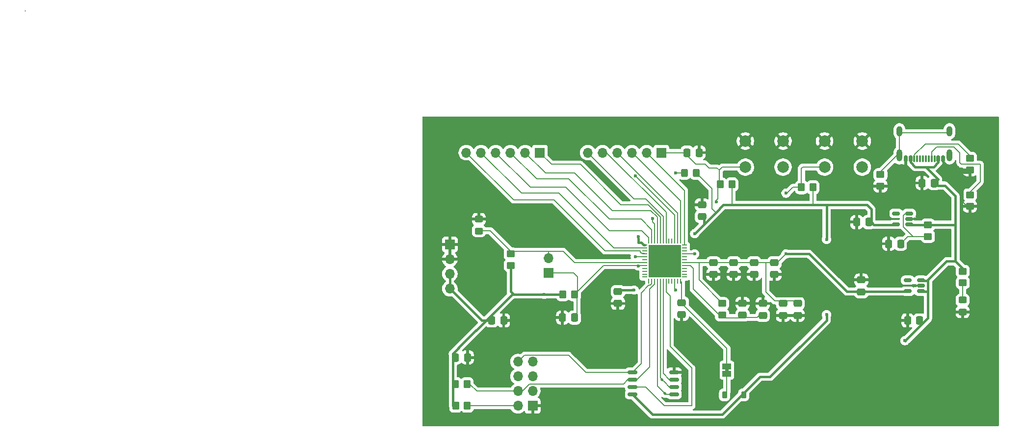
<source format=gbr>
%TF.GenerationSoftware,KiCad,Pcbnew,9.0.7*%
%TF.CreationDate,2026-02-08T16:14:46+05:30*%
%TF.ProjectId,fpga_dev_board,66706761-5f64-4657-965f-626f6172642e,rev?*%
%TF.SameCoordinates,Original*%
%TF.FileFunction,Copper,L1,Top*%
%TF.FilePolarity,Positive*%
%FSLAX46Y46*%
G04 Gerber Fmt 4.6, Leading zero omitted, Abs format (unit mm)*
G04 Created by KiCad (PCBNEW 9.0.7) date 2026-02-08 16:14:46*
%MOMM*%
%LPD*%
G01*
G04 APERTURE LIST*
G04 Aperture macros list*
%AMRoundRect*
0 Rectangle with rounded corners*
0 $1 Rounding radius*
0 $2 $3 $4 $5 $6 $7 $8 $9 X,Y pos of 4 corners*
0 Add a 4 corners polygon primitive as box body*
4,1,4,$2,$3,$4,$5,$6,$7,$8,$9,$2,$3,0*
0 Add four circle primitives for the rounded corners*
1,1,$1+$1,$2,$3*
1,1,$1+$1,$4,$5*
1,1,$1+$1,$6,$7*
1,1,$1+$1,$8,$9*
0 Add four rect primitives between the rounded corners*
20,1,$1+$1,$2,$3,$4,$5,0*
20,1,$1+$1,$4,$5,$6,$7,0*
20,1,$1+$1,$6,$7,$8,$9,0*
20,1,$1+$1,$8,$9,$2,$3,0*%
G04 Aperture macros list end*
%TA.AperFunction,EtchedComponent*%
%ADD10C,0.000000*%
%TD*%
%TA.AperFunction,SMDPad,CuDef*%
%ADD11RoundRect,0.250000X-0.475000X0.337500X-0.475000X-0.337500X0.475000X-0.337500X0.475000X0.337500X0*%
%TD*%
%TA.AperFunction,SMDPad,CuDef*%
%ADD12RoundRect,0.250000X-0.350000X-0.450000X0.350000X-0.450000X0.350000X0.450000X-0.350000X0.450000X0*%
%TD*%
%TA.AperFunction,SMDPad,CuDef*%
%ADD13RoundRect,0.250000X0.475000X-0.337500X0.475000X0.337500X-0.475000X0.337500X-0.475000X-0.337500X0*%
%TD*%
%TA.AperFunction,SMDPad,CuDef*%
%ADD14RoundRect,0.250000X0.450000X-0.325000X0.450000X0.325000X-0.450000X0.325000X-0.450000X-0.325000X0*%
%TD*%
%TA.AperFunction,SMDPad,CuDef*%
%ADD15RoundRect,0.250000X-0.337500X-0.475000X0.337500X-0.475000X0.337500X0.475000X-0.337500X0.475000X0*%
%TD*%
%TA.AperFunction,SMDPad,CuDef*%
%ADD16RoundRect,0.250000X0.337500X0.475000X-0.337500X0.475000X-0.337500X-0.475000X0.337500X-0.475000X0*%
%TD*%
%TA.AperFunction,SMDPad,CuDef*%
%ADD17RoundRect,0.250000X-0.450000X0.350000X-0.450000X-0.350000X0.450000X-0.350000X0.450000X0.350000X0*%
%TD*%
%TA.AperFunction,SMDPad,CuDef*%
%ADD18RoundRect,0.162500X0.650000X0.162500X-0.650000X0.162500X-0.650000X-0.162500X0.650000X-0.162500X0*%
%TD*%
%TA.AperFunction,SMDPad,CuDef*%
%ADD19RoundRect,0.250000X0.450000X-0.350000X0.450000X0.350000X-0.450000X0.350000X-0.450000X-0.350000X0*%
%TD*%
%TA.AperFunction,SMDPad,CuDef*%
%ADD20RoundRect,0.250000X-0.325000X-0.450000X0.325000X-0.450000X0.325000X0.450000X-0.325000X0.450000X0*%
%TD*%
%TA.AperFunction,ComponentPad*%
%ADD21R,1.700000X1.700000*%
%TD*%
%TA.AperFunction,ComponentPad*%
%ADD22O,1.700000X1.700000*%
%TD*%
%TA.AperFunction,SMDPad,CuDef*%
%ADD23RoundRect,0.225000X-0.225000X-0.375000X0.225000X-0.375000X0.225000X0.375000X-0.225000X0.375000X0*%
%TD*%
%TA.AperFunction,SMDPad,CuDef*%
%ADD24R,1.500000X1.000000*%
%TD*%
%TA.AperFunction,ComponentPad*%
%ADD25C,2.000000*%
%TD*%
%TA.AperFunction,SMDPad,CuDef*%
%ADD26RoundRect,0.150000X0.512500X0.150000X-0.512500X0.150000X-0.512500X-0.150000X0.512500X-0.150000X0*%
%TD*%
%TA.AperFunction,SMDPad,CuDef*%
%ADD27RoundRect,0.250000X-0.450000X0.325000X-0.450000X-0.325000X0.450000X-0.325000X0.450000X0.325000X0*%
%TD*%
%TA.AperFunction,SMDPad,CuDef*%
%ADD28RoundRect,0.150000X0.150000X0.425000X-0.150000X0.425000X-0.150000X-0.425000X0.150000X-0.425000X0*%
%TD*%
%TA.AperFunction,SMDPad,CuDef*%
%ADD29RoundRect,0.075000X0.075000X0.500000X-0.075000X0.500000X-0.075000X-0.500000X0.075000X-0.500000X0*%
%TD*%
%TA.AperFunction,HeatsinkPad*%
%ADD30O,1.000000X2.100000*%
%TD*%
%TA.AperFunction,HeatsinkPad*%
%ADD31O,1.000000X1.800000*%
%TD*%
%TA.AperFunction,SMDPad,CuDef*%
%ADD32RoundRect,0.062500X-0.375000X-0.062500X0.375000X-0.062500X0.375000X0.062500X-0.375000X0.062500X0*%
%TD*%
%TA.AperFunction,SMDPad,CuDef*%
%ADD33RoundRect,0.062500X-0.062500X-0.375000X0.062500X-0.375000X0.062500X0.375000X-0.062500X0.375000X0*%
%TD*%
%TA.AperFunction,HeatsinkPad*%
%ADD34R,5.600000X5.600000*%
%TD*%
%TA.AperFunction,ViaPad*%
%ADD35C,0.600000*%
%TD*%
%TA.AperFunction,ViaPad*%
%ADD36C,0.500000*%
%TD*%
%TA.AperFunction,Conductor*%
%ADD37C,0.200000*%
%TD*%
%TA.AperFunction,Conductor*%
%ADD38C,0.400000*%
%TD*%
G04 APERTURE END LIST*
D10*
%TA.AperFunction,EtchedComponent*%
%TO.C,JP4*%
G36*
X171100000Y-133850000D02*
G01*
X170500000Y-133850000D01*
X170500000Y-133350000D01*
X171100000Y-133350000D01*
X171100000Y-133850000D01*
G37*
%TD.AperFunction*%
%TD*%
D11*
%TO.P,@P_C16,1*%
%TO.N,+1V2*%
X180500000Y-122075000D03*
%TO.P,@P_C16,2*%
%TO.N,GND*%
X180500000Y-124150000D03*
%TD*%
D12*
%TO.P,R9,1*%
%TO.N,+3V3*%
X142500000Y-120500000D03*
%TO.P,R9,2*%
%TO.N,/~{BTN}*%
X144500000Y-120500000D03*
%TD*%
D13*
%TO.P,P2_C5,1*%
%TO.N,+1V2*%
X194000000Y-120075000D03*
%TO.P,P2_C5,2*%
%TO.N,GND*%
X194000000Y-118000000D03*
%TD*%
D14*
%TO.P,D5,1,K*%
%TO.N,GND*%
X211476000Y-123525000D03*
%TO.P,D5,2,A*%
%TO.N,Net-(D5-A)*%
X211476000Y-121475000D03*
%TD*%
D13*
%TO.P,@P_C19,1*%
%TO.N,Net-(U1D-VCCPLL)*%
X173500000Y-124075000D03*
%TO.P,@P_C19,2*%
%TO.N,GND*%
X173500000Y-122000000D03*
%TD*%
D15*
%TO.P,B_C20,1*%
%TO.N,/IOB_0a*%
X163937500Y-96000000D03*
%TO.P,B_C20,2*%
%TO.N,GND*%
X166012500Y-96000000D03*
%TD*%
D16*
%TO.P,P1_C1,1*%
%TO.N,Net-(U2-EN)*%
X200788500Y-111750000D03*
%TO.P,P1_C1,2*%
%TO.N,GND*%
X198713500Y-111750000D03*
%TD*%
D17*
%TO.P,R2,1*%
%TO.N,Net-(J1-SHIELD)*%
X197301000Y-99800000D03*
%TO.P,R2,2*%
%TO.N,GND*%
X197301000Y-101800000D03*
%TD*%
D12*
%TO.P,B_R10,1*%
%TO.N,/IOB_0a*%
X169675000Y-101500000D03*
%TO.P,B_R10,2*%
%TO.N,+3V3*%
X171675000Y-101500000D03*
%TD*%
D13*
%TO.P,@G2_C12,1*%
%TO.N,+3V3*%
X166500000Y-107075000D03*
%TO.P,@G2_C12,2*%
%TO.N,GND*%
X166500000Y-105000000D03*
%TD*%
D12*
%TO.P,B_R6,1*%
%TO.N,/~{BTN}*%
X183675000Y-102000000D03*
%TO.P,B_R6,2*%
%TO.N,+3V3*%
X185675000Y-102000000D03*
%TD*%
%TO.P,R6,1*%
%TO.N,+3V3*%
X124000000Y-139750000D03*
%TO.P,R6,2*%
%TO.N,/SPI_~{CS}*%
X126000000Y-139750000D03*
%TD*%
D18*
%TO.P,U4,1,~{CS}*%
%TO.N,/SPI_~{CS}*%
X161687500Y-137790000D03*
%TO.P,U4,2,DO/IO_{1}*%
%TO.N,/SPI_MISO-IO1*%
X161687500Y-136520000D03*
%TO.P,U4,3,~{WP}/IO_{2}*%
%TO.N,/SPI_~{WP}-IO2*%
X161687500Y-135250000D03*
%TO.P,U4,4,GND*%
%TO.N,GND*%
X161687500Y-133980000D03*
%TO.P,U4,5,DI/IO_{0}*%
%TO.N,/SPI_MOSI-IO0*%
X154512500Y-133980000D03*
%TO.P,U4,6,CLK*%
%TO.N,/SPI_SCK*%
X154512500Y-135250000D03*
%TO.P,U4,7,~{HOLD}/~{RESET}/IO_{3}*%
%TO.N,/SPI_~{HLD}-IO3*%
X154512500Y-136520000D03*
%TO.P,U4,8,VCC*%
%TO.N,+3V3*%
X154512500Y-137790000D03*
%TD*%
D19*
%TO.P,@P_R14,1*%
%TO.N,Net-(U1D-VCCPLL)*%
X169962500Y-124075000D03*
%TO.P,@P_R14,2*%
%TO.N,+1V2*%
X169962500Y-122075000D03*
%TD*%
D11*
%TO.P,@P_C17,1*%
%TO.N,+1V2*%
X171980000Y-115000000D03*
%TO.P,@P_C17,2*%
%TO.N,GND*%
X171980000Y-117075000D03*
%TD*%
D16*
%TO.P,P1_C2,1*%
%TO.N,VIN*%
X206563500Y-101250000D03*
%TO.P,P1_C2,2*%
%TO.N,GND*%
X204488500Y-101250000D03*
%TD*%
D19*
%TO.P,L_R1,1*%
%TO.N,Net-(D5-A)*%
X211501000Y-118500000D03*
%TO.P,L_R1,2*%
%TO.N,VIN*%
X211501000Y-116500000D03*
%TD*%
D16*
%TO.P,B_C21,1*%
%TO.N,/~{BTN}*%
X144500000Y-124500000D03*
%TO.P,B_C21,2*%
%TO.N,GND*%
X142425000Y-124500000D03*
%TD*%
D19*
%TO.P,R5,1*%
%TO.N,GND*%
X212751000Y-105287500D03*
%TO.P,R5,2*%
%TO.N,Net-(J1-CC1)*%
X212751000Y-103287500D03*
%TD*%
D11*
%TO.P,@P_C13,1*%
%TO.N,+1V2*%
X179000000Y-115000000D03*
%TO.P,@P_C13,2*%
%TO.N,GND*%
X179000000Y-117075000D03*
%TD*%
D12*
%TO.P,R3,1*%
%TO.N,+3V3*%
X123962500Y-136000000D03*
%TO.P,R3,2*%
%TO.N,/SPI_SCK*%
X125962500Y-136000000D03*
%TD*%
D19*
%TO.P,R4,1*%
%TO.N,GND*%
X212751000Y-99000000D03*
%TO.P,R4,2*%
%TO.N,Net-(J1-CC2)*%
X212751000Y-97000000D03*
%TD*%
D11*
%TO.P,@P_C15,1*%
%TO.N,+1V2*%
X183000000Y-122075000D03*
%TO.P,@P_C15,2*%
%TO.N,GND*%
X183000000Y-124150000D03*
%TD*%
D17*
%TO.P,P1_R7,1*%
%TO.N,VIN*%
X205501000Y-108500000D03*
%TO.P,P1_R7,2*%
%TO.N,Net-(U2-EN)*%
X205501000Y-110500000D03*
%TD*%
D15*
%TO.P,C7,1*%
%TO.N,+3V3*%
X123962500Y-131400000D03*
%TO.P,C7,2*%
%TO.N,GND*%
X126037500Y-131400000D03*
%TD*%
D20*
%TO.P,D1,1,K*%
%TO.N,/led*%
X163450000Y-99500000D03*
%TO.P,D1,2,A*%
%TO.N,+3V3*%
X165500000Y-99500000D03*
%TD*%
D11*
%TO.P,@P_C18,1*%
%TO.N,+1V2*%
X168470000Y-115000000D03*
%TO.P,@P_C18,2*%
%TO.N,GND*%
X168470000Y-117075000D03*
%TD*%
D21*
%TO.P,J4,1,Pin_1*%
%TO.N,/IOB_0a*%
X159500000Y-96000000D03*
D22*
%TO.P,J4,2,Pin_2*%
%TO.N,/IOT_48b*%
X156960000Y-96000000D03*
%TO.P,J4,3,Pin_3*%
%TO.N,/IOT_45b*%
X154420000Y-96000000D03*
%TO.P,J4,4,Pin_4*%
%TO.N,/IOT_50b*%
X151880000Y-96000000D03*
%TO.P,J4,5,Pin_5*%
%TO.N,/IOT_51a*%
X149340000Y-96000000D03*
%TO.P,J4,6,Pin_6*%
%TO.N,/IOT_49a*%
X146800000Y-96000000D03*
%TD*%
D23*
%TO.P,D4,1,K*%
%TO.N,Net-(D4-K)*%
X170400000Y-137850000D03*
%TO.P,D4,2,A*%
%TO.N,+3V3*%
X173700000Y-137850000D03*
%TD*%
D16*
%TO.P,P2_C4,1*%
%TO.N,VIN*%
X204063500Y-125000000D03*
%TO.P,P2_C4,2*%
%TO.N,GND*%
X201988500Y-125000000D03*
%TD*%
D24*
%TO.P,JP4,1,A*%
%TO.N,Net-(D4-K)*%
X170800000Y-134250000D03*
%TO.P,JP4,2,B*%
%TO.N,Net-(JP4-B)*%
X170800000Y-132950000D03*
%TD*%
D15*
%TO.P,C11,1*%
%TO.N,+3V3*%
X130212500Y-125000000D03*
%TO.P,C11,2*%
%TO.N,GND*%
X132287500Y-125000000D03*
%TD*%
D13*
%TO.P,@P_C9,1*%
%TO.N,Net-(U1D-VCCPLL)*%
X177000000Y-124150000D03*
%TO.P,@P_C9,2*%
%TO.N,GND*%
X177000000Y-122075000D03*
%TD*%
D21*
%TO.P,J6,1,Pin_1*%
%TO.N,/~{BTN}*%
X140000000Y-116775000D03*
D22*
%TO.P,J6,2,Pin_2*%
%TO.N,/CDONE*%
X140000000Y-114235000D03*
%TD*%
D25*
%TO.P,SW2,1*%
%TO.N,GND*%
X187675000Y-94000000D03*
X194175000Y-94000000D03*
%TO.P,SW2,2*%
%TO.N,/~{BTN}*%
X187675000Y-98500000D03*
X194175000Y-98500000D03*
%TD*%
D21*
%TO.P,J3,1,Pin_1*%
%TO.N,GND*%
X137290000Y-139750000D03*
D22*
%TO.P,J3,2,Pin_2*%
%TO.N,/SPI_~{CS}*%
X134750000Y-139750000D03*
%TO.P,J3,3,Pin_3*%
%TO.N,/SPI_~{HLD}-IO3*%
X137290000Y-137210000D03*
%TO.P,J3,4,Pin_4*%
%TO.N,/SPI_SCK*%
X134750000Y-137210000D03*
%TO.P,J3,5,Pin_5*%
%TO.N,/SPI_~{WP}-IO2*%
X137290000Y-134670000D03*
%TO.P,J3,6,Pin_6*%
%TO.N,/SPI_MISO-IO1*%
X134750000Y-134670000D03*
%TO.P,J3,7,Pin_7*%
%TO.N,VIN*%
X137290000Y-132130000D03*
%TO.P,J3,8,Pin_8*%
%TO.N,/SPI_MOSI-IO0*%
X134750000Y-132130000D03*
%TD*%
D21*
%TO.P,J5,1,Pin_1*%
%TO.N,GND*%
X123000000Y-111880000D03*
D22*
%TO.P,J5,2,Pin_2*%
X123000000Y-114420000D03*
%TO.P,J5,3,Pin_3*%
%TO.N,+3V3*%
X123000000Y-116960000D03*
%TO.P,J5,4,Pin_4*%
X123000000Y-119500000D03*
%TD*%
D26*
%TO.P,U3,1,IN*%
%TO.N,VIN*%
X204275000Y-119950000D03*
%TO.P,U3,2,GND*%
%TO.N,GND*%
X204275000Y-119000000D03*
%TO.P,U3,3,EN*%
%TO.N,VIN*%
X204275000Y-118050000D03*
%TO.P,U3,4,NC*%
%TO.N,unconnected-(U3-NC-Pad4)*%
X202000000Y-118050000D03*
%TO.P,U3,5,OUT*%
%TO.N,+1V2*%
X202000000Y-119950000D03*
%TD*%
D11*
%TO.P,C8,1*%
%TO.N,Net-(JP4-B)*%
X163000000Y-121925000D03*
%TO.P,C8,2*%
%TO.N,GND*%
X163000000Y-124000000D03*
%TD*%
D25*
%TO.P,SW1,1*%
%TO.N,GND*%
X174000000Y-94000000D03*
X180500000Y-94000000D03*
%TO.P,SW1,2*%
%TO.N,/IOB_0a*%
X174000000Y-98500000D03*
X180500000Y-98500000D03*
%TD*%
D27*
%TO.P,D3,1,K*%
%TO.N,GND*%
X128000000Y-107500000D03*
%TO.P,D3,2,A*%
%TO.N,/CDONE*%
X128000000Y-109550000D03*
%TD*%
D28*
%TO.P,J1,A1,GND*%
%TO.N,GND*%
X208091000Y-97075000D03*
%TO.P,J1,A4,VBUS*%
%TO.N,VIN*%
X207291000Y-97075000D03*
D29*
%TO.P,J1,A5,CC1*%
%TO.N,Net-(J1-CC1)*%
X206141000Y-97075000D03*
%TO.P,J1,A6,D+*%
%TO.N,unconnected-(J1-D+-PadA6)*%
X205141000Y-97075000D03*
%TO.P,J1,A7,D-*%
%TO.N,unconnected-(J1-D--PadA7)*%
X204641000Y-97075000D03*
%TO.P,J1,A8,SBU1*%
%TO.N,unconnected-(J1-SBU1-PadA8)*%
X203641000Y-97075000D03*
D28*
%TO.P,J1,A9,VBUS*%
%TO.N,VIN*%
X202491000Y-97075000D03*
%TO.P,J1,A12,GND*%
%TO.N,GND*%
X201691000Y-97075000D03*
%TO.P,J1,B1,GND*%
X201691000Y-97075000D03*
%TO.P,J1,B4,VBUS*%
%TO.N,VIN*%
X202491000Y-97075000D03*
D29*
%TO.P,J1,B5,CC2*%
%TO.N,Net-(J1-CC2)*%
X203141000Y-97075000D03*
%TO.P,J1,B6,D+*%
%TO.N,unconnected-(J1-D+-PadB6)*%
X204141000Y-97075000D03*
%TO.P,J1,B7,D-*%
%TO.N,unconnected-(J1-D--PadB7)*%
X205641000Y-97075000D03*
%TO.P,J1,B8,SBU2*%
%TO.N,unconnected-(J1-SBU2-PadB8)*%
X206641000Y-97075000D03*
D28*
%TO.P,J1,B9,VBUS*%
%TO.N,VIN*%
X207291000Y-97075000D03*
%TO.P,J1,B12,GND*%
%TO.N,GND*%
X208091000Y-97075000D03*
D30*
%TO.P,J1,S1,SHIELD*%
%TO.N,Net-(J1-SHIELD)*%
X209211000Y-96500000D03*
D31*
X209211000Y-92320000D03*
D30*
X200571000Y-96500000D03*
D31*
X200571000Y-92320000D03*
%TD*%
D32*
%TO.P,U1,1,VCCIO_2*%
%TO.N,+3V3*%
X156625000Y-112000000D03*
%TO.P,U1,2,IOB_6a*%
%TO.N,/IOB_6a*%
X156625000Y-112500000D03*
%TO.P,U1,3,IOB_9b*%
%TO.N,/IOB_9a*%
X156625000Y-113000000D03*
%TO.P,U1,4,IOB_8a*%
%TO.N,/IOB_8a*%
X156625000Y-113500000D03*
%TO.P,U1,5,VCC*%
%TO.N,+1V2*%
X156625000Y-114000000D03*
%TO.P,U1,6,IOB_13b*%
%TO.N,/IOB_13b-~{LEDG}*%
X156625000Y-114500000D03*
%TO.P,U1,7,CDONE*%
%TO.N,/CDONE*%
X156625000Y-115000000D03*
%TO.P,U1,8,~{CRESET}*%
%TO.N,/~{BTN}*%
X156625000Y-115500000D03*
%TO.P,U1,9,IOB_16a*%
%TO.N,/10B_16a*%
X156625000Y-116000000D03*
%TO.P,U1,10,IOB_18a*%
%TO.N,/10B_18a*%
X156625000Y-116500000D03*
%TO.P,U1,11,IOB_20a*%
%TO.N,/10B_20a*%
X156625000Y-117000000D03*
%TO.P,U1,12,IOB_22a*%
%TO.N,/10B_22a*%
X156625000Y-117500000D03*
D33*
%TO.P,U1,13,IOB_24a*%
%TO.N,/10B_24a*%
X157312500Y-118187500D03*
%TO.P,U1,14,IOB_32a_SPI_SO*%
%TO.N,/SPI_MOSI-IO0*%
X157812500Y-118187500D03*
%TO.P,U1,15,IOB_34a_SPI_SCK*%
%TO.N,/SPI_SCK*%
X158312500Y-118187500D03*
%TO.P,U1,16,IOB_35b_SPI_SS*%
%TO.N,/SPI_~{CS}*%
X158812500Y-118187500D03*
%TO.P,U1,17,IOB_33b_SPI_SI*%
%TO.N,/SPI_MISO-IO1*%
X159312500Y-118187500D03*
%TO.P,U1,18,IOB_31b*%
%TO.N,/SPI_~{WP}-IO2*%
X159812500Y-118187500D03*
%TO.P,U1,19,IOB_29b*%
%TO.N,/SPI_~{HLD}-IO3*%
X160312500Y-118187500D03*
%TO.P,U1,20,IOB_25b_G3*%
%TO.N,/10B_25b_G3*%
X160812500Y-118187500D03*
%TO.P,U1,21,IOB_23b*%
%TO.N,/10B_23a*%
X161312500Y-118187500D03*
%TO.P,U1,22,SPI_VCCIO1*%
%TO.N,+3V3*%
X161812500Y-118187500D03*
%TO.P,U1,23,IOT_37a*%
%TO.N,/IOT_37a*%
X162312500Y-118187500D03*
%TO.P,U1,24,VPP_2V5*%
%TO.N,Net-(JP4-B)*%
X162812500Y-118187500D03*
D32*
%TO.P,U1,25,IOT_36b*%
%TO.N,/IOT_36b-~{LEDR}*%
X163500000Y-117500000D03*
%TO.P,U1,26,IOT_39a*%
%TO.N,/IOT_39a*%
X163500000Y-117000000D03*
%TO.P,U1,27,IOT_38b*%
%TO.N,/IOT_38b*%
X163500000Y-116500000D03*
%TO.P,U1,28,IOT_41a*%
%TO.N,/IOT_41a*%
X163500000Y-116000000D03*
%TO.P,U1,29,VCCPLL*%
%TO.N,Net-(U1D-VCCPLL)*%
X163500000Y-115500000D03*
%TO.P,U1,30,VCC*%
%TO.N,+1V2*%
X163500000Y-115000000D03*
%TO.P,U1,31,IOT_42b*%
%TO.N,/IOT_42b*%
X163500000Y-114500000D03*
%TO.P,U1,32,IOT_43a*%
%TO.N,/IOT_43a*%
X163500000Y-114000000D03*
%TO.P,U1,33,VCCIO_0*%
%TO.N,+3V3*%
X163500000Y-113500000D03*
%TO.P,U1,34,IOT_44b*%
%TO.N,/IOT_44b*%
X163500000Y-113000000D03*
%TO.P,U1,35,IOT_46b_G0*%
%TO.N,/CLK*%
X163500000Y-112500000D03*
%TO.P,U1,36,IOT_48b*%
%TO.N,/IOT_48b*%
X163500000Y-112000000D03*
D33*
%TO.P,U1,37,IOT_45a_G1*%
%TO.N,/IOT_45b*%
X162812500Y-111312500D03*
%TO.P,U1,38,IOT_50b*%
%TO.N,/IOT_50b*%
X162312500Y-111312500D03*
%TO.P,U1,39,RGB0*%
%TO.N,/led*%
X161812500Y-111312500D03*
%TO.P,U1,40,RGB1*%
%TO.N,unconnected-(U1A-RGB1-Pad40)*%
X161312500Y-111312500D03*
%TO.P,U1,41,RGB2*%
%TO.N,unconnected-(U1A-RGB2-Pad41)*%
X160812500Y-111312500D03*
%TO.P,U1,42,IOT_51a*%
%TO.N,/IOT_51a*%
X160312500Y-111312500D03*
%TO.P,U1,43,IOT_49a*%
%TO.N,/IOT_49a*%
X159812500Y-111312500D03*
%TO.P,U1,44,IOB_3b_G6*%
%TO.N,/IOB_3a_G6*%
X159312500Y-111312500D03*
%TO.P,U1,45,IOB_5b*%
%TO.N,/IOB_5a*%
X158812500Y-111312500D03*
%TO.P,U1,46,IOB_0a*%
%TO.N,/IOB_0a*%
X158312500Y-111312500D03*
%TO.P,U1,47,IOB_2a*%
%TO.N,/IOB_2a*%
X157812500Y-111312500D03*
%TO.P,U1,48,IOB_4a*%
%TO.N,/IOB_4a*%
X157312500Y-111312500D03*
D34*
%TO.P,U1,49,GND*%
%TO.N,GND*%
X160062500Y-114750000D03*
%TD*%
D21*
%TO.P,J2,1,Pin_1*%
%TO.N,/IOB_3a_G6*%
X138540000Y-96000000D03*
D22*
%TO.P,J2,2,Pin_2*%
%TO.N,/IOB_5a*%
X136000000Y-96000000D03*
%TO.P,J2,3,Pin_3*%
%TO.N,/IOB_2a*%
X133460000Y-96000000D03*
%TO.P,J2,4,Pin_4*%
%TO.N,/IOB_4a*%
X130920000Y-96000000D03*
%TO.P,J2,5,Pin_5*%
%TO.N,/IOB_6a*%
X128380000Y-96000000D03*
%TO.P,J2,6,Pin_6*%
%TO.N,/IOB_8a*%
X125840000Y-96000000D03*
%TD*%
D11*
%TO.P,@P_C14,1*%
%TO.N,+1V2*%
X175490000Y-115000000D03*
%TO.P,@P_C14,2*%
%TO.N,GND*%
X175490000Y-117075000D03*
%TD*%
D17*
%TO.P,L_R13,1*%
%TO.N,/CDONE*%
X133500000Y-113500000D03*
%TO.P,L_R13,2*%
%TO.N,+3V3*%
X133500000Y-115500000D03*
%TD*%
D11*
%TO.P,@G1_C6,1*%
%TO.N,+3V3*%
X152000000Y-120000000D03*
%TO.P,@G1_C6,2*%
%TO.N,GND*%
X152000000Y-122075000D03*
%TD*%
D26*
%TO.P,U2,1,IN*%
%TO.N,VIN*%
X202275000Y-108400000D03*
%TO.P,U2,2,GND*%
%TO.N,GND*%
X202275000Y-107450000D03*
%TO.P,U2,3,EN*%
%TO.N,Net-(U2-EN)*%
X202275000Y-106500000D03*
%TO.P,U2,4,NC*%
%TO.N,unconnected-(U2-NC-Pad4)*%
X200000000Y-106500000D03*
%TO.P,U2,5,OUT*%
%TO.N,+3V3*%
X200000000Y-108400000D03*
%TD*%
D16*
%TO.P,P1_C3,1*%
%TO.N,+3V3*%
X195288500Y-108000000D03*
%TO.P,P1_C3,2*%
%TO.N,GND*%
X193213500Y-108000000D03*
%TD*%
D35*
%TO.N,/IOB_0a*%
X169000000Y-104500000D03*
X158020860Y-107400000D03*
%TO.N,/~{BTN}*%
X181000000Y-103000000D03*
X155500000Y-115600000D03*
%TO.N,+1V2*%
X181000000Y-113500000D03*
X155000000Y-114000000D03*
%TO.N,GND*%
X205001000Y-106000000D03*
X166500000Y-134000000D03*
X211501000Y-126000000D03*
D36*
X201001000Y-99000000D03*
D35*
X169000000Y-109000000D03*
X146500000Y-127551000D03*
X125500000Y-111880000D03*
X191501000Y-108000000D03*
X180675000Y-94150000D03*
X160000000Y-115000000D03*
X163000000Y-126000000D03*
X197000000Y-114500000D03*
X203001000Y-119000000D03*
X166175000Y-94150000D03*
X212001000Y-101500000D03*
X141500000Y-141000000D03*
D36*
X209963500Y-99462500D03*
D35*
X201001000Y-102262500D03*
X163500000Y-134000000D03*
X137500000Y-125000000D03*
X178500000Y-102000000D03*
D36*
%TO.N,/SPI_~{CS}*%
X160125000Y-137625000D03*
D35*
%TO.N,VIN*%
X201501000Y-128500000D03*
%TO.N,+3V3*%
X165250000Y-110000000D03*
X188000000Y-124000000D03*
X139250000Y-120500000D03*
X165250000Y-113500000D03*
X155500000Y-110500000D03*
X162000000Y-119750000D03*
X188000000Y-111000000D03*
X154800000Y-119750000D03*
D36*
%TO.N,/SPI_MISO-IO1*%
X159630002Y-135250000D03*
D35*
%TO.N,/led*%
X155000000Y-100000000D03*
X162000000Y-99500000D03*
%TD*%
D37*
%TO.N,*%
X49681000Y-71500000D02*
X49681000Y-71505000D01*
X49750000Y-71500000D02*
X49681000Y-71500000D01*
%TO.N,/IOB_0a*%
X158312500Y-108312500D02*
X158312500Y-111312500D01*
X169212500Y-103961500D02*
X169212500Y-101500000D01*
X163500000Y-96000000D02*
X159500000Y-96000000D01*
X167700000Y-98650000D02*
X169100000Y-98650000D01*
X169100000Y-98650000D02*
X169475000Y-99025000D01*
X169475000Y-99025000D02*
X170000000Y-98500000D01*
X158020860Y-107400000D02*
X158020860Y-108020860D01*
X169000000Y-104500000D02*
X169000000Y-104174000D01*
X169500000Y-99050000D02*
X169475000Y-99025000D01*
X169000000Y-104174000D02*
X169212500Y-103961500D01*
X169212500Y-101500000D02*
X169500000Y-101212500D01*
X165450000Y-97950000D02*
X163500000Y-96000000D01*
X158020860Y-108020860D02*
X158312500Y-108312500D01*
X169500000Y-101212500D02*
X169500000Y-99050000D01*
X167700000Y-98650000D02*
X167000000Y-97950000D01*
X170000000Y-98500000D02*
X174000000Y-98500000D01*
X167000000Y-97950000D02*
X165450000Y-97950000D01*
%TO.N,/~{BTN}*%
X144937500Y-120525000D02*
X144962500Y-120500000D01*
X145040000Y-117500000D02*
X145040000Y-119960000D01*
X187675000Y-98500000D02*
X183850000Y-98500000D01*
X183675000Y-102000000D02*
X183675000Y-98675000D01*
X155600000Y-115500000D02*
X156625000Y-115500000D01*
X182175000Y-102000000D02*
X183675000Y-102000000D01*
X144937500Y-124500000D02*
X144937500Y-120525000D01*
X155400000Y-115500000D02*
X149500000Y-115500000D01*
X181175000Y-103000000D02*
X182175000Y-102000000D01*
X145040000Y-117500000D02*
X144315000Y-116775000D01*
X144315000Y-116775000D02*
X140000000Y-116775000D01*
X145040000Y-119960000D02*
X144500000Y-120500000D01*
X149500000Y-115500000D02*
X144500000Y-120500000D01*
X183700000Y-98650000D02*
X183850000Y-98500000D01*
X155500000Y-115600000D02*
X155600000Y-115500000D01*
X155500000Y-115600000D02*
X155400000Y-115500000D01*
%TO.N,Net-(D4-K)*%
X170800000Y-137450000D02*
X170400000Y-137850000D01*
X170800000Y-134250000D02*
X170800000Y-137450000D01*
%TO.N,Net-(J1-SHIELD)*%
X200571000Y-96500000D02*
X200571000Y-92320000D01*
X209211000Y-92595000D02*
X200571000Y-92595000D01*
X200138500Y-96500000D02*
X200571000Y-96500000D01*
X197301000Y-99337500D02*
X200138500Y-96500000D01*
%TO.N,Net-(J1-CC1)*%
X206141000Y-95859000D02*
X206141000Y-97075000D01*
X211251000Y-98000000D02*
X211001000Y-97750000D01*
X210001000Y-95000000D02*
X207000000Y-95000000D01*
X207000000Y-95000000D02*
X206141000Y-95859000D01*
X211001000Y-96000000D02*
X210001000Y-95000000D01*
X214500000Y-101076000D02*
X214500000Y-98000000D01*
X214500000Y-98000000D02*
X211251000Y-98000000D01*
X211001000Y-97750000D02*
X211001000Y-96000000D01*
X212751000Y-102825000D02*
X214500000Y-101076000D01*
%TO.N,Net-(JP4-B)*%
X163000000Y-118375000D02*
X162812500Y-118187500D01*
X163000000Y-122000000D02*
X163000000Y-118375000D01*
X170800000Y-130000000D02*
X170800000Y-129800000D01*
X170800000Y-132950000D02*
X170800000Y-130000000D01*
X170800000Y-129800000D02*
X163000000Y-122000000D01*
%TO.N,Net-(J1-CC2)*%
X203141000Y-96407588D02*
X203141000Y-97075000D01*
X212751000Y-96537500D02*
X210713500Y-94500000D01*
X205048588Y-94500000D02*
X203141000Y-96407588D01*
X210713500Y-94500000D02*
X205048588Y-94500000D01*
%TO.N,Net-(U1D-VCCPLL)*%
X165000000Y-116000000D02*
X165000000Y-119575000D01*
X165000000Y-119575000D02*
X169500000Y-124075000D01*
X164500000Y-115500000D02*
X165000000Y-116000000D01*
X173475000Y-124537500D02*
X173500000Y-124512500D01*
X176500000Y-124150000D02*
X176425000Y-124075000D01*
X169962500Y-124537500D02*
X173475000Y-124537500D01*
X169500000Y-124075000D02*
X169962500Y-124075000D01*
X169962500Y-124537500D02*
X169962500Y-124075000D01*
X163500000Y-115500000D02*
X164500000Y-115500000D01*
X173500000Y-124512500D02*
X175987500Y-124512500D01*
X175987500Y-124512500D02*
X176425000Y-124075000D01*
%TO.N,/IOT_45b*%
X154500000Y-96000000D02*
X162812500Y-104312500D01*
X154420000Y-96000000D02*
X154500000Y-96000000D01*
X162812500Y-104312500D02*
X162812500Y-111312500D01*
%TO.N,/IOT_48b*%
X156960000Y-96000000D02*
X163500000Y-102540000D01*
X163500000Y-102540000D02*
X163500000Y-112000000D01*
%TO.N,/IOT_49a*%
X146800000Y-96000000D02*
X154800000Y-104000000D01*
X154800000Y-104000000D02*
X156772011Y-104000000D01*
X156772011Y-104000000D02*
X159812500Y-107040489D01*
X159812500Y-107040489D02*
X159812500Y-111312500D01*
%TO.N,+1V2*%
X169500000Y-122075000D02*
X169962500Y-122075000D01*
X179062500Y-121637500D02*
X177500000Y-120075000D01*
X163500000Y-115000000D02*
X166000000Y-115000000D01*
X180500000Y-121637500D02*
X183000000Y-121637500D01*
X177500000Y-115000000D02*
X177500000Y-120075000D01*
D38*
X181000000Y-113500000D02*
X185000000Y-113500000D01*
D37*
X181000000Y-113500000D02*
X179500000Y-115000000D01*
D38*
X193801000Y-120000000D02*
X194001000Y-120200000D01*
X194201000Y-120000000D02*
X201863500Y-120000000D01*
D37*
X180500000Y-121637500D02*
X179062500Y-121637500D01*
X166000000Y-118000000D02*
X170037500Y-122037500D01*
X170037500Y-122037500D02*
X170037500Y-122075000D01*
D38*
X191500000Y-120000000D02*
X193801000Y-120000000D01*
X185000000Y-113500000D02*
X191500000Y-120000000D01*
D37*
X194001000Y-120200000D02*
X194201000Y-120000000D01*
X166000000Y-115000000D02*
X179000000Y-115000000D01*
X156625000Y-114000000D02*
X155000000Y-114000000D01*
X166000000Y-115000000D02*
X166000000Y-118000000D01*
%TO.N,/IOT_50b*%
X151880000Y-96000000D02*
X162312500Y-106432500D01*
X162312500Y-106432500D02*
X162312500Y-111312500D01*
%TO.N,/IOT_51a*%
X160312500Y-106312500D02*
X160312500Y-111312500D01*
X150000000Y-96000000D02*
X160312500Y-106312500D01*
X149340000Y-96000000D02*
X150000000Y-96000000D01*
%TO.N,/IOB_6a*%
X156625000Y-112500000D02*
X151300000Y-112500000D01*
X141800000Y-103000000D02*
X135380000Y-103000000D01*
X151300000Y-112500000D02*
X141800000Y-103000000D01*
X135380000Y-103000000D02*
X128380000Y-96000000D01*
%TO.N,/IOB_2a*%
X157812500Y-109312500D02*
X157812500Y-111312500D01*
X150500000Y-107500000D02*
X156000000Y-107500000D01*
X156000000Y-107500000D02*
X157812500Y-109312500D01*
X137960000Y-100500000D02*
X143500000Y-100500000D01*
X133460000Y-96000000D02*
X137960000Y-100500000D01*
X143500000Y-100500000D02*
X150500000Y-107500000D01*
%TO.N,/IOB_3a_G6*%
X157204911Y-105000000D02*
X159312500Y-107107589D01*
X138540000Y-96000000D02*
X140540000Y-98000000D01*
X152500000Y-105000000D02*
X157204911Y-105000000D01*
X159312500Y-107107589D02*
X159312500Y-111312500D01*
X145500000Y-98000000D02*
X152500000Y-105000000D01*
X140540000Y-98000000D02*
X145500000Y-98000000D01*
%TO.N,/IOB_4a*%
X143000000Y-102000000D02*
X150500000Y-109500000D01*
X156099000Y-109500000D02*
X157312500Y-110713500D01*
X157312500Y-110713500D02*
X157312500Y-111312500D01*
X150500000Y-109500000D02*
X156099000Y-109500000D01*
X130920000Y-96000000D02*
X136920000Y-102000000D01*
X136920000Y-102000000D02*
X143000000Y-102000000D01*
%TO.N,/IOB_5a*%
X144500000Y-99500000D02*
X151000000Y-106000000D01*
X136000000Y-96000000D02*
X139500000Y-99500000D01*
X158812500Y-107174689D02*
X158812500Y-111312500D01*
X151000000Y-106000000D02*
X157637811Y-106000000D01*
X139500000Y-99500000D02*
X144500000Y-99500000D01*
X157637811Y-106000000D02*
X158812500Y-107174689D01*
%TO.N,/IOB_8a*%
X134040000Y-104200000D02*
X125840000Y-96000000D01*
X155886500Y-113000000D02*
X149800000Y-113000000D01*
X156097702Y-113426000D02*
X155886500Y-113214798D01*
X149800000Y-113000000D02*
X141000000Y-104200000D01*
X155886500Y-113214798D02*
X155886500Y-113000000D01*
X156551000Y-113426000D02*
X156097702Y-113426000D01*
X156625000Y-113500000D02*
X156551000Y-113426000D01*
X141000000Y-104200000D02*
X134040000Y-104200000D01*
%TO.N,GND*%
X204138500Y-119050000D02*
X203051000Y-119050000D01*
D38*
X123000000Y-111880000D02*
X125500000Y-111880000D01*
D37*
X203051000Y-119050000D02*
X203001000Y-119000000D01*
X202501000Y-107550000D02*
X203451000Y-107550000D01*
D38*
X209963500Y-99462500D02*
X208091000Y-97590000D01*
D37*
X212751000Y-100750000D02*
X212001000Y-101500000D01*
X196750000Y-111750000D02*
X198276000Y-111750000D01*
X212001000Y-101500000D02*
X211575000Y-101926000D01*
D38*
X132725000Y-125150000D02*
X132725000Y-125000000D01*
D37*
X203451000Y-107550000D02*
X205001000Y-106000000D01*
X211476000Y-123525000D02*
X211476000Y-125975000D01*
X211575000Y-104574000D02*
X212751000Y-105750000D01*
X211575000Y-101926000D02*
X211575000Y-104574000D01*
X192776000Y-108000000D02*
X191501000Y-108000000D01*
D38*
X201691000Y-98310000D02*
X201001000Y-99000000D01*
D37*
X194000000Y-114500000D02*
X196750000Y-111750000D01*
D38*
X163000000Y-124000000D02*
X163000000Y-126000000D01*
X161700000Y-133980000D02*
X163480000Y-133980000D01*
X201691000Y-97075000D02*
X201691000Y-98310000D01*
D37*
X178475000Y-102025000D02*
X178500000Y-102000000D01*
D38*
X141525000Y-140975000D02*
X141500000Y-141000000D01*
X209963500Y-99462500D02*
X212751000Y-99462500D01*
X208091000Y-97590000D02*
X208091000Y-97075000D01*
D37*
X194000000Y-118000000D02*
X194000000Y-114500000D01*
X212751000Y-99462500D02*
X212751000Y-100750000D01*
D38*
X123000000Y-114420000D02*
X123000000Y-111880000D01*
D37*
%TO.N,/CDONE*%
X144500000Y-115000000D02*
X152250000Y-115000000D01*
X140000000Y-113037500D02*
X142537500Y-113037500D01*
X140000000Y-114235000D02*
X140000000Y-113037500D01*
X152250000Y-115000000D02*
X156625000Y-115000000D01*
X133500000Y-113037500D02*
X140000000Y-113037500D01*
X129937500Y-109475000D02*
X133500000Y-113037500D01*
X142537500Y-113037500D02*
X144500000Y-115000000D01*
X128000000Y-109475000D02*
X129937500Y-109475000D01*
%TO.N,/SPI_~{CS}*%
X160125000Y-137625000D02*
X158812500Y-136312500D01*
X126462500Y-139750000D02*
X134750000Y-139750000D01*
X161700000Y-137790000D02*
X160290000Y-137790000D01*
X160290000Y-137790000D02*
X160125000Y-137625000D01*
X158812500Y-136312500D02*
X158812500Y-118187500D01*
%TO.N,/SPI_SCK*%
X158312500Y-118754600D02*
X157500000Y-119567100D01*
X153700001Y-135250000D02*
X154500000Y-135250000D01*
X155299999Y-135250000D02*
X157500000Y-133049999D01*
X152950001Y-136000000D02*
X153700001Y-135250000D01*
X157500000Y-119567100D02*
X157500000Y-133049999D01*
X136750000Y-136000000D02*
X135540000Y-137210000D01*
X127635000Y-137210000D02*
X134750000Y-137210000D01*
X136750000Y-136000000D02*
X152950001Y-136000000D01*
X135540000Y-137210000D02*
X134750000Y-137210000D01*
X158312500Y-118187500D02*
X158312500Y-118754600D01*
X154500000Y-135250000D02*
X155299999Y-135250000D01*
X126425000Y-136000000D02*
X127635000Y-137210000D01*
D38*
%TO.N,VIN*%
X201501000Y-128500000D02*
X201576000Y-128575000D01*
X205501000Y-98500000D02*
X206466244Y-98500000D01*
X205501000Y-98500000D02*
X205160000Y-98500000D01*
X210251000Y-108500000D02*
X210251000Y-103500000D01*
X210251000Y-114787500D02*
X210251000Y-114000000D01*
D37*
X207291000Y-101685000D02*
X207238500Y-101737500D01*
D38*
X210251000Y-103500000D02*
X208436000Y-101685000D01*
D37*
X207238500Y-100578500D02*
X207238500Y-101737500D01*
D38*
X208436000Y-101685000D02*
X207291000Y-101685000D01*
X205501000Y-98500000D02*
X203315756Y-98500000D01*
X206466244Y-98500000D02*
X207291000Y-97675244D01*
X205401000Y-118100000D02*
X205501000Y-118000000D01*
X201501000Y-128500000D02*
X201601000Y-128500000D01*
X205501000Y-118000000D02*
X208713500Y-114787500D01*
X201601000Y-128500000D02*
X205501000Y-124600000D01*
X205501000Y-120000000D02*
X204138500Y-120000000D01*
X211501000Y-116037500D02*
X210251000Y-114787500D01*
X210251000Y-108500000D02*
X210201000Y-108450000D01*
X205501000Y-124600000D02*
X205501000Y-120000000D01*
X210251000Y-114000000D02*
X210251000Y-108500000D01*
X205501000Y-120000000D02*
X205501000Y-118000000D01*
X207291000Y-97675244D02*
X207291000Y-97075000D01*
X205160000Y-98500000D02*
X207238500Y-100578500D01*
X210201000Y-108450000D02*
X202351000Y-108450000D01*
X202491000Y-97675244D02*
X202491000Y-97075000D01*
X203315756Y-98500000D02*
X202491000Y-97675244D01*
X205401000Y-118100000D02*
X204138500Y-118100000D01*
X208713500Y-114787500D02*
X210251000Y-114787500D01*
%TO.N,+3V3*%
X156474000Y-111974000D02*
X156625000Y-111974000D01*
D37*
X161812500Y-119562500D02*
X161812500Y-118187500D01*
D38*
X157960000Y-141250000D02*
X170000000Y-141250000D01*
X195000000Y-105049000D02*
X185500000Y-105049000D01*
X138500000Y-120500000D02*
X134000000Y-120500000D01*
D37*
X155500000Y-110875000D02*
X155500000Y-110500000D01*
X185675000Y-104874000D02*
X185500000Y-105049000D01*
D38*
X123525000Y-139737500D02*
X123537500Y-139750000D01*
X188000000Y-125000000D02*
X188000000Y-124000000D01*
X195726000Y-108000000D02*
X195726000Y-106775000D01*
X154500000Y-137790000D02*
X157960000Y-141250000D01*
D37*
X185675000Y-102000000D02*
X185675000Y-104874000D01*
X173800000Y-137950000D02*
X173700000Y-137850000D01*
D38*
X123000000Y-116960000D02*
X123000000Y-119500000D01*
X188000000Y-111000000D02*
X188000000Y-105299000D01*
X128500000Y-125000000D02*
X129775000Y-125000000D01*
D37*
X134000000Y-120500000D02*
X133750000Y-120500000D01*
D38*
X195726000Y-106775000D02*
X195726000Y-105775000D01*
X195250000Y-105299000D02*
X195000000Y-105049000D01*
X166875000Y-107450000D02*
X166500000Y-107075000D01*
X156000000Y-111500000D02*
X156474000Y-111974000D01*
X178250000Y-134750000D02*
X188000000Y-125000000D01*
X195726000Y-105775000D02*
X195000000Y-105049000D01*
X196176000Y-108450000D02*
X195726000Y-108000000D01*
X166875000Y-108375000D02*
X165250000Y-110000000D01*
D37*
X129750000Y-125000000D02*
X129500000Y-124750000D01*
D38*
X123525000Y-131400000D02*
X123525000Y-139737500D01*
X123000000Y-119500000D02*
X128500000Y-125000000D01*
X152250000Y-119750000D02*
X152000000Y-120000000D01*
D37*
X123500000Y-136000000D02*
X123537500Y-136037500D01*
X163500000Y-113500000D02*
X165250000Y-113500000D01*
D38*
X185500000Y-105049000D02*
X170201000Y-105049000D01*
X125500000Y-128750000D02*
X129500000Y-124750000D01*
D37*
X168224000Y-105724000D02*
X168875000Y-106375000D01*
D38*
X123500000Y-130750000D02*
X125500000Y-128750000D01*
X138500000Y-120500000D02*
X142037500Y-120500000D01*
D37*
X168224000Y-102224000D02*
X168224000Y-105724000D01*
D38*
X170000000Y-141250000D02*
X176500000Y-134750000D01*
D37*
X165500000Y-99500000D02*
X168224000Y-102224000D01*
D38*
X154800000Y-119750000D02*
X152250000Y-119750000D01*
X166875000Y-108375000D02*
X166875000Y-107450000D01*
D37*
X162000000Y-119750000D02*
X161812500Y-119562500D01*
D38*
X199651000Y-108450000D02*
X196176000Y-108450000D01*
D37*
X129775000Y-125000000D02*
X129750000Y-125000000D01*
D38*
X155500000Y-111500000D02*
X156000000Y-111500000D01*
X133500000Y-120000000D02*
X134000000Y-120500000D01*
X133500000Y-115962500D02*
X133500000Y-120000000D01*
X170201000Y-105049000D02*
X168875000Y-106375000D01*
X176500000Y-134750000D02*
X178250000Y-134750000D01*
X133750000Y-120500000D02*
X129500000Y-124750000D01*
X168875000Y-106375000D02*
X166875000Y-108375000D01*
D37*
X171675000Y-101500000D02*
X171675000Y-105049000D01*
D38*
X155500000Y-110875000D02*
X155500000Y-111500000D01*
D37*
%TO.N,/SPI_MISO-IO1*%
X159630002Y-135250000D02*
X159312500Y-134932499D01*
X160065001Y-135684999D02*
X159630002Y-135250000D01*
X161700000Y-136520000D02*
X160900001Y-136520000D01*
X159312500Y-134932499D02*
X159312500Y-118187500D01*
X160900001Y-136520000D02*
X160065001Y-135684999D01*
%TO.N,/SPI_MOSI-IO0*%
X144360000Y-131890000D02*
X146450000Y-133980000D01*
X134750000Y-132130000D02*
X135880000Y-131000000D01*
X154500000Y-133980000D02*
X156000000Y-132480000D01*
X137766760Y-130979000D02*
X137787760Y-131000000D01*
X144360000Y-131890000D02*
X144700001Y-132230000D01*
X156000000Y-132480000D02*
X156000000Y-120250000D01*
X156000000Y-120250000D02*
X157324000Y-118926000D01*
X146450000Y-133980000D02*
X154500000Y-133980000D01*
X143470001Y-131000000D02*
X144360000Y-131890000D01*
X157574000Y-118926000D02*
X157812500Y-118687500D01*
X137787760Y-131000000D02*
X143470001Y-131000000D01*
X136792240Y-131000000D02*
X136813240Y-130979000D01*
X157324000Y-118926000D02*
X157574000Y-118926000D01*
X136813240Y-130979000D02*
X137766760Y-130979000D01*
X135880000Y-131000000D02*
X136792240Y-131000000D01*
X157812500Y-118687500D02*
X157812500Y-118187500D01*
%TO.N,/SPI_~{HLD}-IO3*%
X161000000Y-120750000D02*
X160312500Y-120062500D01*
X160312500Y-120062500D02*
X160312500Y-118187500D01*
X164750000Y-139750000D02*
X164750000Y-133250000D01*
X161000000Y-129500000D02*
X161000000Y-120750000D01*
X156770000Y-136520000D02*
X160000000Y-139750000D01*
X164750000Y-133250000D02*
X161000000Y-129500000D01*
X137960000Y-137210000D02*
X137290000Y-137210000D01*
X154500000Y-136520000D02*
X156770000Y-136520000D01*
X160000000Y-139750000D02*
X164750000Y-139750000D01*
%TO.N,/SPI_~{WP}-IO2*%
X160900001Y-135250000D02*
X159812500Y-134162499D01*
X159812500Y-134162499D02*
X159812500Y-118187500D01*
X161700000Y-135250000D02*
X160900001Y-135250000D01*
%TO.N,Net-(D5-A)*%
X211476000Y-118987500D02*
X211501000Y-118962500D01*
X211476000Y-121475000D02*
X211476000Y-118987500D01*
%TO.N,Net-(U2-EN)*%
X205501000Y-110500000D02*
X202038500Y-110500000D01*
X202961010Y-110500000D02*
X205501000Y-110500000D01*
X201270000Y-108808990D02*
X202961010Y-110500000D01*
X202038500Y-110500000D02*
X200788500Y-111750000D01*
X201571001Y-106550000D02*
X201270000Y-106851001D01*
X202351000Y-106550000D02*
X201571001Y-106550000D01*
X201270000Y-106851001D02*
X201270000Y-108808990D01*
%TO.N,/led*%
X161812500Y-106812500D02*
X155000000Y-100000000D01*
X162000000Y-99500000D02*
X163280000Y-99500000D01*
X161812500Y-111312500D02*
X161812500Y-106812500D01*
%TD*%
%TA.AperFunction,Conductor*%
%TO.N,GND*%
G36*
X160618203Y-129967885D02*
G01*
X160624681Y-129973917D01*
X160638349Y-129987585D01*
X160638355Y-129987590D01*
X164113181Y-133462416D01*
X164146666Y-133523739D01*
X164149500Y-133550097D01*
X164149500Y-139025500D01*
X164129815Y-139092539D01*
X164077011Y-139138294D01*
X164025500Y-139149500D01*
X160300097Y-139149500D01*
X160233058Y-139129815D01*
X160212416Y-139113181D01*
X159513992Y-138414757D01*
X159480507Y-138353434D01*
X159485491Y-138283742D01*
X159527363Y-138227809D01*
X159592827Y-138203392D01*
X159661100Y-138218244D01*
X159670564Y-138223974D01*
X159769498Y-138290080D01*
X159769511Y-138290087D01*
X159906082Y-138346656D01*
X159906087Y-138346658D01*
X159906091Y-138346658D01*
X159906092Y-138346659D01*
X160051079Y-138375500D01*
X160051082Y-138375500D01*
X160138636Y-138375500D01*
X160170728Y-138379724D01*
X160210942Y-138390500D01*
X160210943Y-138390500D01*
X160486514Y-138390500D01*
X160553553Y-138410185D01*
X160574196Y-138426820D01*
X160625607Y-138478232D01*
X160625608Y-138478233D01*
X160625610Y-138478234D01*
X160625612Y-138478236D01*
X160763398Y-138561531D01*
X160917113Y-138609430D01*
X160983909Y-138615500D01*
X162391090Y-138615499D01*
X162391097Y-138615499D01*
X162457882Y-138609431D01*
X162457885Y-138609430D01*
X162457887Y-138609430D01*
X162611602Y-138561531D01*
X162749388Y-138478236D01*
X162863236Y-138364388D01*
X162946531Y-138226602D01*
X162994430Y-138072887D01*
X163000500Y-138006091D01*
X163000499Y-137573910D01*
X163000499Y-137573909D01*
X163000499Y-137573901D01*
X162994431Y-137507117D01*
X162994428Y-137507106D01*
X162946532Y-137353401D01*
X162946531Y-137353400D01*
X162946531Y-137353398D01*
X162865373Y-137219147D01*
X162847538Y-137151596D01*
X162865373Y-137090852D01*
X162946531Y-136956602D01*
X162994430Y-136802887D01*
X163000500Y-136736091D01*
X163000499Y-136303910D01*
X163000499Y-136303901D01*
X162994431Y-136237117D01*
X162994428Y-136237106D01*
X162946532Y-136083401D01*
X162946531Y-136083400D01*
X162946531Y-136083398D01*
X162865373Y-135949147D01*
X162847538Y-135881596D01*
X162865373Y-135820852D01*
X162946531Y-135686602D01*
X162994430Y-135532887D01*
X163000500Y-135466091D01*
X163000499Y-135033910D01*
X163000499Y-135033901D01*
X162994431Y-134967117D01*
X162994428Y-134967106D01*
X162946532Y-134813400D01*
X162946531Y-134813398D01*
X162937152Y-134797883D01*
X162865081Y-134678664D01*
X162847245Y-134611112D01*
X162865082Y-134550365D01*
X162946071Y-134416394D01*
X162946072Y-134416393D01*
X162993932Y-134262802D01*
X162993935Y-134262792D01*
X162996914Y-134230000D01*
X161811500Y-134230000D01*
X161744461Y-134210315D01*
X161698706Y-134157511D01*
X161687500Y-134106000D01*
X161687500Y-133980000D01*
X161561500Y-133980000D01*
X161494461Y-133960315D01*
X161448706Y-133907511D01*
X161437500Y-133856000D01*
X161437500Y-133730000D01*
X161937500Y-133730000D01*
X162996915Y-133730000D01*
X162996914Y-133729999D01*
X162993935Y-133697206D01*
X162993932Y-133697197D01*
X162946072Y-133543607D01*
X162862836Y-133405919D01*
X162749080Y-133292163D01*
X162611396Y-133208929D01*
X162457792Y-133161065D01*
X162391043Y-133155000D01*
X161937500Y-133155000D01*
X161937500Y-133730000D01*
X161437500Y-133730000D01*
X161437500Y-133155000D01*
X160983957Y-133155000D01*
X160917207Y-133161065D01*
X160763603Y-133208929D01*
X160625919Y-133292163D01*
X160625918Y-133292164D01*
X160624681Y-133293402D01*
X160623551Y-133294018D01*
X160620014Y-133296790D01*
X160619553Y-133296201D01*
X160563358Y-133326887D01*
X160493666Y-133321903D01*
X160437733Y-133280031D01*
X160413316Y-133214567D01*
X160413000Y-133205721D01*
X160413000Y-130061598D01*
X160432685Y-129994559D01*
X160485489Y-129948804D01*
X160554647Y-129938860D01*
X160618203Y-129967885D01*
G37*
%TD.AperFunction*%
%TA.AperFunction,Conductor*%
G36*
X154846499Y-116109144D02*
G01*
X154876487Y-116115668D01*
X154881502Y-116119422D01*
X154884099Y-116120185D01*
X154904736Y-116136814D01*
X154977390Y-116209468D01*
X154989712Y-116221790D01*
X155120814Y-116309390D01*
X155120827Y-116309397D01*
X155266498Y-116369735D01*
X155266503Y-116369737D01*
X155421153Y-116400499D01*
X155421156Y-116400500D01*
X155563001Y-116400500D01*
X155566059Y-116401397D01*
X155569158Y-116400653D01*
X155599363Y-116411177D01*
X155630040Y-116420185D01*
X155632126Y-116422592D01*
X155635138Y-116423642D01*
X155654863Y-116448832D01*
X155675795Y-116472989D01*
X155676837Y-116476894D01*
X155678214Y-116478653D01*
X155680527Y-116490722D01*
X155686464Y-116512970D01*
X155687000Y-116518715D01*
X155687001Y-116599400D01*
X155701491Y-116709472D01*
X155705783Y-116719835D01*
X155707524Y-116738470D01*
X155704270Y-116755162D01*
X155706081Y-116772073D01*
X155703017Y-116782522D01*
X155703595Y-116782677D01*
X155701490Y-116790529D01*
X155687000Y-116900598D01*
X155687000Y-117099403D01*
X155701489Y-117209468D01*
X155703594Y-117217322D01*
X155700314Y-117218200D01*
X155706081Y-117272073D01*
X155703017Y-117282522D01*
X155703595Y-117282677D01*
X155701490Y-117290529D01*
X155687000Y-117400598D01*
X155687000Y-117599403D01*
X155701488Y-117709463D01*
X155701491Y-117709472D01*
X155751692Y-117830668D01*
X155758221Y-117846429D01*
X155848464Y-117964036D01*
X155966071Y-118054279D01*
X156103028Y-118111009D01*
X156213099Y-118125500D01*
X156563000Y-118125499D01*
X156630039Y-118145183D01*
X156675794Y-118197987D01*
X156687000Y-118249499D01*
X156687000Y-118599402D01*
X156692323Y-118639833D01*
X156681556Y-118708868D01*
X156657065Y-118743697D01*
X155785959Y-119614803D01*
X155724636Y-119648288D01*
X155654944Y-119643304D01*
X155599011Y-119601432D01*
X155576661Y-119551314D01*
X155569737Y-119516503D01*
X155558075Y-119488348D01*
X155509397Y-119370827D01*
X155509390Y-119370814D01*
X155421789Y-119239711D01*
X155421786Y-119239707D01*
X155310292Y-119128213D01*
X155310288Y-119128210D01*
X155179185Y-119040609D01*
X155179172Y-119040602D01*
X155033501Y-118980264D01*
X155033489Y-118980261D01*
X154878845Y-118949500D01*
X154878842Y-118949500D01*
X154721158Y-118949500D01*
X154721155Y-118949500D01*
X154566510Y-118980261D01*
X154566498Y-118980264D01*
X154422136Y-119040061D01*
X154374684Y-119049500D01*
X152945930Y-119049500D01*
X152880834Y-119031039D01*
X152794340Y-118977689D01*
X152794335Y-118977687D01*
X152794334Y-118977686D01*
X152627797Y-118922501D01*
X152627795Y-118922500D01*
X152525010Y-118912000D01*
X151474998Y-118912000D01*
X151474980Y-118912001D01*
X151372203Y-118922500D01*
X151372200Y-118922501D01*
X151205668Y-118977685D01*
X151205663Y-118977687D01*
X151056342Y-119069789D01*
X150932289Y-119193842D01*
X150840187Y-119343163D01*
X150840185Y-119343168D01*
X150832889Y-119365186D01*
X150785001Y-119509703D01*
X150785001Y-119509704D01*
X150785000Y-119509704D01*
X150774500Y-119612483D01*
X150774500Y-120387501D01*
X150774501Y-120387519D01*
X150785000Y-120490296D01*
X150785001Y-120490299D01*
X150840185Y-120656831D01*
X150840187Y-120656836D01*
X150867887Y-120701745D01*
X150932288Y-120806156D01*
X151056344Y-120930212D01*
X151059628Y-120932237D01*
X151059653Y-120932253D01*
X151061445Y-120934246D01*
X151062011Y-120934693D01*
X151061934Y-120934789D01*
X151106379Y-120984199D01*
X151117603Y-121053161D01*
X151089761Y-121117244D01*
X151059665Y-121143326D01*
X151056660Y-121145179D01*
X151056655Y-121145183D01*
X150932684Y-121269154D01*
X150840643Y-121418375D01*
X150840641Y-121418380D01*
X150785494Y-121584802D01*
X150785493Y-121584809D01*
X150775000Y-121687513D01*
X150775000Y-121825000D01*
X153224999Y-121825000D01*
X153224999Y-121687528D01*
X153224998Y-121687513D01*
X153214505Y-121584802D01*
X153159358Y-121418380D01*
X153159356Y-121418375D01*
X153067315Y-121269154D01*
X152943344Y-121145183D01*
X152943341Y-121145181D01*
X152940339Y-121143329D01*
X152938713Y-121141521D01*
X152937677Y-121140702D01*
X152937817Y-121140524D01*
X152893617Y-121091380D01*
X152882397Y-121022417D01*
X152910243Y-120958336D01*
X152940344Y-120932254D01*
X152943656Y-120930212D01*
X153067712Y-120806156D01*
X153159814Y-120656834D01*
X153200021Y-120535494D01*
X153239794Y-120478051D01*
X153304309Y-120451228D01*
X153317727Y-120450500D01*
X154374684Y-120450500D01*
X154422136Y-120459939D01*
X154563507Y-120518496D01*
X154566503Y-120519737D01*
X154692015Y-120544703D01*
X154721153Y-120550499D01*
X154721156Y-120550500D01*
X154721158Y-120550500D01*
X154878844Y-120550500D01*
X154878845Y-120550499D01*
X155033497Y-120519737D01*
X155179179Y-120459394D01*
X155179184Y-120459390D01*
X155179187Y-120459389D01*
X155206608Y-120441067D01*
X155273285Y-120420188D01*
X155340666Y-120438672D01*
X155387356Y-120490650D01*
X155399500Y-120544168D01*
X155399500Y-132179902D01*
X155379815Y-132246941D01*
X155363181Y-132267583D01*
X154512582Y-133118181D01*
X154451259Y-133151666D01*
X154424901Y-133154500D01*
X153808901Y-133154500D01*
X153742117Y-133160568D01*
X153742106Y-133160571D01*
X153588401Y-133208467D01*
X153450608Y-133291766D01*
X153450607Y-133291767D01*
X153399196Y-133343180D01*
X153337873Y-133376666D01*
X153311514Y-133379500D01*
X146750097Y-133379500D01*
X146683058Y-133359815D01*
X146662416Y-133343181D01*
X145187593Y-131868358D01*
X145187581Y-131868344D01*
X144728715Y-131409480D01*
X143957591Y-130638355D01*
X143957589Y-130638352D01*
X143838718Y-130519481D01*
X143838717Y-130519480D01*
X143751905Y-130469360D01*
X143751905Y-130469359D01*
X143751903Y-130469359D01*
X143701786Y-130440423D01*
X143701783Y-130440422D01*
X143637233Y-130423126D01*
X143549059Y-130399500D01*
X143549057Y-130399499D01*
X143549056Y-130399499D01*
X143383349Y-130399499D01*
X143383333Y-130399500D01*
X137940519Y-130399500D01*
X137908426Y-130395275D01*
X137881513Y-130388063D01*
X137845817Y-130378499D01*
X137687703Y-130378499D01*
X137680107Y-130378499D01*
X137680091Y-130378500D01*
X136734177Y-130378500D01*
X136693262Y-130389463D01*
X136693259Y-130389465D01*
X136671578Y-130395274D01*
X136639485Y-130399500D01*
X135800940Y-130399500D01*
X135760019Y-130410464D01*
X135760019Y-130410465D01*
X135731193Y-130418189D01*
X135648214Y-130440423D01*
X135648209Y-130440426D01*
X135511290Y-130519475D01*
X135511282Y-130519481D01*
X135399480Y-130631283D01*
X135399480Y-130631284D01*
X135399478Y-130631286D01*
X135258561Y-130772203D01*
X135234522Y-130796242D01*
X135173199Y-130829726D01*
X135108523Y-130826491D01*
X135066245Y-130812754D01*
X134926272Y-130790584D01*
X134856287Y-130779500D01*
X134643713Y-130779500D01*
X134595042Y-130787208D01*
X134433760Y-130812753D01*
X134231585Y-130878444D01*
X134042179Y-130974951D01*
X133870213Y-131099890D01*
X133719890Y-131250213D01*
X133594951Y-131422179D01*
X133498444Y-131611585D01*
X133432753Y-131813760D01*
X133425226Y-131861287D01*
X133399500Y-132023713D01*
X133399500Y-132236287D01*
X133402365Y-132254375D01*
X133425766Y-132402127D01*
X133432754Y-132446243D01*
X133490835Y-132624998D01*
X133498444Y-132648414D01*
X133594951Y-132837820D01*
X133719890Y-133009786D01*
X133870213Y-133160109D01*
X134042182Y-133285050D01*
X134050946Y-133289516D01*
X134101742Y-133337491D01*
X134118536Y-133405312D01*
X134095998Y-133471447D01*
X134050946Y-133510484D01*
X134042182Y-133514949D01*
X133870213Y-133639890D01*
X133719890Y-133790213D01*
X133594951Y-133962179D01*
X133498444Y-134151585D01*
X133498443Y-134151587D01*
X133498443Y-134151588D01*
X133480800Y-134205886D01*
X133432753Y-134353760D01*
X133413001Y-134478469D01*
X133399500Y-134563713D01*
X133399500Y-134776287D01*
X133403177Y-134799500D01*
X133429724Y-134967117D01*
X133432754Y-134986243D01*
X133472168Y-135107547D01*
X133498444Y-135188414D01*
X133594951Y-135377820D01*
X133719890Y-135549786D01*
X133870213Y-135700109D01*
X134042182Y-135825050D01*
X134050946Y-135829516D01*
X134101742Y-135877491D01*
X134118536Y-135945312D01*
X134095998Y-136011447D01*
X134050946Y-136050484D01*
X134042182Y-136054949D01*
X133870213Y-136179890D01*
X133719890Y-136330213D01*
X133594948Y-136502184D01*
X133594947Y-136502185D01*
X133574765Y-136541795D01*
X133526791Y-136592591D01*
X133464281Y-136609500D01*
X127935097Y-136609500D01*
X127868058Y-136589815D01*
X127847416Y-136573181D01*
X127099318Y-135825083D01*
X127065833Y-135763760D01*
X127062999Y-135737402D01*
X127062999Y-135499998D01*
X127062998Y-135499981D01*
X127052499Y-135397203D01*
X127052498Y-135397200D01*
X127041077Y-135362734D01*
X126997314Y-135230666D01*
X126905212Y-135081344D01*
X126781156Y-134957288D01*
X126662747Y-134884253D01*
X126631836Y-134865187D01*
X126631831Y-134865185D01*
X126608585Y-134857482D01*
X126465297Y-134810001D01*
X126465295Y-134810000D01*
X126362510Y-134799500D01*
X125562498Y-134799500D01*
X125562480Y-134799501D01*
X125459703Y-134810000D01*
X125459700Y-134810001D01*
X125293168Y-134865185D01*
X125293163Y-134865187D01*
X125143842Y-134957289D01*
X125050181Y-135050951D01*
X124988858Y-135084436D01*
X124919166Y-135079452D01*
X124874819Y-135050951D01*
X124781157Y-134957289D01*
X124781156Y-134957288D01*
X124662747Y-134884253D01*
X124631836Y-134865187D01*
X124631831Y-134865185D01*
X124608585Y-134857482D01*
X124465297Y-134810001D01*
X124465295Y-134810000D01*
X124362516Y-134799500D01*
X124362509Y-134799500D01*
X124349500Y-134799500D01*
X124282461Y-134779815D01*
X124236706Y-134727011D01*
X124225500Y-134675500D01*
X124225500Y-132749499D01*
X124245185Y-132682460D01*
X124297989Y-132636705D01*
X124346879Y-132626068D01*
X124346859Y-132625659D01*
X124349346Y-132625532D01*
X124349500Y-132625499D01*
X124350002Y-132625499D01*
X124350008Y-132625499D01*
X124452797Y-132614999D01*
X124619334Y-132559814D01*
X124768656Y-132467712D01*
X124892712Y-132343656D01*
X124894752Y-132340347D01*
X124896745Y-132338555D01*
X124897193Y-132337989D01*
X124897289Y-132338065D01*
X124946694Y-132293623D01*
X125015656Y-132282395D01*
X125079740Y-132310234D01*
X125105829Y-132340339D01*
X125107681Y-132343341D01*
X125107683Y-132343344D01*
X125231654Y-132467315D01*
X125380875Y-132559356D01*
X125380880Y-132559358D01*
X125547302Y-132614505D01*
X125547309Y-132614506D01*
X125650019Y-132624999D01*
X125787499Y-132624999D01*
X126287500Y-132624999D01*
X126424972Y-132624999D01*
X126424986Y-132624998D01*
X126527697Y-132614505D01*
X126694119Y-132559358D01*
X126694124Y-132559356D01*
X126843345Y-132467315D01*
X126967315Y-132343345D01*
X127059356Y-132194124D01*
X127059358Y-132194119D01*
X127114505Y-132027697D01*
X127114506Y-132027690D01*
X127124999Y-131924986D01*
X127125000Y-131924973D01*
X127125000Y-131650000D01*
X126287500Y-131650000D01*
X126287500Y-132624999D01*
X125787499Y-132624999D01*
X125787500Y-132624998D01*
X125787500Y-131150000D01*
X126287500Y-131150000D01*
X127124999Y-131150000D01*
X127124999Y-130875028D01*
X127124998Y-130875013D01*
X127114505Y-130772302D01*
X127059358Y-130605880D01*
X127059356Y-130605875D01*
X126967315Y-130456654D01*
X126843345Y-130332684D01*
X126694124Y-130240643D01*
X126694119Y-130240641D01*
X126527697Y-130185494D01*
X126527690Y-130185493D01*
X126424986Y-130175000D01*
X126287500Y-130175000D01*
X126287500Y-131150000D01*
X125787500Y-131150000D01*
X125787500Y-130175000D01*
X125650027Y-130175000D01*
X125650012Y-130175001D01*
X125547302Y-130185494D01*
X125380880Y-130240641D01*
X125380871Y-130240645D01*
X125289888Y-130296764D01*
X125222495Y-130315204D01*
X125155832Y-130294281D01*
X125111063Y-130240639D01*
X125102402Y-130171308D01*
X125132599Y-130108301D01*
X125137088Y-130103568D01*
X126044114Y-129196543D01*
X129201963Y-126038692D01*
X129263286Y-126005208D01*
X129332978Y-126010192D01*
X129377325Y-126038693D01*
X129406344Y-126067712D01*
X129555666Y-126159814D01*
X129722203Y-126214999D01*
X129824991Y-126225500D01*
X130600008Y-126225499D01*
X130600016Y-126225498D01*
X130600019Y-126225498D01*
X130656302Y-126219748D01*
X130702797Y-126214999D01*
X130869334Y-126159814D01*
X131018656Y-126067712D01*
X131142712Y-125943656D01*
X131144752Y-125940347D01*
X131146745Y-125938555D01*
X131147193Y-125937989D01*
X131147289Y-125938065D01*
X131196694Y-125893623D01*
X131265656Y-125882395D01*
X131329740Y-125910234D01*
X131355829Y-125940339D01*
X131357681Y-125943341D01*
X131357683Y-125943344D01*
X131481654Y-126067315D01*
X131630875Y-126159356D01*
X131630880Y-126159358D01*
X131797302Y-126214505D01*
X131797309Y-126214506D01*
X131900019Y-126224999D01*
X132037499Y-126224999D01*
X132537500Y-126224999D01*
X132674972Y-126224999D01*
X132674986Y-126224998D01*
X132777697Y-126214505D01*
X132944119Y-126159358D01*
X132944124Y-126159356D01*
X133093345Y-126067315D01*
X133217315Y-125943345D01*
X133309356Y-125794124D01*
X133309358Y-125794119D01*
X133364505Y-125627697D01*
X133364506Y-125627690D01*
X133374999Y-125524986D01*
X133375000Y-125524973D01*
X133375000Y-125250000D01*
X132537500Y-125250000D01*
X132537500Y-126224999D01*
X132037499Y-126224999D01*
X132037500Y-126224998D01*
X132037500Y-125024986D01*
X141337501Y-125024986D01*
X141347994Y-125127697D01*
X141403141Y-125294119D01*
X141403143Y-125294124D01*
X141495184Y-125443345D01*
X141619154Y-125567315D01*
X141768375Y-125659356D01*
X141768380Y-125659358D01*
X141934802Y-125714505D01*
X141934809Y-125714506D01*
X142037519Y-125724999D01*
X142174999Y-125724999D01*
X142175000Y-125724998D01*
X142175000Y-124750000D01*
X141337501Y-124750000D01*
X141337501Y-125024986D01*
X132037500Y-125024986D01*
X132037500Y-124750000D01*
X132537500Y-124750000D01*
X133374999Y-124750000D01*
X133374999Y-124475028D01*
X133374998Y-124475013D01*
X133364505Y-124372302D01*
X133309358Y-124205880D01*
X133309356Y-124205875D01*
X133217315Y-124056654D01*
X133135674Y-123975013D01*
X141337500Y-123975013D01*
X141337500Y-124250000D01*
X142175000Y-124250000D01*
X142175000Y-123275000D01*
X142037527Y-123275000D01*
X142037512Y-123275001D01*
X141934802Y-123285494D01*
X141768380Y-123340641D01*
X141768375Y-123340643D01*
X141619154Y-123432684D01*
X141495184Y-123556654D01*
X141403143Y-123705875D01*
X141403141Y-123705880D01*
X141347994Y-123872302D01*
X141347993Y-123872309D01*
X141337500Y-123975013D01*
X133135674Y-123975013D01*
X133093345Y-123932684D01*
X132944124Y-123840643D01*
X132944119Y-123840641D01*
X132777697Y-123785494D01*
X132777690Y-123785493D01*
X132674986Y-123775000D01*
X132537500Y-123775000D01*
X132537500Y-124750000D01*
X132037500Y-124750000D01*
X132037500Y-123775000D01*
X131900027Y-123775000D01*
X131900012Y-123775001D01*
X131797301Y-123785494D01*
X131782243Y-123790484D01*
X131712415Y-123792886D01*
X131652373Y-123757154D01*
X131621181Y-123694633D01*
X131628742Y-123625174D01*
X131655559Y-123585097D01*
X132613725Y-122626932D01*
X134003838Y-121236819D01*
X134065161Y-121203334D01*
X134091519Y-121200500D01*
X138431007Y-121200500D01*
X138824684Y-121200500D01*
X138872136Y-121209939D01*
X139015530Y-121269334D01*
X139016503Y-121269737D01*
X139171153Y-121300499D01*
X139171156Y-121300500D01*
X139171158Y-121300500D01*
X139328844Y-121300500D01*
X139328845Y-121300499D01*
X139483497Y-121269737D01*
X139562969Y-121236819D01*
X139627864Y-121209939D01*
X139675316Y-121200500D01*
X141354092Y-121200500D01*
X141421131Y-121220185D01*
X141459636Y-121264271D01*
X141461395Y-121263187D01*
X141465185Y-121269332D01*
X141465186Y-121269334D01*
X141557288Y-121418656D01*
X141681344Y-121542712D01*
X141830666Y-121634814D01*
X141997203Y-121689999D01*
X142099991Y-121700500D01*
X142900008Y-121700499D01*
X142900016Y-121700498D01*
X142900019Y-121700498D01*
X142956302Y-121694748D01*
X143002797Y-121689999D01*
X143169334Y-121634814D01*
X143318656Y-121542712D01*
X143412319Y-121449049D01*
X143473642Y-121415564D01*
X143543334Y-121420548D01*
X143587681Y-121449049D01*
X143681344Y-121542712D01*
X143830666Y-121634814D01*
X143997203Y-121689999D01*
X144099991Y-121700500D01*
X144213000Y-121700499D01*
X144280039Y-121720183D01*
X144325794Y-121772987D01*
X144337000Y-121824499D01*
X144337000Y-123150500D01*
X144317315Y-123217539D01*
X144264511Y-123263294D01*
X144213001Y-123274500D01*
X144112499Y-123274500D01*
X144112480Y-123274501D01*
X144009703Y-123285000D01*
X144009700Y-123285001D01*
X143843168Y-123340185D01*
X143843163Y-123340187D01*
X143693842Y-123432289D01*
X143569788Y-123556343D01*
X143569783Y-123556349D01*
X143567741Y-123559661D01*
X143565747Y-123561453D01*
X143565307Y-123562011D01*
X143565211Y-123561935D01*
X143515791Y-123606383D01*
X143446828Y-123617602D01*
X143382747Y-123589755D01*
X143356668Y-123559656D01*
X143354819Y-123556659D01*
X143354816Y-123556655D01*
X143230845Y-123432684D01*
X143081624Y-123340643D01*
X143081619Y-123340641D01*
X142915197Y-123285494D01*
X142915190Y-123285493D01*
X142812486Y-123275000D01*
X142675000Y-123275000D01*
X142675000Y-125724999D01*
X142812472Y-125724999D01*
X142812486Y-125724998D01*
X142915197Y-125714505D01*
X143081619Y-125659358D01*
X143081624Y-125659356D01*
X143230845Y-125567315D01*
X143354818Y-125443342D01*
X143356665Y-125440348D01*
X143358469Y-125438724D01*
X143359298Y-125437677D01*
X143359476Y-125437818D01*
X143408610Y-125393621D01*
X143477573Y-125382396D01*
X143541656Y-125410236D01*
X143567743Y-125440341D01*
X143569788Y-125443656D01*
X143693844Y-125567712D01*
X143843166Y-125659814D01*
X144009703Y-125714999D01*
X144112491Y-125725500D01*
X144887508Y-125725499D01*
X144887516Y-125725498D01*
X144887519Y-125725498D01*
X144943802Y-125719748D01*
X144990297Y-125714999D01*
X145156834Y-125659814D01*
X145306156Y-125567712D01*
X145430212Y-125443656D01*
X145522314Y-125294334D01*
X145577499Y-125127797D01*
X145588000Y-125025009D01*
X145587999Y-123974992D01*
X145582499Y-123921155D01*
X145577499Y-123872203D01*
X145577498Y-123872200D01*
X145544294Y-123771996D01*
X145538000Y-123732992D01*
X145538000Y-122462486D01*
X150775001Y-122462486D01*
X150785494Y-122565197D01*
X150840641Y-122731619D01*
X150840643Y-122731624D01*
X150932684Y-122880845D01*
X151056654Y-123004815D01*
X151205875Y-123096856D01*
X151205880Y-123096858D01*
X151372302Y-123152005D01*
X151372309Y-123152006D01*
X151475019Y-123162499D01*
X151749999Y-123162499D01*
X152250000Y-123162499D01*
X152524972Y-123162499D01*
X152524986Y-123162498D01*
X152627697Y-123152005D01*
X152794119Y-123096858D01*
X152794124Y-123096856D01*
X152943345Y-123004815D01*
X153067315Y-122880845D01*
X153159356Y-122731624D01*
X153159358Y-122731619D01*
X153214505Y-122565197D01*
X153214506Y-122565190D01*
X153224999Y-122462486D01*
X153225000Y-122462473D01*
X153225000Y-122325000D01*
X152250000Y-122325000D01*
X152250000Y-123162499D01*
X151749999Y-123162499D01*
X151750000Y-123162498D01*
X151750000Y-122325000D01*
X150775001Y-122325000D01*
X150775001Y-122462486D01*
X145538000Y-122462486D01*
X145538000Y-121279728D01*
X145544294Y-121240724D01*
X145551100Y-121220185D01*
X145589999Y-121102797D01*
X145600500Y-121000009D01*
X145600499Y-120300095D01*
X145620183Y-120233057D01*
X145636813Y-120212420D01*
X149712416Y-116136819D01*
X149773739Y-116103334D01*
X149800097Y-116100500D01*
X154817060Y-116100500D01*
X154846499Y-116109144D01*
G37*
%TD.AperFunction*%
%TA.AperFunction,Conductor*%
G36*
X164554451Y-100385713D02*
G01*
X164580537Y-100415817D01*
X164582288Y-100418656D01*
X164706344Y-100542712D01*
X164855666Y-100634814D01*
X165022203Y-100689999D01*
X165124991Y-100700500D01*
X165799901Y-100700499D01*
X165866940Y-100720183D01*
X165887582Y-100736818D01*
X167587181Y-102436416D01*
X167620666Y-102497739D01*
X167623500Y-102524097D01*
X167623500Y-103959129D01*
X167603815Y-104026168D01*
X167551011Y-104071923D01*
X167481853Y-104081867D01*
X167434403Y-104064668D01*
X167294124Y-103978143D01*
X167294119Y-103978141D01*
X167127697Y-103922994D01*
X167127690Y-103922993D01*
X167024986Y-103912500D01*
X166750000Y-103912500D01*
X166750000Y-104876000D01*
X166730315Y-104943039D01*
X166677511Y-104988794D01*
X166626000Y-105000000D01*
X166500000Y-105000000D01*
X166500000Y-105126000D01*
X166480315Y-105193039D01*
X166427511Y-105238794D01*
X166376000Y-105250000D01*
X165275001Y-105250000D01*
X165275001Y-105387486D01*
X165285494Y-105490197D01*
X165340641Y-105656619D01*
X165340643Y-105656624D01*
X165432684Y-105805845D01*
X165556655Y-105929816D01*
X165556659Y-105929819D01*
X165559656Y-105931668D01*
X165561279Y-105933472D01*
X165562323Y-105934298D01*
X165562181Y-105934476D01*
X165606381Y-105983616D01*
X165617602Y-106052579D01*
X165589759Y-106116661D01*
X165559661Y-106142741D01*
X165556349Y-106144783D01*
X165556343Y-106144788D01*
X165432289Y-106268842D01*
X165340187Y-106418163D01*
X165340185Y-106418168D01*
X165328665Y-106452933D01*
X165285001Y-106584703D01*
X165285001Y-106584704D01*
X165285000Y-106584704D01*
X165274500Y-106687483D01*
X165274500Y-107462501D01*
X165274501Y-107462519D01*
X165285000Y-107565296D01*
X165285001Y-107565299D01*
X165340185Y-107731831D01*
X165340187Y-107731836D01*
X165351082Y-107749500D01*
X165432288Y-107881156D01*
X165556344Y-108005212D01*
X165705666Y-108097314D01*
X165857613Y-108147664D01*
X165915058Y-108187437D01*
X165941881Y-108251953D01*
X165929566Y-108320728D01*
X165906290Y-108353051D01*
X165055412Y-109203929D01*
X165015184Y-109230809D01*
X164870823Y-109290604D01*
X164870814Y-109290609D01*
X164739711Y-109378210D01*
X164739707Y-109378213D01*
X164628213Y-109489707D01*
X164628210Y-109489711D01*
X164540609Y-109620814D01*
X164540602Y-109620827D01*
X164480264Y-109766498D01*
X164480261Y-109766510D01*
X164449500Y-109921153D01*
X164449500Y-110078846D01*
X164480261Y-110233489D01*
X164480264Y-110233501D01*
X164540602Y-110379172D01*
X164540609Y-110379185D01*
X164628210Y-110510288D01*
X164628213Y-110510292D01*
X164739707Y-110621786D01*
X164739711Y-110621789D01*
X164870814Y-110709390D01*
X164870827Y-110709397D01*
X165008683Y-110766498D01*
X165016503Y-110769737D01*
X165171153Y-110800499D01*
X165171156Y-110800500D01*
X165171158Y-110800500D01*
X165328844Y-110800500D01*
X165328845Y-110800499D01*
X165483497Y-110769737D01*
X165629179Y-110709394D01*
X165760289Y-110621789D01*
X165871789Y-110510289D01*
X165959394Y-110379179D01*
X165959395Y-110379176D01*
X165959397Y-110379173D01*
X166006063Y-110266510D01*
X166019192Y-110234810D01*
X166046069Y-110194586D01*
X167419114Y-108821543D01*
X167419115Y-108821542D01*
X169419114Y-106821543D01*
X170454838Y-105785819D01*
X170516161Y-105752334D01*
X170542519Y-105749500D01*
X185431007Y-105749500D01*
X187175500Y-105749500D01*
X187242539Y-105769185D01*
X187288294Y-105821989D01*
X187299500Y-105873500D01*
X187299500Y-110574684D01*
X187290061Y-110622136D01*
X187230264Y-110766498D01*
X187230261Y-110766510D01*
X187199500Y-110921153D01*
X187199500Y-111078846D01*
X187230261Y-111233489D01*
X187230264Y-111233501D01*
X187290602Y-111379172D01*
X187290609Y-111379185D01*
X187378210Y-111510288D01*
X187378213Y-111510292D01*
X187489707Y-111621786D01*
X187489711Y-111621789D01*
X187620814Y-111709390D01*
X187620827Y-111709397D01*
X187766498Y-111769735D01*
X187766503Y-111769737D01*
X187906157Y-111797516D01*
X187921153Y-111800499D01*
X187921156Y-111800500D01*
X187921158Y-111800500D01*
X188078844Y-111800500D01*
X188078845Y-111800499D01*
X188233497Y-111769737D01*
X188379179Y-111709394D01*
X188510289Y-111621789D01*
X188621789Y-111510289D01*
X188709394Y-111379179D01*
X188769737Y-111233497D01*
X188771425Y-111225013D01*
X197626000Y-111225013D01*
X197626000Y-111500000D01*
X198463500Y-111500000D01*
X198463500Y-110525000D01*
X198326027Y-110525000D01*
X198326012Y-110525001D01*
X198223302Y-110535494D01*
X198056880Y-110590641D01*
X198056875Y-110590643D01*
X197907654Y-110682684D01*
X197783684Y-110806654D01*
X197691643Y-110955875D01*
X197691641Y-110955880D01*
X197636494Y-111122302D01*
X197636493Y-111122309D01*
X197626000Y-111225013D01*
X188771425Y-111225013D01*
X188796192Y-111100500D01*
X188800500Y-111078844D01*
X188800500Y-110921155D01*
X188800499Y-110921153D01*
X188778678Y-110811453D01*
X188769737Y-110766503D01*
X188746080Y-110709390D01*
X188709939Y-110622136D01*
X188700500Y-110574684D01*
X188700500Y-108524986D01*
X192126001Y-108524986D01*
X192136494Y-108627697D01*
X192191641Y-108794119D01*
X192191643Y-108794124D01*
X192283684Y-108943345D01*
X192407654Y-109067315D01*
X192556875Y-109159356D01*
X192556880Y-109159358D01*
X192723302Y-109214505D01*
X192723309Y-109214506D01*
X192826019Y-109224999D01*
X192963499Y-109224999D01*
X192963500Y-109224998D01*
X192963500Y-108250000D01*
X192126001Y-108250000D01*
X192126001Y-108524986D01*
X188700500Y-108524986D01*
X188700500Y-107475013D01*
X192126000Y-107475013D01*
X192126000Y-107750000D01*
X192963500Y-107750000D01*
X192963500Y-106775000D01*
X192826027Y-106775000D01*
X192826012Y-106775001D01*
X192723302Y-106785494D01*
X192556880Y-106840641D01*
X192556875Y-106840643D01*
X192407654Y-106932684D01*
X192283684Y-107056654D01*
X192191643Y-107205875D01*
X192191641Y-107205880D01*
X192136494Y-107372302D01*
X192136493Y-107372309D01*
X192126000Y-107475013D01*
X188700500Y-107475013D01*
X188700500Y-105873500D01*
X188720185Y-105806461D01*
X188772989Y-105760706D01*
X188824500Y-105749500D01*
X194658481Y-105749500D01*
X194725520Y-105769185D01*
X194746162Y-105785819D01*
X194989181Y-106028838D01*
X195022666Y-106090161D01*
X195025500Y-106116519D01*
X195025500Y-106650500D01*
X195005815Y-106717539D01*
X194953011Y-106763294D01*
X194904120Y-106773936D01*
X194904141Y-106774341D01*
X194901691Y-106774465D01*
X194901534Y-106774500D01*
X194901015Y-106774500D01*
X194900980Y-106774501D01*
X194798203Y-106785000D01*
X194798200Y-106785001D01*
X194631668Y-106840185D01*
X194631663Y-106840187D01*
X194482342Y-106932289D01*
X194358288Y-107056343D01*
X194358283Y-107056349D01*
X194356241Y-107059661D01*
X194354247Y-107061453D01*
X194353807Y-107062011D01*
X194353711Y-107061935D01*
X194304291Y-107106383D01*
X194235328Y-107117602D01*
X194171247Y-107089755D01*
X194145168Y-107059656D01*
X194143319Y-107056659D01*
X194143316Y-107056655D01*
X194019345Y-106932684D01*
X193870124Y-106840643D01*
X193870119Y-106840641D01*
X193703697Y-106785494D01*
X193703690Y-106785493D01*
X193600986Y-106775000D01*
X193463500Y-106775000D01*
X193463500Y-109224999D01*
X193600972Y-109224999D01*
X193600986Y-109224998D01*
X193703697Y-109214505D01*
X193870119Y-109159358D01*
X193870124Y-109159356D01*
X194019345Y-109067315D01*
X194143318Y-108943342D01*
X194145165Y-108940348D01*
X194146969Y-108938724D01*
X194147798Y-108937677D01*
X194147976Y-108937818D01*
X194197110Y-108893621D01*
X194266073Y-108882396D01*
X194330156Y-108910236D01*
X194356243Y-108940341D01*
X194358288Y-108943656D01*
X194482344Y-109067712D01*
X194631666Y-109159814D01*
X194798203Y-109214999D01*
X194900991Y-109225500D01*
X195676008Y-109225499D01*
X195676016Y-109225498D01*
X195676019Y-109225498D01*
X195732302Y-109219748D01*
X195778797Y-109214999D01*
X195945334Y-109159814D01*
X195954687Y-109154044D01*
X196022078Y-109135601D01*
X196043978Y-109137962D01*
X196078419Y-109144813D01*
X196107005Y-109150500D01*
X196107006Y-109150500D01*
X196107007Y-109150500D01*
X199205172Y-109150500D01*
X199239767Y-109155424D01*
X199384926Y-109197597D01*
X199384929Y-109197597D01*
X199384931Y-109197598D01*
X199421806Y-109200500D01*
X199421814Y-109200500D01*
X200578186Y-109200500D01*
X200578194Y-109200500D01*
X200615069Y-109197598D01*
X200695208Y-109174315D01*
X200708500Y-109174352D01*
X200720956Y-109169707D01*
X200742762Y-109174450D01*
X200765076Y-109174514D01*
X200777758Y-109182062D01*
X200789229Y-109184558D01*
X200817477Y-109205705D01*
X200817481Y-109205707D01*
X200901284Y-109289510D01*
X200901286Y-109289511D01*
X200908356Y-109296581D01*
X201562837Y-109951062D01*
X201596322Y-110012385D01*
X201591338Y-110082077D01*
X201580617Y-110098762D01*
X201581207Y-110099057D01*
X201581206Y-110099059D01*
X201574023Y-110109024D01*
X201562855Y-110126406D01*
X201557997Y-110131266D01*
X201557994Y-110131263D01*
X201557978Y-110131286D01*
X201201082Y-110488181D01*
X201139759Y-110521666D01*
X201113401Y-110524500D01*
X200400998Y-110524500D01*
X200400980Y-110524501D01*
X200298203Y-110535000D01*
X200298200Y-110535001D01*
X200131668Y-110590185D01*
X200131663Y-110590187D01*
X199982342Y-110682289D01*
X199858288Y-110806343D01*
X199858283Y-110806349D01*
X199856241Y-110809661D01*
X199854247Y-110811453D01*
X199853807Y-110812011D01*
X199853711Y-110811935D01*
X199804291Y-110856383D01*
X199735328Y-110867602D01*
X199671247Y-110839755D01*
X199645168Y-110809656D01*
X199643319Y-110806659D01*
X199643316Y-110806655D01*
X199519345Y-110682684D01*
X199370124Y-110590643D01*
X199370119Y-110590641D01*
X199203697Y-110535494D01*
X199203690Y-110535493D01*
X199100986Y-110525000D01*
X198963500Y-110525000D01*
X198963500Y-112974999D01*
X199100972Y-112974999D01*
X199100986Y-112974998D01*
X199203697Y-112964505D01*
X199370119Y-112909358D01*
X199370124Y-112909356D01*
X199519345Y-112817315D01*
X199643318Y-112693342D01*
X199645165Y-112690348D01*
X199646969Y-112688724D01*
X199647798Y-112687677D01*
X199647976Y-112687818D01*
X199697110Y-112643621D01*
X199766073Y-112632396D01*
X199830156Y-112660236D01*
X199856243Y-112690341D01*
X199858288Y-112693656D01*
X199982344Y-112817712D01*
X200131666Y-112909814D01*
X200298203Y-112964999D01*
X200400991Y-112975500D01*
X201176008Y-112975499D01*
X201176016Y-112975498D01*
X201176019Y-112975498D01*
X201232302Y-112969748D01*
X201278797Y-112964999D01*
X201445334Y-112909814D01*
X201594656Y-112817712D01*
X201718712Y-112693656D01*
X201810814Y-112544334D01*
X201865999Y-112377797D01*
X201876500Y-112275009D01*
X201876499Y-111562596D01*
X201896183Y-111495558D01*
X201912818Y-111474916D01*
X202250916Y-111136819D01*
X202312239Y-111103334D01*
X202338597Y-111100500D01*
X202881952Y-111100500D01*
X202881953Y-111100500D01*
X204255092Y-111100500D01*
X204322131Y-111120185D01*
X204360636Y-111164271D01*
X204362395Y-111163187D01*
X204366185Y-111169331D01*
X204366186Y-111169334D01*
X204458288Y-111318656D01*
X204582344Y-111442712D01*
X204731666Y-111534814D01*
X204898203Y-111589999D01*
X205000991Y-111600500D01*
X206001008Y-111600499D01*
X206001016Y-111600498D01*
X206001019Y-111600498D01*
X206057302Y-111594748D01*
X206103797Y-111589999D01*
X206270334Y-111534814D01*
X206419656Y-111442712D01*
X206543712Y-111318656D01*
X206635814Y-111169334D01*
X206690999Y-111002797D01*
X206701500Y-110900009D01*
X206701499Y-110099992D01*
X206701403Y-110099057D01*
X206690999Y-109997203D01*
X206690998Y-109997200D01*
X206675709Y-109951062D01*
X206635814Y-109830666D01*
X206543712Y-109681344D01*
X206450049Y-109587681D01*
X206416564Y-109526358D01*
X206421548Y-109456666D01*
X206450049Y-109412319D01*
X206484158Y-109378210D01*
X206543712Y-109318656D01*
X206611099Y-109209402D01*
X206663047Y-109162679D01*
X206716638Y-109150500D01*
X209426500Y-109150500D01*
X209493539Y-109170185D01*
X209539294Y-109222989D01*
X209550500Y-109274500D01*
X209550500Y-113963000D01*
X209530815Y-114030039D01*
X209478011Y-114075794D01*
X209426500Y-114087000D01*
X208644504Y-114087000D01*
X208509177Y-114113918D01*
X208509167Y-114113921D01*
X208381692Y-114166722D01*
X208266954Y-114243387D01*
X205219082Y-117291259D01*
X205157759Y-117324744D01*
X205088067Y-117319760D01*
X205068280Y-117310310D01*
X205047896Y-117298255D01*
X205047893Y-117298254D01*
X204890073Y-117252402D01*
X204890067Y-117252401D01*
X204853201Y-117249500D01*
X204853194Y-117249500D01*
X203696806Y-117249500D01*
X203696798Y-117249500D01*
X203659932Y-117252401D01*
X203659926Y-117252402D01*
X203502106Y-117298254D01*
X203502103Y-117298255D01*
X203360637Y-117381917D01*
X203360629Y-117381923D01*
X203244423Y-117498129D01*
X203244414Y-117498140D01*
X203244229Y-117498455D01*
X203244019Y-117498650D01*
X203239639Y-117504298D01*
X203238727Y-117503591D01*
X203193157Y-117546136D01*
X203124415Y-117558637D01*
X203059827Y-117531988D01*
X203035643Y-117504078D01*
X203035361Y-117504298D01*
X203031323Y-117499092D01*
X203030771Y-117498455D01*
X203030585Y-117498140D01*
X203030576Y-117498129D01*
X202914370Y-117381923D01*
X202914362Y-117381917D01*
X202772896Y-117298255D01*
X202772893Y-117298254D01*
X202615073Y-117252402D01*
X202615067Y-117252401D01*
X202578201Y-117249500D01*
X202578194Y-117249500D01*
X201421806Y-117249500D01*
X201421798Y-117249500D01*
X201384932Y-117252401D01*
X201384926Y-117252402D01*
X201227106Y-117298254D01*
X201227103Y-117298255D01*
X201085637Y-117381917D01*
X201085629Y-117381923D01*
X200969423Y-117498129D01*
X200969417Y-117498137D01*
X200885755Y-117639603D01*
X200885754Y-117639606D01*
X200839902Y-117797426D01*
X200839901Y-117797432D01*
X200837000Y-117834298D01*
X200837000Y-118265701D01*
X200839901Y-118302567D01*
X200839902Y-118302573D01*
X200885754Y-118460393D01*
X200885755Y-118460396D01*
X200969417Y-118601862D01*
X200969423Y-118601870D01*
X201085629Y-118718076D01*
X201085633Y-118718079D01*
X201085635Y-118718081D01*
X201227102Y-118801744D01*
X201241218Y-118805845D01*
X201384926Y-118847597D01*
X201384929Y-118847597D01*
X201384931Y-118847598D01*
X201421806Y-118850500D01*
X201421814Y-118850500D01*
X202578186Y-118850500D01*
X202578194Y-118850500D01*
X202615069Y-118847598D01*
X202615071Y-118847597D01*
X202615073Y-118847597D01*
X202656691Y-118835505D01*
X202772898Y-118801744D01*
X202914365Y-118718081D01*
X202914370Y-118718075D01*
X202920531Y-118713298D01*
X202921839Y-118714984D01*
X202973509Y-118686761D01*
X203043201Y-118691735D01*
X203090941Y-118723752D01*
X203115204Y-118750000D01*
X203380685Y-118750000D01*
X203443806Y-118767268D01*
X203502102Y-118801744D01*
X203516218Y-118805845D01*
X203659926Y-118847597D01*
X203659929Y-118847597D01*
X203659931Y-118847598D01*
X203696806Y-118850500D01*
X204151000Y-118850500D01*
X204159685Y-118853050D01*
X204168647Y-118851762D01*
X204192687Y-118862740D01*
X204218039Y-118870185D01*
X204223966Y-118877025D01*
X204232203Y-118880787D01*
X204246492Y-118903021D01*
X204263794Y-118922989D01*
X204266081Y-118933503D01*
X204269977Y-118939565D01*
X204275000Y-118974500D01*
X204275000Y-119025500D01*
X204255315Y-119092539D01*
X204202511Y-119138294D01*
X204151000Y-119149500D01*
X203696798Y-119149500D01*
X203659932Y-119152401D01*
X203659926Y-119152402D01*
X203502106Y-119198254D01*
X203502103Y-119198255D01*
X203443806Y-119232732D01*
X203380685Y-119250000D01*
X203115204Y-119250000D01*
X203090940Y-119276248D01*
X203030979Y-119312114D01*
X202961145Y-119309869D01*
X202921487Y-119285468D01*
X202920531Y-119286702D01*
X202914362Y-119281917D01*
X202772896Y-119198255D01*
X202772893Y-119198254D01*
X202615073Y-119152402D01*
X202615067Y-119152401D01*
X202578201Y-119149500D01*
X202578194Y-119149500D01*
X201421806Y-119149500D01*
X201421798Y-119149500D01*
X201384932Y-119152401D01*
X201384926Y-119152402D01*
X201227106Y-119198254D01*
X201227103Y-119198255D01*
X201085105Y-119282232D01*
X201021984Y-119299500D01*
X195149730Y-119299500D01*
X195121502Y-119291211D01*
X195092625Y-119285568D01*
X195086158Y-119280833D01*
X195082691Y-119279815D01*
X195063929Y-119265022D01*
X195062990Y-119264122D01*
X194943656Y-119144788D01*
X194929140Y-119135835D01*
X194919639Y-119126728D01*
X194908536Y-119107383D01*
X194893618Y-119090797D01*
X194891481Y-119077666D01*
X194884860Y-119066129D01*
X194885979Y-119043849D01*
X194882397Y-119021834D01*
X194887697Y-119009634D01*
X194888365Y-118996347D01*
X194901351Y-118978209D01*
X194910240Y-118957752D01*
X194925409Y-118944608D01*
X194929040Y-118939538D01*
X194933143Y-118937907D01*
X194940348Y-118931665D01*
X194943342Y-118929818D01*
X195067315Y-118805845D01*
X195159356Y-118656624D01*
X195159358Y-118656619D01*
X195214505Y-118490197D01*
X195214506Y-118490190D01*
X195224999Y-118387486D01*
X195225000Y-118387473D01*
X195225000Y-118250000D01*
X192775001Y-118250000D01*
X192775001Y-118387486D01*
X192785494Y-118490197D01*
X192840641Y-118656619D01*
X192840643Y-118656624D01*
X192932684Y-118805845D01*
X193056655Y-118929816D01*
X193056659Y-118929819D01*
X193059656Y-118931668D01*
X193061279Y-118933472D01*
X193062323Y-118934298D01*
X193062181Y-118934476D01*
X193106381Y-118983616D01*
X193117602Y-119052579D01*
X193089759Y-119116661D01*
X193080361Y-119126727D01*
X193070856Y-119135836D01*
X193056344Y-119144788D01*
X192937010Y-119264121D01*
X192936072Y-119265021D01*
X192906175Y-119280531D01*
X192876628Y-119296666D01*
X192874672Y-119296876D01*
X192874052Y-119297198D01*
X192872779Y-119297079D01*
X192850270Y-119299500D01*
X191841519Y-119299500D01*
X191774480Y-119279815D01*
X191753838Y-119263181D01*
X190187702Y-117697045D01*
X190103170Y-117612513D01*
X192775000Y-117612513D01*
X192775000Y-117750000D01*
X193750000Y-117750000D01*
X194250000Y-117750000D01*
X195224999Y-117750000D01*
X195224999Y-117612528D01*
X195224998Y-117612513D01*
X195214505Y-117509802D01*
X195159358Y-117343380D01*
X195159356Y-117343375D01*
X195067315Y-117194154D01*
X194943345Y-117070184D01*
X194794124Y-116978143D01*
X194794119Y-116978141D01*
X194627697Y-116922994D01*
X194627690Y-116922993D01*
X194524986Y-116912500D01*
X194250000Y-116912500D01*
X194250000Y-117750000D01*
X193750000Y-117750000D01*
X193750000Y-116912500D01*
X193475029Y-116912500D01*
X193475012Y-116912501D01*
X193372302Y-116922994D01*
X193205880Y-116978141D01*
X193205875Y-116978143D01*
X193056654Y-117070184D01*
X192932684Y-117194154D01*
X192840643Y-117343375D01*
X192840641Y-117343380D01*
X192785494Y-117509802D01*
X192785493Y-117509809D01*
X192775000Y-117612513D01*
X190103170Y-117612513D01*
X185446546Y-112955888D01*
X185446545Y-112955887D01*
X185331807Y-112879222D01*
X185204332Y-112826421D01*
X185204322Y-112826418D01*
X185068996Y-112799500D01*
X185068994Y-112799500D01*
X185068993Y-112799500D01*
X181425316Y-112799500D01*
X181377864Y-112790061D01*
X181233501Y-112730264D01*
X181233489Y-112730261D01*
X181078845Y-112699500D01*
X181078842Y-112699500D01*
X180921158Y-112699500D01*
X180921155Y-112699500D01*
X180766510Y-112730261D01*
X180766498Y-112730264D01*
X180620827Y-112790602D01*
X180620814Y-112790609D01*
X180489711Y-112878210D01*
X180489707Y-112878213D01*
X180378213Y-112989707D01*
X180378210Y-112989711D01*
X180290609Y-113120814D01*
X180290602Y-113120827D01*
X180230264Y-113266498D01*
X180230261Y-113266508D01*
X180199361Y-113421850D01*
X180166976Y-113483761D01*
X180165425Y-113485339D01*
X179757340Y-113893423D01*
X179696017Y-113926908D01*
X179634477Y-113923649D01*
X179634420Y-113923918D01*
X179632734Y-113923557D01*
X179630652Y-113923447D01*
X179627797Y-113922501D01*
X179525010Y-113912000D01*
X178474998Y-113912000D01*
X178474980Y-113912001D01*
X178372203Y-113922500D01*
X178372200Y-113922501D01*
X178205668Y-113977685D01*
X178205663Y-113977687D01*
X178056342Y-114069789D01*
X177932289Y-114193842D01*
X177917807Y-114217322D01*
X177850151Y-114327011D01*
X177841771Y-114340597D01*
X177789823Y-114387321D01*
X177736232Y-114399500D01*
X176753768Y-114399500D01*
X176686729Y-114379815D01*
X176648229Y-114340597D01*
X176644514Y-114334574D01*
X176557712Y-114193844D01*
X176433656Y-114069788D01*
X176325044Y-114002796D01*
X176284336Y-113977687D01*
X176284331Y-113977685D01*
X176282862Y-113977198D01*
X176117797Y-113922501D01*
X176117795Y-113922500D01*
X176015010Y-113912000D01*
X174964998Y-113912000D01*
X174964980Y-113912001D01*
X174862203Y-113922500D01*
X174862200Y-113922501D01*
X174695668Y-113977685D01*
X174695663Y-113977687D01*
X174546342Y-114069789D01*
X174422289Y-114193842D01*
X174407807Y-114217322D01*
X174340151Y-114327011D01*
X174331771Y-114340597D01*
X174279823Y-114387321D01*
X174226232Y-114399500D01*
X173243768Y-114399500D01*
X173176729Y-114379815D01*
X173138229Y-114340597D01*
X173134514Y-114334574D01*
X173047712Y-114193844D01*
X172923656Y-114069788D01*
X172815044Y-114002796D01*
X172774336Y-113977687D01*
X172774331Y-113977685D01*
X172772862Y-113977198D01*
X172607797Y-113922501D01*
X172607795Y-113922500D01*
X172505010Y-113912000D01*
X171454998Y-113912000D01*
X171454980Y-113912001D01*
X171352203Y-113922500D01*
X171352200Y-113922501D01*
X171185668Y-113977685D01*
X171185663Y-113977687D01*
X171036342Y-114069789D01*
X170912289Y-114193842D01*
X170897807Y-114217322D01*
X170830151Y-114327011D01*
X170821771Y-114340597D01*
X170769823Y-114387321D01*
X170716232Y-114399500D01*
X169733768Y-114399500D01*
X169666729Y-114379815D01*
X169628229Y-114340597D01*
X169624514Y-114334574D01*
X169537712Y-114193844D01*
X169413656Y-114069788D01*
X169305044Y-114002796D01*
X169264336Y-113977687D01*
X169264331Y-113977685D01*
X169262862Y-113977198D01*
X169097797Y-113922501D01*
X169097795Y-113922500D01*
X168995010Y-113912000D01*
X167944998Y-113912000D01*
X167944980Y-113912001D01*
X167842203Y-113922500D01*
X167842200Y-113922501D01*
X167675668Y-113977685D01*
X167675663Y-113977687D01*
X167526342Y-114069789D01*
X167402289Y-114193842D01*
X167387807Y-114217322D01*
X167320151Y-114327011D01*
X167311771Y-114340597D01*
X167259823Y-114387321D01*
X167206232Y-114399500D01*
X165753439Y-114399500D01*
X165686400Y-114379815D01*
X165640645Y-114327011D01*
X165630701Y-114257853D01*
X165659726Y-114194297D01*
X165684548Y-114172398D01*
X165713981Y-114152730D01*
X165760289Y-114121789D01*
X165871789Y-114010289D01*
X165959394Y-113879179D01*
X166019737Y-113733497D01*
X166050500Y-113578842D01*
X166050500Y-113421158D01*
X166050500Y-113421155D01*
X166050499Y-113421153D01*
X166046411Y-113400600D01*
X166019737Y-113266503D01*
X166001558Y-113222614D01*
X165959397Y-113120827D01*
X165959390Y-113120814D01*
X165871789Y-112989711D01*
X165871786Y-112989707D01*
X165760292Y-112878213D01*
X165760288Y-112878210D01*
X165629185Y-112790609D01*
X165629172Y-112790602D01*
X165483501Y-112730264D01*
X165483489Y-112730261D01*
X165328845Y-112699500D01*
X165328842Y-112699500D01*
X165171158Y-112699500D01*
X165171155Y-112699500D01*
X165016510Y-112730261D01*
X165016498Y-112730264D01*
X164870827Y-112790602D01*
X164870814Y-112790609D01*
X164739125Y-112878602D01*
X164721078Y-112884252D01*
X164705169Y-112894477D01*
X164674207Y-112898928D01*
X164672447Y-112899480D01*
X164670234Y-112899500D01*
X164546601Y-112899500D01*
X164479562Y-112879815D01*
X164433807Y-112827011D01*
X164423662Y-112791685D01*
X164423510Y-112790530D01*
X164421406Y-112782679D01*
X164424708Y-112781794D01*
X164418892Y-112728075D01*
X164422001Y-112717485D01*
X164421405Y-112717326D01*
X164423508Y-112709475D01*
X164423508Y-112709474D01*
X164423509Y-112709472D01*
X164438000Y-112599401D01*
X164437999Y-112400600D01*
X164437998Y-112400596D01*
X164433073Y-112363181D01*
X164423509Y-112290528D01*
X164423508Y-112290525D01*
X164421405Y-112282674D01*
X164424707Y-112281789D01*
X164423971Y-112274986D01*
X197626001Y-112274986D01*
X197636494Y-112377697D01*
X197691641Y-112544119D01*
X197691643Y-112544124D01*
X197783684Y-112693345D01*
X197907654Y-112817315D01*
X198056875Y-112909356D01*
X198056880Y-112909358D01*
X198223302Y-112964505D01*
X198223309Y-112964506D01*
X198326019Y-112974999D01*
X198463499Y-112974999D01*
X198463500Y-112974998D01*
X198463500Y-112000000D01*
X197626001Y-112000000D01*
X197626001Y-112274986D01*
X164423971Y-112274986D01*
X164418892Y-112228075D01*
X164422001Y-112217485D01*
X164421405Y-112217326D01*
X164423508Y-112209475D01*
X164423508Y-112209474D01*
X164423509Y-112209472D01*
X164438000Y-112099401D01*
X164437999Y-111900600D01*
X164437999Y-111900596D01*
X164423511Y-111790536D01*
X164423509Y-111790531D01*
X164423509Y-111790528D01*
X164366779Y-111653571D01*
X164276536Y-111535964D01*
X164158929Y-111445721D01*
X164158926Y-111445720D01*
X164152481Y-111440774D01*
X164153966Y-111438837D01*
X164114275Y-111397197D01*
X164100500Y-111340395D01*
X164100500Y-104612513D01*
X165275000Y-104612513D01*
X165275000Y-104750000D01*
X166250000Y-104750000D01*
X166250000Y-103912500D01*
X165975029Y-103912500D01*
X165975012Y-103912501D01*
X165872302Y-103922994D01*
X165705880Y-103978141D01*
X165705875Y-103978143D01*
X165556654Y-104070184D01*
X165432684Y-104194154D01*
X165340643Y-104343375D01*
X165340641Y-104343380D01*
X165285494Y-104509802D01*
X165285493Y-104509809D01*
X165275000Y-104612513D01*
X164100500Y-104612513D01*
X164100500Y-102629060D01*
X164100501Y-102629047D01*
X164100501Y-102460944D01*
X164091236Y-102426366D01*
X164059577Y-102308216D01*
X164027517Y-102252686D01*
X163980524Y-102171290D01*
X163980518Y-102171282D01*
X162612129Y-100802893D01*
X162578644Y-100741570D01*
X162583628Y-100671878D01*
X162625500Y-100615945D01*
X162690964Y-100591528D01*
X162759237Y-100606380D01*
X162764884Y-100609660D01*
X162805666Y-100634814D01*
X162972203Y-100689999D01*
X163074991Y-100700500D01*
X163825008Y-100700499D01*
X163825016Y-100700498D01*
X163825019Y-100700498D01*
X163881302Y-100694748D01*
X163927797Y-100689999D01*
X164094334Y-100634814D01*
X164243656Y-100542712D01*
X164367712Y-100418656D01*
X164369461Y-100415819D01*
X164371169Y-100414283D01*
X164372193Y-100412989D01*
X164372414Y-100413163D01*
X164421406Y-100369096D01*
X164490368Y-100357872D01*
X164554451Y-100385713D01*
G37*
%TD.AperFunction*%
%TA.AperFunction,Conductor*%
G36*
X162095014Y-112234501D02*
G01*
X162095174Y-112233905D01*
X162103024Y-112236008D01*
X162103026Y-112236008D01*
X162103028Y-112236009D01*
X162213099Y-112250500D01*
X162411900Y-112250499D01*
X162424539Y-112248835D01*
X162493573Y-112259600D01*
X162545829Y-112305980D01*
X162564715Y-112373249D01*
X162563664Y-112387952D01*
X162562000Y-112400596D01*
X162562000Y-112599403D01*
X162576489Y-112709468D01*
X162578594Y-112717322D01*
X162575314Y-112718200D01*
X162581081Y-112772073D01*
X162578017Y-112782522D01*
X162578595Y-112782677D01*
X162576490Y-112790529D01*
X162562000Y-112900598D01*
X162562000Y-113099403D01*
X162576489Y-113209468D01*
X162578594Y-113217322D01*
X162575314Y-113218200D01*
X162581081Y-113272073D01*
X162578017Y-113282522D01*
X162578595Y-113282677D01*
X162576490Y-113290529D01*
X162562000Y-113400598D01*
X162562000Y-113599403D01*
X162576489Y-113709468D01*
X162578594Y-113717322D01*
X162575314Y-113718200D01*
X162581081Y-113772073D01*
X162578017Y-113782522D01*
X162578595Y-113782677D01*
X162576490Y-113790529D01*
X162562000Y-113900598D01*
X162562000Y-114099403D01*
X162576489Y-114209468D01*
X162578594Y-114217322D01*
X162575314Y-114218200D01*
X162581081Y-114272073D01*
X162578017Y-114282522D01*
X162578595Y-114282677D01*
X162576490Y-114290529D01*
X162562000Y-114400598D01*
X162562000Y-114599403D01*
X162576489Y-114709468D01*
X162578594Y-114717322D01*
X162575314Y-114718200D01*
X162581081Y-114772073D01*
X162578017Y-114782522D01*
X162578595Y-114782677D01*
X162576490Y-114790529D01*
X162562000Y-114900598D01*
X162562000Y-115099403D01*
X162576489Y-115209468D01*
X162578594Y-115217322D01*
X162575314Y-115218200D01*
X162581081Y-115272073D01*
X162578017Y-115282522D01*
X162578595Y-115282677D01*
X162576490Y-115290529D01*
X162562000Y-115400598D01*
X162562000Y-115599403D01*
X162576489Y-115709468D01*
X162578594Y-115717322D01*
X162575314Y-115718200D01*
X162581081Y-115772073D01*
X162578017Y-115782522D01*
X162578595Y-115782677D01*
X162576490Y-115790529D01*
X162562000Y-115900598D01*
X162562000Y-116099403D01*
X162576489Y-116209468D01*
X162578594Y-116217322D01*
X162575314Y-116218200D01*
X162581081Y-116272073D01*
X162578017Y-116282522D01*
X162578595Y-116282677D01*
X162576490Y-116290529D01*
X162562000Y-116400598D01*
X162562000Y-116599403D01*
X162576489Y-116709468D01*
X162578594Y-116717322D01*
X162575314Y-116718200D01*
X162581081Y-116772073D01*
X162578017Y-116782522D01*
X162578595Y-116782677D01*
X162576490Y-116790529D01*
X162562000Y-116900598D01*
X162562000Y-117099400D01*
X162563665Y-117112045D01*
X162552896Y-117181080D01*
X162506513Y-117233333D01*
X162439243Y-117252215D01*
X162424546Y-117251164D01*
X162411901Y-117249500D01*
X162213096Y-117249500D01*
X162103031Y-117263989D01*
X162095178Y-117266094D01*
X162094302Y-117262824D01*
X162040353Y-117268567D01*
X162029977Y-117265518D01*
X162029823Y-117266095D01*
X162021970Y-117263990D01*
X161911901Y-117249500D01*
X161713096Y-117249500D01*
X161603031Y-117263989D01*
X161595178Y-117266094D01*
X161594302Y-117262824D01*
X161540353Y-117268567D01*
X161529977Y-117265518D01*
X161529823Y-117266095D01*
X161521970Y-117263990D01*
X161411901Y-117249500D01*
X161213096Y-117249500D01*
X161103031Y-117263989D01*
X161095178Y-117266094D01*
X161094302Y-117262824D01*
X161040353Y-117268567D01*
X161029977Y-117265518D01*
X161029823Y-117266095D01*
X161021970Y-117263990D01*
X160911901Y-117249500D01*
X160713096Y-117249500D01*
X160603031Y-117263989D01*
X160595178Y-117266094D01*
X160594302Y-117262824D01*
X160540353Y-117268567D01*
X160529977Y-117265518D01*
X160529823Y-117266095D01*
X160521970Y-117263990D01*
X160411901Y-117249500D01*
X160213096Y-117249500D01*
X160103031Y-117263989D01*
X160095178Y-117266094D01*
X160094302Y-117262824D01*
X160040353Y-117268567D01*
X160029977Y-117265518D01*
X160029823Y-117266095D01*
X160021970Y-117263990D01*
X159911901Y-117249500D01*
X159713096Y-117249500D01*
X159603031Y-117263989D01*
X159595178Y-117266094D01*
X159594302Y-117262824D01*
X159540353Y-117268567D01*
X159529977Y-117265518D01*
X159529823Y-117266095D01*
X159521970Y-117263990D01*
X159411901Y-117249500D01*
X159213096Y-117249500D01*
X159103031Y-117263989D01*
X159095178Y-117266094D01*
X159094302Y-117262824D01*
X159040353Y-117268567D01*
X159029977Y-117265518D01*
X159029823Y-117266095D01*
X159021970Y-117263990D01*
X158911901Y-117249500D01*
X158713096Y-117249500D01*
X158603031Y-117263989D01*
X158595178Y-117266094D01*
X158594302Y-117262824D01*
X158540353Y-117268567D01*
X158529977Y-117265518D01*
X158529823Y-117266095D01*
X158521970Y-117263990D01*
X158411901Y-117249500D01*
X158213096Y-117249500D01*
X158103031Y-117263989D01*
X158095178Y-117266094D01*
X158094302Y-117262824D01*
X158040353Y-117268567D01*
X158029977Y-117265518D01*
X158029823Y-117266095D01*
X158021970Y-117263990D01*
X157911901Y-117249500D01*
X157713098Y-117249500D01*
X157700453Y-117251165D01*
X157631418Y-117240395D01*
X157579165Y-117194012D01*
X157560284Y-117126742D01*
X157561336Y-117112039D01*
X157563000Y-117099401D01*
X157562999Y-116900600D01*
X157562589Y-116897489D01*
X157548509Y-116790529D01*
X157548509Y-116790528D01*
X157548508Y-116790525D01*
X157546405Y-116782674D01*
X157549707Y-116781789D01*
X157543892Y-116728075D01*
X157547001Y-116717485D01*
X157546405Y-116717326D01*
X157548508Y-116709475D01*
X157548508Y-116709474D01*
X157548509Y-116709472D01*
X157563000Y-116599401D01*
X157562999Y-116400600D01*
X157548509Y-116290528D01*
X157548508Y-116290525D01*
X157546405Y-116282674D01*
X157549707Y-116281789D01*
X157543892Y-116228075D01*
X157547001Y-116217485D01*
X157546405Y-116217326D01*
X157548508Y-116209475D01*
X157548508Y-116209474D01*
X157548509Y-116209472D01*
X157563000Y-116099401D01*
X157562999Y-115900600D01*
X157559908Y-115877123D01*
X157553792Y-115830663D01*
X157548509Y-115790528D01*
X157548508Y-115790525D01*
X157546405Y-115782674D01*
X157549707Y-115781789D01*
X157543892Y-115728075D01*
X157547001Y-115717485D01*
X157546405Y-115717326D01*
X157548508Y-115709475D01*
X157548508Y-115709474D01*
X157548509Y-115709472D01*
X157563000Y-115599401D01*
X157562999Y-115400600D01*
X157561645Y-115390318D01*
X157557568Y-115359341D01*
X157548509Y-115290528D01*
X157548508Y-115290525D01*
X157546405Y-115282674D01*
X157549707Y-115281789D01*
X157543892Y-115228075D01*
X157547001Y-115217485D01*
X157546405Y-115217326D01*
X157548508Y-115209475D01*
X157548508Y-115209474D01*
X157548509Y-115209472D01*
X157563000Y-115099401D01*
X157562999Y-114900600D01*
X157548509Y-114790528D01*
X157548508Y-114790525D01*
X157546405Y-114782674D01*
X157549707Y-114781789D01*
X157543892Y-114728075D01*
X157547001Y-114717485D01*
X157546405Y-114717326D01*
X157548508Y-114709475D01*
X157548508Y-114709474D01*
X157548509Y-114709472D01*
X157563000Y-114599401D01*
X157562999Y-114400600D01*
X157548509Y-114290528D01*
X157548508Y-114290525D01*
X157546405Y-114282674D01*
X157549707Y-114281789D01*
X157543892Y-114228075D01*
X157547001Y-114217485D01*
X157546405Y-114217326D01*
X157548508Y-114209475D01*
X157548508Y-114209474D01*
X157548509Y-114209472D01*
X157563000Y-114099401D01*
X157562999Y-113900600D01*
X157562920Y-113900003D01*
X157558605Y-113867224D01*
X157548509Y-113790528D01*
X157548508Y-113790525D01*
X157546405Y-113782674D01*
X157549707Y-113781789D01*
X157543892Y-113728075D01*
X157547001Y-113717485D01*
X157546405Y-113717326D01*
X157548508Y-113709475D01*
X157548508Y-113709474D01*
X157548509Y-113709472D01*
X157563000Y-113599401D01*
X157562999Y-113400600D01*
X157548509Y-113290528D01*
X157548508Y-113290525D01*
X157546405Y-113282674D01*
X157549707Y-113281789D01*
X157543892Y-113228075D01*
X157547001Y-113217485D01*
X157546405Y-113217326D01*
X157548508Y-113209475D01*
X157548508Y-113209474D01*
X157548509Y-113209472D01*
X157563000Y-113099401D01*
X157562999Y-112900600D01*
X157548509Y-112790528D01*
X157548508Y-112790525D01*
X157546405Y-112782674D01*
X157549707Y-112781789D01*
X157543892Y-112728075D01*
X157547001Y-112717485D01*
X157546405Y-112717326D01*
X157548508Y-112709475D01*
X157548508Y-112709474D01*
X157548509Y-112709472D01*
X157563000Y-112599401D01*
X157562999Y-112400600D01*
X157562998Y-112400596D01*
X157561335Y-112387960D01*
X157572101Y-112318925D01*
X157618481Y-112266669D01*
X157685749Y-112247784D01*
X157700459Y-112248836D01*
X157701445Y-112248965D01*
X157713099Y-112250500D01*
X157911900Y-112250499D01*
X157911901Y-112250499D01*
X157932524Y-112247784D01*
X158021972Y-112236009D01*
X158021975Y-112236007D01*
X158029826Y-112233905D01*
X158030710Y-112237207D01*
X158084425Y-112231392D01*
X158095014Y-112234501D01*
X158095174Y-112233905D01*
X158103024Y-112236008D01*
X158103026Y-112236008D01*
X158103028Y-112236009D01*
X158213099Y-112250500D01*
X158411900Y-112250499D01*
X158411901Y-112250499D01*
X158432524Y-112247784D01*
X158521972Y-112236009D01*
X158521975Y-112236007D01*
X158529826Y-112233905D01*
X158530710Y-112237207D01*
X158584425Y-112231392D01*
X158595014Y-112234501D01*
X158595174Y-112233905D01*
X158603024Y-112236008D01*
X158603026Y-112236008D01*
X158603028Y-112236009D01*
X158713099Y-112250500D01*
X158911900Y-112250499D01*
X158911901Y-112250499D01*
X158932524Y-112247784D01*
X159021972Y-112236009D01*
X159021975Y-112236007D01*
X159029826Y-112233905D01*
X159030710Y-112237207D01*
X159084425Y-112231392D01*
X159095014Y-112234501D01*
X159095174Y-112233905D01*
X159103024Y-112236008D01*
X159103026Y-112236008D01*
X159103028Y-112236009D01*
X159213099Y-112250500D01*
X159411900Y-112250499D01*
X159411901Y-112250499D01*
X159432524Y-112247784D01*
X159521972Y-112236009D01*
X159521975Y-112236007D01*
X159529826Y-112233905D01*
X159530710Y-112237207D01*
X159584425Y-112231392D01*
X159595014Y-112234501D01*
X159595174Y-112233905D01*
X159603024Y-112236008D01*
X159603026Y-112236008D01*
X159603028Y-112236009D01*
X159713099Y-112250500D01*
X159911900Y-112250499D01*
X159911901Y-112250499D01*
X159932524Y-112247784D01*
X160021972Y-112236009D01*
X160021975Y-112236007D01*
X160029826Y-112233905D01*
X160030710Y-112237207D01*
X160084425Y-112231392D01*
X160095014Y-112234501D01*
X160095174Y-112233905D01*
X160103024Y-112236008D01*
X160103026Y-112236008D01*
X160103028Y-112236009D01*
X160213099Y-112250500D01*
X160411900Y-112250499D01*
X160411901Y-112250499D01*
X160432524Y-112247784D01*
X160521972Y-112236009D01*
X160521975Y-112236007D01*
X160529826Y-112233905D01*
X160530710Y-112237207D01*
X160584425Y-112231392D01*
X160595014Y-112234501D01*
X160595174Y-112233905D01*
X160603024Y-112236008D01*
X160603026Y-112236008D01*
X160603028Y-112236009D01*
X160713099Y-112250500D01*
X160911900Y-112250499D01*
X160911901Y-112250499D01*
X160932524Y-112247784D01*
X161021972Y-112236009D01*
X161021975Y-112236007D01*
X161029826Y-112233905D01*
X161030710Y-112237207D01*
X161084425Y-112231392D01*
X161095014Y-112234501D01*
X161095174Y-112233905D01*
X161103024Y-112236008D01*
X161103026Y-112236008D01*
X161103028Y-112236009D01*
X161213099Y-112250500D01*
X161411900Y-112250499D01*
X161411901Y-112250499D01*
X161432524Y-112247784D01*
X161521972Y-112236009D01*
X161521975Y-112236007D01*
X161529826Y-112233905D01*
X161530710Y-112237207D01*
X161584425Y-112231392D01*
X161595014Y-112234501D01*
X161595174Y-112233905D01*
X161603024Y-112236008D01*
X161603026Y-112236008D01*
X161603028Y-112236009D01*
X161713099Y-112250500D01*
X161911900Y-112250499D01*
X161911901Y-112250499D01*
X161932524Y-112247784D01*
X162021972Y-112236009D01*
X162021975Y-112236007D01*
X162029826Y-112233905D01*
X162030710Y-112237207D01*
X162084425Y-112231392D01*
X162095014Y-112234501D01*
G37*
%TD.AperFunction*%
%TA.AperFunction,Conductor*%
G36*
X123250000Y-113986988D02*
G01*
X123192993Y-113954075D01*
X123065826Y-113920000D01*
X122934174Y-113920000D01*
X122807007Y-113954075D01*
X122750000Y-113986988D01*
X122750000Y-112313012D01*
X122807007Y-112345925D01*
X122934174Y-112380000D01*
X123065826Y-112380000D01*
X123192993Y-112345925D01*
X123250000Y-112313012D01*
X123250000Y-113986988D01*
G37*
%TD.AperFunction*%
%TA.AperFunction,Conductor*%
G36*
X217692539Y-89770185D02*
G01*
X217738294Y-89822989D01*
X217749500Y-89874500D01*
X217749500Y-143125500D01*
X217729815Y-143192539D01*
X217677011Y-143238294D01*
X217625500Y-143249500D01*
X118374500Y-143249500D01*
X118307461Y-143229815D01*
X118261706Y-143177011D01*
X118250500Y-143125500D01*
X118250500Y-116853713D01*
X121649500Y-116853713D01*
X121649500Y-117066287D01*
X121656747Y-117112045D01*
X121682093Y-117272073D01*
X121682754Y-117276243D01*
X121743268Y-117462486D01*
X121748444Y-117478414D01*
X121844951Y-117667820D01*
X121969890Y-117839786D01*
X122120211Y-117990107D01*
X122165147Y-118022754D01*
X122248385Y-118083229D01*
X122251725Y-118087560D01*
X122256703Y-118089834D01*
X122272833Y-118114933D01*
X122291051Y-118138558D01*
X122292304Y-118145231D01*
X122294477Y-118148612D01*
X122299500Y-118183547D01*
X122299500Y-118276452D01*
X122279815Y-118343491D01*
X122248385Y-118376770D01*
X122120213Y-118469890D01*
X121969890Y-118620213D01*
X121844951Y-118792179D01*
X121748444Y-118981585D01*
X121748443Y-118981587D01*
X121748443Y-118981588D01*
X121743273Y-118997501D01*
X121682753Y-119183760D01*
X121649500Y-119393713D01*
X121649500Y-119606286D01*
X121682361Y-119813765D01*
X121682754Y-119816243D01*
X121741142Y-119995943D01*
X121748444Y-120018414D01*
X121844951Y-120207820D01*
X121969890Y-120379786D01*
X122120213Y-120530109D01*
X122292179Y-120655048D01*
X122292181Y-120655049D01*
X122292184Y-120655051D01*
X122481588Y-120751557D01*
X122683757Y-120817246D01*
X122893713Y-120850500D01*
X122893714Y-120850500D01*
X123106286Y-120850500D01*
X123106287Y-120850500D01*
X123262771Y-120825715D01*
X123332064Y-120834670D01*
X123369850Y-120860507D01*
X127796662Y-125287319D01*
X127830147Y-125348642D01*
X127825163Y-125418334D01*
X127796662Y-125462681D01*
X125053457Y-128205886D01*
X122955888Y-130303453D01*
X122955887Y-130303454D01*
X122879222Y-130418192D01*
X122826421Y-130545667D01*
X122826418Y-130545677D01*
X122799500Y-130681003D01*
X122799500Y-130681006D01*
X122799500Y-130818994D01*
X122799500Y-130818996D01*
X122799499Y-130818996D01*
X122826418Y-130954322D01*
X122826421Y-130954332D01*
X122865061Y-131047617D01*
X122866687Y-131055793D01*
X122869477Y-131060134D01*
X122874500Y-131095069D01*
X122874500Y-131115287D01*
X122865062Y-131162734D01*
X122851420Y-131195672D01*
X122851418Y-131195678D01*
X122824500Y-131331004D01*
X122824500Y-131331007D01*
X122824500Y-139668506D01*
X122824500Y-139806494D01*
X122824500Y-139806496D01*
X122824499Y-139806496D01*
X122851418Y-139941821D01*
X122851420Y-139941829D01*
X122890061Y-140035117D01*
X122899500Y-140082568D01*
X122899500Y-140250000D01*
X122899501Y-140250019D01*
X122910000Y-140352796D01*
X122910001Y-140352799D01*
X122955060Y-140488776D01*
X122965186Y-140519334D01*
X123057288Y-140668656D01*
X123181344Y-140792712D01*
X123330666Y-140884814D01*
X123497203Y-140939999D01*
X123599991Y-140950500D01*
X124400008Y-140950499D01*
X124400016Y-140950498D01*
X124400019Y-140950498D01*
X124456302Y-140944748D01*
X124502797Y-140939999D01*
X124669334Y-140884814D01*
X124818656Y-140792712D01*
X124912319Y-140699049D01*
X124973642Y-140665564D01*
X125043334Y-140670548D01*
X125087681Y-140699049D01*
X125181344Y-140792712D01*
X125330666Y-140884814D01*
X125497203Y-140939999D01*
X125599991Y-140950500D01*
X126400008Y-140950499D01*
X126400016Y-140950498D01*
X126400019Y-140950498D01*
X126456302Y-140944748D01*
X126502797Y-140939999D01*
X126669334Y-140884814D01*
X126818656Y-140792712D01*
X126942712Y-140668656D01*
X127034814Y-140519334D01*
X127062595Y-140435495D01*
X127102368Y-140378051D01*
X127166884Y-140351228D01*
X127180301Y-140350500D01*
X133464281Y-140350500D01*
X133531320Y-140370185D01*
X133574765Y-140418205D01*
X133594947Y-140457814D01*
X133594948Y-140457815D01*
X133719890Y-140629786D01*
X133870213Y-140780109D01*
X134042179Y-140905048D01*
X134042181Y-140905049D01*
X134042184Y-140905051D01*
X134231588Y-141001557D01*
X134433757Y-141067246D01*
X134643713Y-141100500D01*
X134643714Y-141100500D01*
X134856286Y-141100500D01*
X134856287Y-141100500D01*
X135066243Y-141067246D01*
X135268412Y-141001557D01*
X135457816Y-140905051D01*
X135544478Y-140842088D01*
X135629784Y-140780110D01*
X135629784Y-140780109D01*
X135629792Y-140780104D01*
X135743717Y-140666178D01*
X135805036Y-140632696D01*
X135874728Y-140637680D01*
X135930662Y-140679551D01*
X135947577Y-140710528D01*
X135996646Y-140842088D01*
X135996649Y-140842093D01*
X136082809Y-140957187D01*
X136082812Y-140957190D01*
X136197906Y-141043350D01*
X136197913Y-141043354D01*
X136332620Y-141093596D01*
X136332627Y-141093598D01*
X136392155Y-141099999D01*
X136392172Y-141100000D01*
X137040000Y-141100000D01*
X137040000Y-140183012D01*
X137097007Y-140215925D01*
X137224174Y-140250000D01*
X137355826Y-140250000D01*
X137482993Y-140215925D01*
X137540000Y-140183012D01*
X137540000Y-141100000D01*
X138187828Y-141100000D01*
X138187844Y-141099999D01*
X138247372Y-141093598D01*
X138247379Y-141093596D01*
X138382086Y-141043354D01*
X138382093Y-141043350D01*
X138497187Y-140957190D01*
X138497190Y-140957187D01*
X138583350Y-140842093D01*
X138583354Y-140842086D01*
X138633596Y-140707379D01*
X138633598Y-140707372D01*
X138639999Y-140647844D01*
X138640000Y-140647827D01*
X138640000Y-140000000D01*
X137723012Y-140000000D01*
X137755925Y-139942993D01*
X137790000Y-139815826D01*
X137790000Y-139684174D01*
X137755925Y-139557007D01*
X137723012Y-139500000D01*
X138640000Y-139500000D01*
X138640000Y-138852172D01*
X138639999Y-138852155D01*
X138633598Y-138792627D01*
X138633596Y-138792620D01*
X138583354Y-138657913D01*
X138583350Y-138657906D01*
X138497190Y-138542812D01*
X138497187Y-138542809D01*
X138382093Y-138456649D01*
X138382088Y-138456646D01*
X138250528Y-138407577D01*
X138194595Y-138365705D01*
X138170178Y-138300241D01*
X138185030Y-138231968D01*
X138206175Y-138203720D01*
X138320104Y-138089792D01*
X138445051Y-137917816D01*
X138541557Y-137728412D01*
X138607246Y-137526243D01*
X138640500Y-137316287D01*
X138640500Y-137103713D01*
X138607246Y-136893757D01*
X138564700Y-136762817D01*
X138562706Y-136692977D01*
X138598786Y-136633144D01*
X138661487Y-136602316D01*
X138682632Y-136600500D01*
X152870940Y-136600500D01*
X152870944Y-136600501D01*
X153029058Y-136600501D01*
X153056867Y-136593049D01*
X153070787Y-136592520D01*
X153091693Y-136597804D01*
X153113252Y-136598317D01*
X153124895Y-136606196D01*
X153138526Y-136609642D01*
X153153256Y-136625390D01*
X153171116Y-136637477D01*
X153176651Y-136650401D01*
X153186255Y-136660669D01*
X153190132Y-136681880D01*
X153198623Y-136701705D01*
X153199500Y-136716424D01*
X153199500Y-136736098D01*
X153205568Y-136802882D01*
X153205571Y-136802893D01*
X153253467Y-136956599D01*
X153334625Y-137090850D01*
X153352461Y-137158405D01*
X153334625Y-137219150D01*
X153253469Y-137353397D01*
X153205569Y-137507116D01*
X153199500Y-137573911D01*
X153199500Y-138006098D01*
X153205568Y-138072882D01*
X153205571Y-138072893D01*
X153253467Y-138226598D01*
X153253468Y-138226600D01*
X153253469Y-138226602D01*
X153330142Y-138353434D01*
X153336766Y-138364391D01*
X153450608Y-138478233D01*
X153450610Y-138478234D01*
X153450612Y-138478236D01*
X153588398Y-138561531D01*
X153742113Y-138609430D01*
X153808909Y-138615500D01*
X154283480Y-138615499D01*
X154350519Y-138635183D01*
X154371161Y-138651818D01*
X157513453Y-141794111D01*
X157513454Y-141794112D01*
X157628192Y-141870777D01*
X157755667Y-141923578D01*
X157755672Y-141923580D01*
X157755676Y-141923580D01*
X157755677Y-141923581D01*
X157891003Y-141950500D01*
X157891006Y-141950500D01*
X170068996Y-141950500D01*
X170160040Y-141932389D01*
X170204328Y-141923580D01*
X170268069Y-141897177D01*
X170331807Y-141870777D01*
X170331808Y-141870776D01*
X170331811Y-141870775D01*
X170446543Y-141794114D01*
X173261144Y-138979511D01*
X173322465Y-138946028D01*
X173361425Y-138943836D01*
X173426655Y-138950500D01*
X173973344Y-138950499D01*
X173973352Y-138950498D01*
X173973355Y-138950498D01*
X174038572Y-138943836D01*
X174072708Y-138940349D01*
X174233697Y-138887003D01*
X174378044Y-138797968D01*
X174497968Y-138678044D01*
X174587003Y-138533697D01*
X174640349Y-138372708D01*
X174650500Y-138273345D01*
X174650499Y-137641517D01*
X174670183Y-137574479D01*
X174686813Y-137553842D01*
X176753838Y-135486819D01*
X176815161Y-135453334D01*
X176841519Y-135450500D01*
X178318996Y-135450500D01*
X178410040Y-135432389D01*
X178454328Y-135423580D01*
X178519304Y-135396666D01*
X178581807Y-135370777D01*
X178581808Y-135370776D01*
X178581811Y-135370775D01*
X178696543Y-135294114D01*
X188465671Y-125524986D01*
X200901001Y-125524986D01*
X200911494Y-125627697D01*
X200966641Y-125794119D01*
X200966643Y-125794124D01*
X201058684Y-125943345D01*
X201182654Y-126067315D01*
X201331875Y-126159356D01*
X201331880Y-126159358D01*
X201498302Y-126214505D01*
X201498309Y-126214506D01*
X201601019Y-126224999D01*
X201738499Y-126224999D01*
X201738500Y-126224998D01*
X201738500Y-125250000D01*
X200901001Y-125250000D01*
X200901001Y-125524986D01*
X188465671Y-125524986D01*
X188544114Y-125446543D01*
X188620775Y-125331811D01*
X188673580Y-125204329D01*
X188681801Y-125162999D01*
X188688823Y-125127697D01*
X188700500Y-125068995D01*
X188700500Y-124475013D01*
X200901000Y-124475013D01*
X200901000Y-124750000D01*
X201738500Y-124750000D01*
X201738500Y-123775000D01*
X201601027Y-123775000D01*
X201601012Y-123775001D01*
X201498302Y-123785494D01*
X201331880Y-123840641D01*
X201331875Y-123840643D01*
X201182654Y-123932684D01*
X201058684Y-124056654D01*
X200966643Y-124205875D01*
X200966641Y-124205880D01*
X200911494Y-124372302D01*
X200911493Y-124372309D01*
X200901000Y-124475013D01*
X188700500Y-124475013D01*
X188700500Y-124425316D01*
X188709939Y-124377864D01*
X188748025Y-124285915D01*
X188769737Y-124233497D01*
X188800500Y-124078842D01*
X188800500Y-123921158D01*
X188800500Y-123921155D01*
X188800499Y-123921153D01*
X188790762Y-123872203D01*
X188769737Y-123766503D01*
X188764145Y-123753003D01*
X188709397Y-123620827D01*
X188709390Y-123620814D01*
X188621789Y-123489711D01*
X188621786Y-123489707D01*
X188510292Y-123378213D01*
X188510288Y-123378210D01*
X188379185Y-123290609D01*
X188379172Y-123290602D01*
X188233501Y-123230264D01*
X188233489Y-123230261D01*
X188078845Y-123199500D01*
X188078842Y-123199500D01*
X187921158Y-123199500D01*
X187921155Y-123199500D01*
X187766510Y-123230261D01*
X187766498Y-123230264D01*
X187620827Y-123290602D01*
X187620814Y-123290609D01*
X187489711Y-123378210D01*
X187489707Y-123378213D01*
X187378213Y-123489707D01*
X187378210Y-123489711D01*
X187290609Y-123620814D01*
X187290602Y-123620827D01*
X187230264Y-123766498D01*
X187230261Y-123766510D01*
X187199500Y-123921153D01*
X187199500Y-124078846D01*
X187230261Y-124233489D01*
X187230264Y-124233501D01*
X187290061Y-124377864D01*
X187291687Y-124386040D01*
X187294477Y-124390381D01*
X187299500Y-124425316D01*
X187299500Y-124658481D01*
X187279815Y-124725520D01*
X187263181Y-124746162D01*
X177996162Y-134013181D01*
X177934839Y-134046666D01*
X177908481Y-134049500D01*
X176431003Y-134049500D01*
X176322590Y-134071065D01*
X176322589Y-134071065D01*
X176295671Y-134076420D01*
X176168190Y-134129224D01*
X176053454Y-134205887D01*
X173546160Y-136713181D01*
X173484837Y-136746666D01*
X173458483Y-136749500D01*
X173426664Y-136749500D01*
X173426644Y-136749501D01*
X173327292Y-136759650D01*
X173327289Y-136759651D01*
X173166305Y-136812996D01*
X173166294Y-136813001D01*
X173021959Y-136902029D01*
X173021955Y-136902032D01*
X172902032Y-137021955D01*
X172902029Y-137021959D01*
X172813001Y-137166294D01*
X172812996Y-137166305D01*
X172759651Y-137327290D01*
X172749500Y-137426647D01*
X172749500Y-137458480D01*
X172729815Y-137525519D01*
X172713181Y-137546161D01*
X169746162Y-140513181D01*
X169684839Y-140546666D01*
X169658481Y-140549500D01*
X165025948Y-140549500D01*
X164958909Y-140529815D01*
X164913154Y-140477011D01*
X164903210Y-140407853D01*
X164932235Y-140344297D01*
X164974747Y-140313642D01*
X164974746Y-140313641D01*
X164974763Y-140313631D01*
X164978498Y-140310938D01*
X164981781Y-140309577D01*
X164981784Y-140309577D01*
X164981786Y-140309575D01*
X164981788Y-140309575D01*
X165118709Y-140230524D01*
X165118708Y-140230524D01*
X165118716Y-140230520D01*
X165230520Y-140118716D01*
X165309577Y-139981784D01*
X165350500Y-139829057D01*
X165350500Y-133339059D01*
X165350501Y-133339046D01*
X165350501Y-133170945D01*
X165350501Y-133170943D01*
X165309577Y-133018215D01*
X165280567Y-132967969D01*
X165230520Y-132881284D01*
X165118716Y-132769480D01*
X165118715Y-132769479D01*
X165114385Y-132765149D01*
X165114374Y-132765139D01*
X161636819Y-129287584D01*
X161603334Y-129226261D01*
X161600500Y-129199903D01*
X161600500Y-124700344D01*
X161620185Y-124633305D01*
X161672989Y-124587550D01*
X161742147Y-124577606D01*
X161805703Y-124606631D01*
X161835378Y-124651110D01*
X161837592Y-124650079D01*
X161840643Y-124656624D01*
X161932684Y-124805845D01*
X162056654Y-124929815D01*
X162205875Y-125021856D01*
X162205880Y-125021858D01*
X162372302Y-125077005D01*
X162372309Y-125077006D01*
X162475019Y-125087499D01*
X162749999Y-125087499D01*
X162750000Y-125087498D01*
X162750000Y-124124000D01*
X162769685Y-124056961D01*
X162822489Y-124011206D01*
X162874000Y-124000000D01*
X163126000Y-124000000D01*
X163193039Y-124019685D01*
X163238794Y-124072489D01*
X163250000Y-124124000D01*
X163250000Y-125087499D01*
X163524972Y-125087499D01*
X163524986Y-125087498D01*
X163627697Y-125077005D01*
X163794119Y-125021858D01*
X163794124Y-125021856D01*
X163943345Y-124929815D01*
X164067315Y-124805845D01*
X164159356Y-124656624D01*
X164159358Y-124656619D01*
X164214505Y-124490197D01*
X164214506Y-124490190D01*
X164224999Y-124387486D01*
X164224999Y-124373603D01*
X164244680Y-124306563D01*
X164297481Y-124260805D01*
X164366639Y-124250857D01*
X164430196Y-124279878D01*
X164436680Y-124285915D01*
X170163181Y-130012416D01*
X170196666Y-130073739D01*
X170199500Y-130100097D01*
X170199500Y-131825500D01*
X170179815Y-131892539D01*
X170127011Y-131938294D01*
X170075502Y-131949500D01*
X170002130Y-131949500D01*
X170002123Y-131949501D01*
X169942516Y-131955908D01*
X169807671Y-132006202D01*
X169807664Y-132006206D01*
X169692455Y-132092452D01*
X169692452Y-132092455D01*
X169606206Y-132207664D01*
X169606202Y-132207671D01*
X169555908Y-132342517D01*
X169549627Y-132400943D01*
X169549501Y-132402123D01*
X169549500Y-132402135D01*
X169549500Y-133497870D01*
X169549501Y-133497876D01*
X169555908Y-133557479D01*
X169557692Y-133565026D01*
X169556229Y-133565371D01*
X169560585Y-133626371D01*
X169556173Y-133641396D01*
X169555908Y-133642517D01*
X169551970Y-133679153D01*
X169549501Y-133702123D01*
X169549500Y-133702135D01*
X169549500Y-134797870D01*
X169549501Y-134797876D01*
X169555908Y-134857483D01*
X169606202Y-134992328D01*
X169606206Y-134992335D01*
X169692452Y-135107544D01*
X169692455Y-135107547D01*
X169807664Y-135193793D01*
X169807671Y-135193797D01*
X169852618Y-135210561D01*
X169942517Y-135244091D01*
X170002127Y-135250500D01*
X170075500Y-135250499D01*
X170142538Y-135270183D01*
X170188294Y-135322986D01*
X170199500Y-135374499D01*
X170199500Y-136630081D01*
X170179815Y-136697120D01*
X170127011Y-136742875D01*
X170088102Y-136753439D01*
X170027291Y-136759651D01*
X170027289Y-136759651D01*
X169866305Y-136812996D01*
X169866294Y-136813001D01*
X169721959Y-136902029D01*
X169721955Y-136902032D01*
X169602032Y-137021955D01*
X169602029Y-137021959D01*
X169513001Y-137166294D01*
X169512996Y-137166305D01*
X169459651Y-137327290D01*
X169449500Y-137426647D01*
X169449500Y-138273337D01*
X169449501Y-138273355D01*
X169459650Y-138372707D01*
X169459651Y-138372710D01*
X169512996Y-138533694D01*
X169513001Y-138533705D01*
X169602029Y-138678040D01*
X169602032Y-138678044D01*
X169721955Y-138797967D01*
X169721959Y-138797970D01*
X169866294Y-138886998D01*
X169866297Y-138886999D01*
X169866303Y-138887003D01*
X170027292Y-138940349D01*
X170126655Y-138950500D01*
X170673344Y-138950499D01*
X170673352Y-138950498D01*
X170673355Y-138950498D01*
X170738572Y-138943836D01*
X170772708Y-138940349D01*
X170933697Y-138887003D01*
X171078044Y-138797968D01*
X171197968Y-138678044D01*
X171287003Y-138533697D01*
X171340349Y-138372708D01*
X171350500Y-138273345D01*
X171350499Y-137728363D01*
X171354937Y-137695488D01*
X171357912Y-137684666D01*
X171359577Y-137681784D01*
X171392687Y-137558215D01*
X171400500Y-137529058D01*
X171400500Y-137370943D01*
X171400500Y-135374499D01*
X171420185Y-135307460D01*
X171472989Y-135261705D01*
X171524500Y-135250499D01*
X171597871Y-135250499D01*
X171597872Y-135250499D01*
X171657483Y-135244091D01*
X171792331Y-135193796D01*
X171907546Y-135107546D01*
X171993796Y-134992331D01*
X172044091Y-134857483D01*
X172050500Y-134797873D01*
X172050499Y-133702128D01*
X172044091Y-133642517D01*
X172044090Y-133642515D01*
X172044090Y-133642512D01*
X172042308Y-133634969D01*
X172043773Y-133634622D01*
X172039409Y-133573651D01*
X172043819Y-133558633D01*
X172044089Y-133557488D01*
X172044091Y-133557483D01*
X172050500Y-133497873D01*
X172050499Y-132402128D01*
X172044214Y-132343659D01*
X172044091Y-132342516D01*
X171993797Y-132207671D01*
X171993793Y-132207664D01*
X171907547Y-132092455D01*
X171907544Y-132092452D01*
X171792335Y-132006206D01*
X171792328Y-132006202D01*
X171657482Y-131955908D01*
X171657483Y-131955908D01*
X171597883Y-131949501D01*
X171597881Y-131949500D01*
X171597873Y-131949500D01*
X171597865Y-131949500D01*
X171524500Y-131949500D01*
X171457461Y-131929815D01*
X171411706Y-131877011D01*
X171400500Y-131825500D01*
X171400500Y-129889060D01*
X171400501Y-129889047D01*
X171400501Y-129720945D01*
X171400501Y-129720943D01*
X171359577Y-129568215D01*
X171280520Y-129431284D01*
X164261255Y-122412020D01*
X164227771Y-122350698D01*
X164225802Y-122315691D01*
X164225339Y-122315668D01*
X164225497Y-122312532D01*
X164225500Y-122312509D01*
X164225499Y-121537492D01*
X164222670Y-121509802D01*
X164214999Y-121434703D01*
X164214998Y-121434700D01*
X164209682Y-121418657D01*
X164159814Y-121268166D01*
X164067712Y-121118844D01*
X163943656Y-120994788D01*
X163794334Y-120902686D01*
X163729361Y-120881156D01*
X163685495Y-120866620D01*
X163628050Y-120826847D01*
X163601228Y-120762331D01*
X163600500Y-120748914D01*
X163600500Y-118466380D01*
X163600500Y-118454060D01*
X163600501Y-118454057D01*
X163600501Y-118295943D01*
X163593042Y-118268108D01*
X163592518Y-118254160D01*
X163597805Y-118233278D01*
X163598318Y-118211744D01*
X163606212Y-118200079D01*
X163609669Y-118186428D01*
X163625404Y-118171721D01*
X163637479Y-118153881D01*
X163650426Y-118148336D01*
X163660716Y-118138720D01*
X163681905Y-118134855D01*
X163701707Y-118126376D01*
X163716430Y-118125499D01*
X163911903Y-118125499D01*
X164021963Y-118111011D01*
X164021967Y-118111009D01*
X164021972Y-118111009D01*
X164158929Y-118054279D01*
X164200013Y-118022753D01*
X164265182Y-117997559D01*
X164333627Y-118011597D01*
X164383617Y-118060411D01*
X164399500Y-118121129D01*
X164399500Y-119488330D01*
X164399499Y-119488348D01*
X164399499Y-119654054D01*
X164399498Y-119654054D01*
X164440423Y-119806786D01*
X164453156Y-119828838D01*
X164453157Y-119828843D01*
X164453159Y-119828843D01*
X164499861Y-119909735D01*
X164519479Y-119943714D01*
X164519481Y-119943717D01*
X164638349Y-120062585D01*
X164638355Y-120062590D01*
X168725681Y-124149916D01*
X168759166Y-124211239D01*
X168762000Y-124237596D01*
X168762000Y-124475000D01*
X168762001Y-124475019D01*
X168772500Y-124577796D01*
X168772501Y-124577799D01*
X168827685Y-124744331D01*
X168827687Y-124744336D01*
X168831181Y-124750000D01*
X168919788Y-124893656D01*
X169043844Y-125017712D01*
X169193166Y-125109814D01*
X169359703Y-125164999D01*
X169462491Y-125175500D01*
X170462508Y-125175499D01*
X170462516Y-125175498D01*
X170462519Y-125175498D01*
X170518802Y-125169748D01*
X170565297Y-125164999D01*
X170627781Y-125144293D01*
X170666784Y-125138000D01*
X172808438Y-125138000D01*
X172847441Y-125144294D01*
X172871766Y-125152354D01*
X172872203Y-125152499D01*
X172974991Y-125163000D01*
X174025008Y-125162999D01*
X174025016Y-125162998D01*
X174025019Y-125162998D01*
X174081302Y-125157248D01*
X174127797Y-125152499D01*
X174228003Y-125119294D01*
X174267007Y-125113000D01*
X175900832Y-125113000D01*
X175908439Y-125113000D01*
X175908443Y-125113001D01*
X176066557Y-125113001D01*
X176066557Y-125113000D01*
X176074339Y-125113001D01*
X176074367Y-125113009D01*
X176139433Y-125131461D01*
X176205666Y-125172314D01*
X176372203Y-125227499D01*
X176474991Y-125238000D01*
X177525008Y-125237999D01*
X177525016Y-125237998D01*
X177525019Y-125237998D01*
X177581302Y-125232248D01*
X177627797Y-125227499D01*
X177794334Y-125172314D01*
X177943656Y-125080212D01*
X178067712Y-124956156D01*
X178159814Y-124806834D01*
X178214999Y-124640297D01*
X178225500Y-124537509D01*
X178225500Y-124537486D01*
X179275001Y-124537486D01*
X179285494Y-124640197D01*
X179340641Y-124806619D01*
X179340643Y-124806624D01*
X179432684Y-124955845D01*
X179556654Y-125079815D01*
X179705875Y-125171856D01*
X179705880Y-125171858D01*
X179872302Y-125227005D01*
X179872309Y-125227006D01*
X179975019Y-125237499D01*
X180249999Y-125237499D01*
X180750000Y-125237499D01*
X181024972Y-125237499D01*
X181024986Y-125237498D01*
X181127697Y-125227005D01*
X181294119Y-125171858D01*
X181294124Y-125171856D01*
X181443345Y-125079815D01*
X181567315Y-124955845D01*
X181644461Y-124830773D01*
X181696409Y-124784049D01*
X181765372Y-124772826D01*
X181829454Y-124800670D01*
X181855539Y-124830773D01*
X181932684Y-124955845D01*
X182056654Y-125079815D01*
X182205875Y-125171856D01*
X182205880Y-125171858D01*
X182372302Y-125227005D01*
X182372309Y-125227006D01*
X182475019Y-125237499D01*
X182749999Y-125237499D01*
X183250000Y-125237499D01*
X183524972Y-125237499D01*
X183524986Y-125237498D01*
X183627697Y-125227005D01*
X183794119Y-125171858D01*
X183794124Y-125171856D01*
X183943345Y-125079815D01*
X184067315Y-124955845D01*
X184159356Y-124806624D01*
X184159358Y-124806619D01*
X184214505Y-124640197D01*
X184214506Y-124640190D01*
X184224999Y-124537486D01*
X184225000Y-124537473D01*
X184225000Y-124400000D01*
X183250000Y-124400000D01*
X183250000Y-125237499D01*
X182749999Y-125237499D01*
X182750000Y-125237498D01*
X182750000Y-124400000D01*
X180750000Y-124400000D01*
X180750000Y-125237499D01*
X180249999Y-125237499D01*
X180250000Y-125237498D01*
X180250000Y-124400000D01*
X179275001Y-124400000D01*
X179275001Y-124537486D01*
X178225500Y-124537486D01*
X178225499Y-124149916D01*
X178225499Y-123762498D01*
X178225498Y-123762480D01*
X178214999Y-123659703D01*
X178214998Y-123659700D01*
X178190277Y-123585097D01*
X178159814Y-123493166D01*
X178067712Y-123343844D01*
X177943656Y-123219788D01*
X177940342Y-123217743D01*
X177938546Y-123215748D01*
X177937989Y-123215307D01*
X177938064Y-123215211D01*
X177893618Y-123165797D01*
X177882397Y-123096834D01*
X177910240Y-123032752D01*
X177940348Y-123006665D01*
X177943342Y-123004818D01*
X178067315Y-122880845D01*
X178159356Y-122731624D01*
X178159358Y-122731619D01*
X178214505Y-122565197D01*
X178214506Y-122565190D01*
X178224999Y-122462486D01*
X178225000Y-122462473D01*
X178225000Y-122325000D01*
X175775001Y-122325000D01*
X175775001Y-122462486D01*
X175785494Y-122565197D01*
X175840641Y-122731619D01*
X175840643Y-122731624D01*
X175932684Y-122880845D01*
X176056655Y-123004816D01*
X176056659Y-123004819D01*
X176059656Y-123006668D01*
X176061279Y-123008472D01*
X176062323Y-123009298D01*
X176062181Y-123009476D01*
X176106381Y-123058616D01*
X176117602Y-123127579D01*
X176089759Y-123191661D01*
X176059661Y-123217741D01*
X176056349Y-123219783D01*
X176056343Y-123219788D01*
X175932289Y-123343842D01*
X175840187Y-123493163D01*
X175840185Y-123493168D01*
X175819251Y-123556343D01*
X175785001Y-123659703D01*
X175785001Y-123659704D01*
X175785000Y-123659704D01*
X175774500Y-123762483D01*
X175774500Y-123788000D01*
X175754815Y-123855039D01*
X175702011Y-123900794D01*
X175650500Y-123912000D01*
X174849499Y-123912000D01*
X174782460Y-123892315D01*
X174736705Y-123839511D01*
X174725499Y-123788000D01*
X174725499Y-123687498D01*
X174725498Y-123687481D01*
X174714999Y-123584703D01*
X174714998Y-123584700D01*
X174692217Y-123515951D01*
X174659814Y-123418166D01*
X174567712Y-123268844D01*
X174443656Y-123144788D01*
X174440342Y-123142743D01*
X174438546Y-123140748D01*
X174437989Y-123140307D01*
X174438064Y-123140211D01*
X174393618Y-123090797D01*
X174382397Y-123021834D01*
X174410240Y-122957752D01*
X174440348Y-122931665D01*
X174443342Y-122929818D01*
X174567315Y-122805845D01*
X174659356Y-122656624D01*
X174659358Y-122656619D01*
X174714505Y-122490197D01*
X174714506Y-122490190D01*
X174724999Y-122387486D01*
X174725000Y-122387473D01*
X174725000Y-122250000D01*
X172275001Y-122250000D01*
X172275001Y-122387486D01*
X172285494Y-122490197D01*
X172340641Y-122656619D01*
X172340643Y-122656624D01*
X172432684Y-122805845D01*
X172556655Y-122929816D01*
X172556659Y-122929819D01*
X172559656Y-122931668D01*
X172561279Y-122933472D01*
X172562323Y-122934298D01*
X172562181Y-122934476D01*
X172606381Y-122983616D01*
X172617602Y-123052579D01*
X172589759Y-123116661D01*
X172559661Y-123142741D01*
X172556349Y-123144783D01*
X172556343Y-123144788D01*
X172432289Y-123268842D01*
X172340187Y-123418163D01*
X172340185Y-123418168D01*
X172313291Y-123499329D01*
X172285001Y-123584703D01*
X172285001Y-123584704D01*
X172285000Y-123584704D01*
X172274500Y-123687483D01*
X172274500Y-123813000D01*
X172254815Y-123880039D01*
X172202011Y-123925794D01*
X172150500Y-123937000D01*
X171286999Y-123937000D01*
X171219960Y-123917315D01*
X171174205Y-123864511D01*
X171162999Y-123813000D01*
X171162999Y-123674998D01*
X171162998Y-123674981D01*
X171152499Y-123572203D01*
X171152498Y-123572200D01*
X171149122Y-123562011D01*
X171097314Y-123405666D01*
X171005212Y-123256344D01*
X170911549Y-123162681D01*
X170878064Y-123101358D01*
X170883048Y-123031666D01*
X170911549Y-122987319D01*
X170951554Y-122947314D01*
X171005212Y-122893656D01*
X171097314Y-122744334D01*
X171152499Y-122577797D01*
X171163000Y-122475009D01*
X171162999Y-121674992D01*
X171156617Y-121612513D01*
X172275000Y-121612513D01*
X172275000Y-121750000D01*
X173250000Y-121750000D01*
X173750000Y-121750000D01*
X174724999Y-121750000D01*
X174724999Y-121687513D01*
X175775000Y-121687513D01*
X175775000Y-121825000D01*
X176750000Y-121825000D01*
X176750000Y-120987500D01*
X176475029Y-120987500D01*
X176475012Y-120987501D01*
X176372302Y-120997994D01*
X176205880Y-121053141D01*
X176205875Y-121053143D01*
X176056654Y-121145184D01*
X175932684Y-121269154D01*
X175840643Y-121418375D01*
X175840641Y-121418380D01*
X175785494Y-121584802D01*
X175785493Y-121584809D01*
X175775000Y-121687513D01*
X174724999Y-121687513D01*
X174724999Y-121612528D01*
X174724998Y-121612513D01*
X174714505Y-121509802D01*
X174659358Y-121343380D01*
X174659356Y-121343375D01*
X174567315Y-121194154D01*
X174443345Y-121070184D01*
X174294124Y-120978143D01*
X174294119Y-120978141D01*
X174127697Y-120922994D01*
X174127690Y-120922993D01*
X174024986Y-120912500D01*
X173750000Y-120912500D01*
X173750000Y-121750000D01*
X173250000Y-121750000D01*
X173250000Y-120912500D01*
X172975029Y-120912500D01*
X172975012Y-120912501D01*
X172872302Y-120922994D01*
X172705880Y-120978141D01*
X172705875Y-120978143D01*
X172556654Y-121070184D01*
X172432684Y-121194154D01*
X172340643Y-121343375D01*
X172340641Y-121343380D01*
X172285494Y-121509802D01*
X172285493Y-121509809D01*
X172275000Y-121612513D01*
X171156617Y-121612513D01*
X171152499Y-121572203D01*
X171097314Y-121405666D01*
X171005212Y-121256344D01*
X170881156Y-121132288D01*
X170752838Y-121053141D01*
X170731836Y-121040187D01*
X170731831Y-121040185D01*
X170703225Y-121030706D01*
X170565297Y-120985001D01*
X170565295Y-120985000D01*
X170462516Y-120974500D01*
X170462509Y-120974500D01*
X169875097Y-120974500D01*
X169808058Y-120954815D01*
X169787416Y-120938181D01*
X166636819Y-117787584D01*
X166603334Y-117726261D01*
X166600500Y-117699903D01*
X166600500Y-117462486D01*
X167245001Y-117462486D01*
X167255494Y-117565197D01*
X167310641Y-117731619D01*
X167310643Y-117731624D01*
X167402684Y-117880845D01*
X167526654Y-118004815D01*
X167675875Y-118096856D01*
X167675880Y-118096858D01*
X167842302Y-118152005D01*
X167842309Y-118152006D01*
X167945019Y-118162499D01*
X168219999Y-118162499D01*
X168720000Y-118162499D01*
X168994972Y-118162499D01*
X168994986Y-118162498D01*
X169097697Y-118152005D01*
X169264119Y-118096858D01*
X169264124Y-118096856D01*
X169413345Y-118004815D01*
X169537315Y-117880845D01*
X169629356Y-117731624D01*
X169629358Y-117731619D01*
X169684505Y-117565197D01*
X169684506Y-117565190D01*
X169694999Y-117462486D01*
X170755001Y-117462486D01*
X170765494Y-117565197D01*
X170820641Y-117731619D01*
X170820643Y-117731624D01*
X170912684Y-117880845D01*
X171036654Y-118004815D01*
X171185875Y-118096856D01*
X171185880Y-118096858D01*
X171352302Y-118152005D01*
X171352309Y-118152006D01*
X171455019Y-118162499D01*
X171729999Y-118162499D01*
X172230000Y-118162499D01*
X172504972Y-118162499D01*
X172504986Y-118162498D01*
X172607697Y-118152005D01*
X172774119Y-118096858D01*
X172774124Y-118096856D01*
X172923345Y-118004815D01*
X173047315Y-117880845D01*
X173139356Y-117731624D01*
X173139358Y-117731619D01*
X173194505Y-117565197D01*
X173194506Y-117565190D01*
X173204999Y-117462486D01*
X174265001Y-117462486D01*
X174275494Y-117565197D01*
X174330641Y-117731619D01*
X174330643Y-117731624D01*
X174422684Y-117880845D01*
X174546654Y-118004815D01*
X174695875Y-118096856D01*
X174695880Y-118096858D01*
X174862302Y-118152005D01*
X174862309Y-118152006D01*
X174965019Y-118162499D01*
X175239999Y-118162499D01*
X175240000Y-118162498D01*
X175240000Y-117325000D01*
X174265001Y-117325000D01*
X174265001Y-117462486D01*
X173204999Y-117462486D01*
X173205000Y-117462473D01*
X173205000Y-117325000D01*
X172230000Y-117325000D01*
X172230000Y-118162499D01*
X171729999Y-118162499D01*
X171730000Y-118162498D01*
X171730000Y-117325000D01*
X170755001Y-117325000D01*
X170755001Y-117462486D01*
X169694999Y-117462486D01*
X169695000Y-117462473D01*
X169695000Y-117325000D01*
X168720000Y-117325000D01*
X168720000Y-118162499D01*
X168219999Y-118162499D01*
X168220000Y-118162498D01*
X168220000Y-117325000D01*
X167245001Y-117325000D01*
X167245001Y-117462486D01*
X166600500Y-117462486D01*
X166600500Y-115724500D01*
X166620185Y-115657461D01*
X166672989Y-115611706D01*
X166724500Y-115600500D01*
X167206232Y-115600500D01*
X167273271Y-115620185D01*
X167311769Y-115659401D01*
X167402288Y-115806156D01*
X167526344Y-115930212D01*
X167529628Y-115932237D01*
X167529653Y-115932253D01*
X167531445Y-115934246D01*
X167532011Y-115934693D01*
X167531934Y-115934789D01*
X167576379Y-115984199D01*
X167587603Y-116053161D01*
X167559761Y-116117244D01*
X167529665Y-116143326D01*
X167526660Y-116145179D01*
X167526655Y-116145183D01*
X167402684Y-116269154D01*
X167310643Y-116418375D01*
X167310641Y-116418380D01*
X167255494Y-116584802D01*
X167255493Y-116584809D01*
X167245000Y-116687513D01*
X167245000Y-116825000D01*
X169694999Y-116825000D01*
X169694999Y-116687528D01*
X169694998Y-116687513D01*
X169684505Y-116584802D01*
X169629358Y-116418380D01*
X169629356Y-116418375D01*
X169537315Y-116269154D01*
X169413344Y-116145183D01*
X169413341Y-116145181D01*
X169410339Y-116143329D01*
X169408713Y-116141521D01*
X169407677Y-116140702D01*
X169407817Y-116140524D01*
X169363617Y-116091380D01*
X169352397Y-116022417D01*
X169380243Y-115958336D01*
X169410344Y-115932254D01*
X169413656Y-115930212D01*
X169537712Y-115806156D01*
X169628229Y-115659402D01*
X169680177Y-115612679D01*
X169733768Y-115600500D01*
X170716232Y-115600500D01*
X170783271Y-115620185D01*
X170821769Y-115659401D01*
X170912288Y-115806156D01*
X171036344Y-115930212D01*
X171039628Y-115932237D01*
X171039653Y-115932253D01*
X171041445Y-115934246D01*
X171042011Y-115934693D01*
X171041934Y-115934789D01*
X171086379Y-115984199D01*
X171097603Y-116053161D01*
X171069761Y-116117244D01*
X171039665Y-116143326D01*
X171036660Y-116145179D01*
X171036655Y-116145183D01*
X170912684Y-116269154D01*
X170820643Y-116418375D01*
X170820641Y-116418380D01*
X170765494Y-116584802D01*
X170765493Y-116584809D01*
X170755000Y-116687513D01*
X170755000Y-116825000D01*
X173204999Y-116825000D01*
X173204999Y-116687528D01*
X173204998Y-116687513D01*
X173194505Y-116584802D01*
X173139358Y-116418380D01*
X173139356Y-116418375D01*
X173047315Y-116269154D01*
X172923344Y-116145183D01*
X172923341Y-116145181D01*
X172920339Y-116143329D01*
X172918713Y-116141521D01*
X172917677Y-116140702D01*
X172917817Y-116140524D01*
X172873617Y-116091380D01*
X172862397Y-116022417D01*
X172890243Y-115958336D01*
X172920344Y-115932254D01*
X172923656Y-115930212D01*
X173047712Y-115806156D01*
X173138229Y-115659402D01*
X173190177Y-115612679D01*
X173243768Y-115600500D01*
X174226232Y-115600500D01*
X174293271Y-115620185D01*
X174331769Y-115659401D01*
X174422288Y-115806156D01*
X174546344Y-115930212D01*
X174549628Y-115932237D01*
X174549653Y-115932253D01*
X174551445Y-115934246D01*
X174552011Y-115934693D01*
X174551934Y-115934789D01*
X174596379Y-115984199D01*
X174607603Y-116053161D01*
X174579761Y-116117244D01*
X174549665Y-116143326D01*
X174546660Y-116145179D01*
X174546655Y-116145183D01*
X174422684Y-116269154D01*
X174330643Y-116418375D01*
X174330641Y-116418380D01*
X174275494Y-116584802D01*
X174275493Y-116584809D01*
X174265000Y-116687513D01*
X174265000Y-116825000D01*
X175366000Y-116825000D01*
X175433039Y-116844685D01*
X175478794Y-116897489D01*
X175490000Y-116949000D01*
X175490000Y-117075000D01*
X175616000Y-117075000D01*
X175683039Y-117094685D01*
X175728794Y-117147489D01*
X175740000Y-117199000D01*
X175740000Y-118162499D01*
X176014972Y-118162499D01*
X176014986Y-118162498D01*
X176117697Y-118152005D01*
X176284119Y-118096858D01*
X176284124Y-118096856D01*
X176433345Y-118004815D01*
X176557315Y-117880845D01*
X176649356Y-117731624D01*
X176649359Y-117731617D01*
X176657794Y-117706163D01*
X176697566Y-117648717D01*
X176762082Y-117621894D01*
X176830858Y-117634209D01*
X176882058Y-117681751D01*
X176899500Y-117745166D01*
X176899500Y-119988330D01*
X176899499Y-119988348D01*
X176899499Y-120154054D01*
X176899498Y-120154054D01*
X176940423Y-120306786D01*
X176953084Y-120328714D01*
X176953085Y-120328716D01*
X177019477Y-120443712D01*
X177019481Y-120443717D01*
X177138349Y-120562585D01*
X177138355Y-120562590D01*
X177351584Y-120775819D01*
X177385069Y-120837142D01*
X177380085Y-120906834D01*
X177338213Y-120962767D01*
X177272749Y-120987184D01*
X177263903Y-120987500D01*
X177250000Y-120987500D01*
X177250000Y-121825000D01*
X178224998Y-121825000D01*
X178225199Y-121824799D01*
X178286521Y-121791313D01*
X178356213Y-121796297D01*
X178400562Y-121824798D01*
X178693784Y-122118020D01*
X178693786Y-122118021D01*
X178693790Y-122118024D01*
X178815692Y-122188403D01*
X178830716Y-122197077D01*
X178983443Y-122238001D01*
X178983445Y-122238001D01*
X179149154Y-122238001D01*
X179149170Y-122238000D01*
X179150501Y-122238000D01*
X179217540Y-122257685D01*
X179263295Y-122310489D01*
X179274501Y-122362000D01*
X179274501Y-122462518D01*
X179285000Y-122565296D01*
X179285001Y-122565299D01*
X179315262Y-122656619D01*
X179340186Y-122731834D01*
X179432288Y-122881156D01*
X179556344Y-123005212D01*
X179558700Y-123006665D01*
X179559653Y-123007253D01*
X179561445Y-123009246D01*
X179562011Y-123009693D01*
X179561934Y-123009789D01*
X179606379Y-123059199D01*
X179617603Y-123128161D01*
X179589761Y-123192244D01*
X179559665Y-123218326D01*
X179556660Y-123220179D01*
X179556655Y-123220183D01*
X179432684Y-123344154D01*
X179340643Y-123493375D01*
X179340641Y-123493380D01*
X179285494Y-123659802D01*
X179285493Y-123659809D01*
X179275000Y-123762513D01*
X179275000Y-123900000D01*
X184224999Y-123900000D01*
X184224999Y-123762528D01*
X184224998Y-123762513D01*
X184214505Y-123659802D01*
X184159358Y-123493380D01*
X184159356Y-123493375D01*
X184067315Y-123344154D01*
X183943344Y-123220183D01*
X183943341Y-123220181D01*
X183940339Y-123218329D01*
X183938713Y-123216521D01*
X183937677Y-123215702D01*
X183937817Y-123215524D01*
X183893617Y-123166380D01*
X183882397Y-123097417D01*
X183910243Y-123033336D01*
X183940344Y-123007254D01*
X183943656Y-123005212D01*
X184067712Y-122881156D01*
X184159814Y-122731834D01*
X184214999Y-122565297D01*
X184225500Y-122462509D01*
X184225499Y-121687492D01*
X184218805Y-121621966D01*
X184214999Y-121584703D01*
X184214998Y-121584700D01*
X184210856Y-121572200D01*
X184159814Y-121418166D01*
X184067712Y-121268844D01*
X183943656Y-121144788D01*
X183794334Y-121052686D01*
X183627797Y-120997501D01*
X183627795Y-120997500D01*
X183525010Y-120987000D01*
X182474998Y-120987000D01*
X182474980Y-120987001D01*
X182372203Y-120997500D01*
X182372200Y-120997501D01*
X182271997Y-121030706D01*
X182232993Y-121037000D01*
X181267007Y-121037000D01*
X181228003Y-121030706D01*
X181202988Y-121022417D01*
X181127797Y-120997501D01*
X181127795Y-120997500D01*
X181025010Y-120987000D01*
X179974998Y-120987000D01*
X179974980Y-120987001D01*
X179872203Y-120997500D01*
X179872200Y-120997501D01*
X179771997Y-121030706D01*
X179732993Y-121037000D01*
X179362598Y-121037000D01*
X179295559Y-121017315D01*
X179274917Y-121000681D01*
X178136819Y-119862583D01*
X178103334Y-119801260D01*
X178100500Y-119774902D01*
X178100500Y-118233658D01*
X178120185Y-118166619D01*
X178172989Y-118120864D01*
X178242147Y-118110920D01*
X178263505Y-118115952D01*
X178372305Y-118152005D01*
X178372309Y-118152006D01*
X178475019Y-118162499D01*
X178749999Y-118162499D01*
X179250000Y-118162499D01*
X179524972Y-118162499D01*
X179524986Y-118162498D01*
X179627697Y-118152005D01*
X179794119Y-118096858D01*
X179794124Y-118096856D01*
X179943345Y-118004815D01*
X180067315Y-117880845D01*
X180159356Y-117731624D01*
X180159358Y-117731619D01*
X180214505Y-117565197D01*
X180214506Y-117565190D01*
X180224999Y-117462486D01*
X180225000Y-117462473D01*
X180225000Y-117325000D01*
X179250000Y-117325000D01*
X179250000Y-118162499D01*
X178749999Y-118162499D01*
X178750000Y-118162498D01*
X178750000Y-117199000D01*
X178769685Y-117131961D01*
X178822489Y-117086206D01*
X178874000Y-117075000D01*
X179000000Y-117075000D01*
X179000000Y-116949000D01*
X179019685Y-116881961D01*
X179072489Y-116836206D01*
X179124000Y-116825000D01*
X180224999Y-116825000D01*
X180224999Y-116687528D01*
X180224998Y-116687513D01*
X180214505Y-116584802D01*
X180159358Y-116418380D01*
X180159356Y-116418375D01*
X180067315Y-116269154D01*
X179943344Y-116145183D01*
X179943341Y-116145181D01*
X179940339Y-116143329D01*
X179938713Y-116141521D01*
X179937677Y-116140702D01*
X179937817Y-116140524D01*
X179893617Y-116091380D01*
X179882397Y-116022417D01*
X179910243Y-115958336D01*
X179940344Y-115932254D01*
X179943656Y-115930212D01*
X180067712Y-115806156D01*
X180159814Y-115656834D01*
X180214999Y-115490297D01*
X180225500Y-115387509D01*
X180225499Y-115175096D01*
X180245183Y-115108057D01*
X180261813Y-115087420D01*
X181014662Y-114334572D01*
X181075983Y-114301089D01*
X181078150Y-114300638D01*
X181136085Y-114289113D01*
X181233497Y-114269737D01*
X181336657Y-114227007D01*
X181377864Y-114209939D01*
X181425316Y-114200500D01*
X184658481Y-114200500D01*
X184725520Y-114220185D01*
X184746162Y-114236819D01*
X191053453Y-120544111D01*
X191053454Y-120544112D01*
X191053457Y-120544114D01*
X191168189Y-120620775D01*
X191295671Y-120673580D01*
X191305324Y-120675500D01*
X191334694Y-120681342D01*
X191431004Y-120700500D01*
X191431007Y-120700500D01*
X192751652Y-120700500D01*
X192818691Y-120720185D01*
X192857189Y-120759401D01*
X192932288Y-120881156D01*
X193056344Y-121005212D01*
X193205666Y-121097314D01*
X193372203Y-121152499D01*
X193474991Y-121163000D01*
X194525008Y-121162999D01*
X194525016Y-121162998D01*
X194525019Y-121162998D01*
X194581302Y-121157248D01*
X194627797Y-121152499D01*
X194794334Y-121097314D01*
X194943656Y-121005212D01*
X195067712Y-120881156D01*
X195142809Y-120759402D01*
X195194757Y-120712679D01*
X195248348Y-120700500D01*
X201205172Y-120700500D01*
X201239767Y-120705424D01*
X201384926Y-120747597D01*
X201384929Y-120747597D01*
X201384931Y-120747598D01*
X201421806Y-120750500D01*
X201421814Y-120750500D01*
X202578186Y-120750500D01*
X202578194Y-120750500D01*
X202615069Y-120747598D01*
X202615071Y-120747597D01*
X202615073Y-120747597D01*
X202656691Y-120735505D01*
X202772898Y-120701744D01*
X202914365Y-120618081D01*
X203030581Y-120501865D01*
X203030767Y-120501549D01*
X203030977Y-120501353D01*
X203035361Y-120495702D01*
X203036272Y-120496409D01*
X203081836Y-120453866D01*
X203150577Y-120441362D01*
X203215167Y-120468006D01*
X203239355Y-120495921D01*
X203239639Y-120495702D01*
X203243679Y-120500911D01*
X203244232Y-120501548D01*
X203244419Y-120501865D01*
X203244421Y-120501867D01*
X203244423Y-120501870D01*
X203360629Y-120618076D01*
X203360633Y-120618079D01*
X203360635Y-120618081D01*
X203502102Y-120701744D01*
X203514769Y-120705424D01*
X203659926Y-120747597D01*
X203659929Y-120747597D01*
X203659931Y-120747598D01*
X203696806Y-120750500D01*
X204676500Y-120750500D01*
X204743539Y-120770185D01*
X204789294Y-120822989D01*
X204800500Y-120874500D01*
X204800500Y-123695030D01*
X204780815Y-123762069D01*
X204728011Y-123807824D01*
X204658853Y-123817768D01*
X204637497Y-123812736D01*
X204553799Y-123785001D01*
X204553795Y-123785000D01*
X204451010Y-123774500D01*
X203675998Y-123774500D01*
X203675980Y-123774501D01*
X203573203Y-123785000D01*
X203573200Y-123785001D01*
X203406668Y-123840185D01*
X203406663Y-123840187D01*
X203257342Y-123932289D01*
X203133288Y-124056343D01*
X203133283Y-124056349D01*
X203131241Y-124059661D01*
X203129247Y-124061453D01*
X203128807Y-124062011D01*
X203128711Y-124061935D01*
X203079291Y-124106383D01*
X203010328Y-124117602D01*
X202946247Y-124089755D01*
X202920168Y-124059656D01*
X202918319Y-124056659D01*
X202918316Y-124056655D01*
X202794345Y-123932684D01*
X202645124Y-123840643D01*
X202645119Y-123840641D01*
X202478697Y-123785494D01*
X202478690Y-123785493D01*
X202375986Y-123775000D01*
X202238500Y-123775000D01*
X202238500Y-126224999D01*
X202375972Y-126224999D01*
X202375986Y-126224998D01*
X202478695Y-126214506D01*
X202605922Y-126172346D01*
X202675750Y-126169944D01*
X202735792Y-126205675D01*
X202766986Y-126268195D01*
X202759426Y-126337655D01*
X202732608Y-126377733D01*
X201434630Y-127675711D01*
X201373307Y-127709196D01*
X201371141Y-127709647D01*
X201267508Y-127730261D01*
X201267498Y-127730264D01*
X201121827Y-127790602D01*
X201121814Y-127790609D01*
X200990711Y-127878210D01*
X200990707Y-127878213D01*
X200879213Y-127989707D01*
X200879210Y-127989711D01*
X200791609Y-128120814D01*
X200791602Y-128120827D01*
X200731264Y-128266498D01*
X200731261Y-128266510D01*
X200700500Y-128421153D01*
X200700500Y-128578846D01*
X200731261Y-128733489D01*
X200731264Y-128733501D01*
X200791602Y-128879172D01*
X200791609Y-128879185D01*
X200879210Y-129010288D01*
X200879213Y-129010292D01*
X200990707Y-129121786D01*
X200990711Y-129121789D01*
X201121814Y-129209390D01*
X201121827Y-129209397D01*
X201222907Y-129251265D01*
X201267503Y-129269737D01*
X201422153Y-129300499D01*
X201422156Y-129300500D01*
X201422158Y-129300500D01*
X201579844Y-129300500D01*
X201579845Y-129300499D01*
X201734497Y-129269737D01*
X201880179Y-129209394D01*
X201880190Y-129209386D01*
X201885555Y-129206520D01*
X201885644Y-129206687D01*
X201900023Y-129199000D01*
X201907811Y-129195775D01*
X202022543Y-129119114D01*
X202120114Y-129021543D01*
X202196775Y-128906811D01*
X202196776Y-128906806D01*
X202199646Y-128901439D01*
X202200630Y-128901965D01*
X202222649Y-128869006D01*
X206045114Y-125046543D01*
X206121775Y-124931811D01*
X206174580Y-124804328D01*
X206201500Y-124668994D01*
X206201500Y-124531006D01*
X206201500Y-123899986D01*
X210276001Y-123899986D01*
X210286494Y-124002697D01*
X210341641Y-124169119D01*
X210341643Y-124169124D01*
X210433684Y-124318345D01*
X210557654Y-124442315D01*
X210706875Y-124534356D01*
X210706880Y-124534358D01*
X210873302Y-124589505D01*
X210873309Y-124589506D01*
X210976019Y-124599999D01*
X211225999Y-124599999D01*
X211726000Y-124599999D01*
X211975972Y-124599999D01*
X211975986Y-124599998D01*
X212078697Y-124589505D01*
X212245119Y-124534358D01*
X212245124Y-124534356D01*
X212394345Y-124442315D01*
X212518315Y-124318345D01*
X212610356Y-124169124D01*
X212610358Y-124169119D01*
X212665505Y-124002697D01*
X212665506Y-124002690D01*
X212675999Y-123899986D01*
X212676000Y-123899973D01*
X212676000Y-123775000D01*
X211726000Y-123775000D01*
X211726000Y-124599999D01*
X211225999Y-124599999D01*
X211226000Y-124599998D01*
X211226000Y-123775000D01*
X210276001Y-123775000D01*
X210276001Y-123899986D01*
X206201500Y-123899986D01*
X206201500Y-119931007D01*
X206201500Y-119931006D01*
X206201500Y-118341519D01*
X206221185Y-118274480D01*
X206237819Y-118253838D01*
X208967338Y-115524319D01*
X209028661Y-115490834D01*
X209055019Y-115488000D01*
X209909481Y-115488000D01*
X209976520Y-115507685D01*
X209997162Y-115524319D01*
X210296503Y-115823660D01*
X210329988Y-115884983D01*
X210326529Y-115950343D01*
X210311001Y-115997204D01*
X210311000Y-115997209D01*
X210300500Y-116099983D01*
X210300500Y-116900001D01*
X210300501Y-116900019D01*
X210311000Y-117002796D01*
X210311001Y-117002799D01*
X210366185Y-117169331D01*
X210366187Y-117169336D01*
X210390943Y-117209472D01*
X210453140Y-117310310D01*
X210458289Y-117318657D01*
X210551951Y-117412319D01*
X210585436Y-117473642D01*
X210580452Y-117543334D01*
X210551951Y-117587681D01*
X210458289Y-117681342D01*
X210366187Y-117830663D01*
X210366185Y-117830668D01*
X210354037Y-117867328D01*
X210311001Y-117997203D01*
X210311001Y-117997204D01*
X210311000Y-117997204D01*
X210300500Y-118099983D01*
X210300500Y-118900001D01*
X210300501Y-118900019D01*
X210311000Y-119002796D01*
X210311001Y-119002799D01*
X210366185Y-119169331D01*
X210366187Y-119169336D01*
X210384025Y-119198256D01*
X210458288Y-119318656D01*
X210582344Y-119442712D01*
X210731663Y-119534812D01*
X210731668Y-119534815D01*
X210746115Y-119539602D01*
X210790502Y-119554310D01*
X210847947Y-119594081D01*
X210874772Y-119658596D01*
X210875500Y-119672016D01*
X210875500Y-120319699D01*
X210855815Y-120386738D01*
X210803011Y-120432493D01*
X210790507Y-120437403D01*
X210778562Y-120441362D01*
X210706668Y-120465185D01*
X210706663Y-120465187D01*
X210557342Y-120557289D01*
X210433289Y-120681342D01*
X210341187Y-120830663D01*
X210341185Y-120830668D01*
X210329272Y-120866620D01*
X210286001Y-120997203D01*
X210286001Y-120997204D01*
X210286000Y-120997204D01*
X210275500Y-121099983D01*
X210275500Y-121850001D01*
X210275501Y-121850019D01*
X210286000Y-121952796D01*
X210286001Y-121952799D01*
X210340750Y-122118018D01*
X210341186Y-122119334D01*
X210433288Y-122268656D01*
X210557344Y-122392712D01*
X210560628Y-122394737D01*
X210560653Y-122394753D01*
X210562445Y-122396746D01*
X210563011Y-122397193D01*
X210562934Y-122397289D01*
X210607379Y-122446699D01*
X210618603Y-122515661D01*
X210590761Y-122579744D01*
X210560665Y-122605826D01*
X210557660Y-122607679D01*
X210557655Y-122607683D01*
X210433684Y-122731654D01*
X210341643Y-122880875D01*
X210341641Y-122880880D01*
X210286494Y-123047302D01*
X210286493Y-123047309D01*
X210276000Y-123150013D01*
X210276000Y-123275000D01*
X212675999Y-123275000D01*
X212675999Y-123150028D01*
X212675998Y-123150013D01*
X212665505Y-123047302D01*
X212610358Y-122880880D01*
X212610356Y-122880875D01*
X212518315Y-122731654D01*
X212394344Y-122607683D01*
X212394341Y-122607681D01*
X212391339Y-122605829D01*
X212389713Y-122604021D01*
X212388677Y-122603202D01*
X212388817Y-122603024D01*
X212344617Y-122553880D01*
X212333397Y-122484917D01*
X212361243Y-122420836D01*
X212391344Y-122394754D01*
X212394656Y-122392712D01*
X212518712Y-122268656D01*
X212610814Y-122119334D01*
X212665999Y-121952797D01*
X212676500Y-121850009D01*
X212676499Y-121099992D01*
X212676225Y-121097314D01*
X212665999Y-120997203D01*
X212665998Y-120997200D01*
X212645137Y-120934246D01*
X212610814Y-120830666D01*
X212518712Y-120681344D01*
X212394656Y-120557288D01*
X212245334Y-120465186D01*
X212161495Y-120437404D01*
X212104051Y-120397632D01*
X212077228Y-120333116D01*
X212076500Y-120319699D01*
X212076500Y-119688585D01*
X212096185Y-119621546D01*
X212148989Y-119575791D01*
X212161489Y-119570881D01*
X212270334Y-119534814D01*
X212419656Y-119442712D01*
X212543712Y-119318656D01*
X212635814Y-119169334D01*
X212690999Y-119002797D01*
X212701500Y-118900009D01*
X212701499Y-118099992D01*
X212700461Y-118089834D01*
X212690999Y-117997203D01*
X212690998Y-117997200D01*
X212686141Y-117982544D01*
X212635814Y-117830666D01*
X212543712Y-117681344D01*
X212450049Y-117587681D01*
X212416564Y-117526358D01*
X212421548Y-117456666D01*
X212450049Y-117412319D01*
X212486868Y-117375500D01*
X212543712Y-117318656D01*
X212635814Y-117169334D01*
X212690999Y-117002797D01*
X212701500Y-116900009D01*
X212701499Y-116099992D01*
X212690999Y-115997203D01*
X212635814Y-115830666D01*
X212543712Y-115681344D01*
X212419656Y-115557288D01*
X212311046Y-115490297D01*
X212270336Y-115465187D01*
X212270331Y-115465185D01*
X212268862Y-115464698D01*
X212103797Y-115410001D01*
X212103795Y-115410000D01*
X212001016Y-115399500D01*
X212001009Y-115399500D01*
X211905019Y-115399500D01*
X211837980Y-115379815D01*
X211817338Y-115363181D01*
X210987819Y-114533662D01*
X210954334Y-114472339D01*
X210951500Y-114445981D01*
X210951500Y-105687486D01*
X211551001Y-105687486D01*
X211561494Y-105790197D01*
X211616641Y-105956619D01*
X211616643Y-105956624D01*
X211708684Y-106105845D01*
X211832654Y-106229815D01*
X211981875Y-106321856D01*
X211981880Y-106321858D01*
X212148302Y-106377005D01*
X212148309Y-106377006D01*
X212251019Y-106387499D01*
X212500999Y-106387499D01*
X213001000Y-106387499D01*
X213250972Y-106387499D01*
X213250986Y-106387498D01*
X213353697Y-106377005D01*
X213520119Y-106321858D01*
X213520124Y-106321856D01*
X213669345Y-106229815D01*
X213793315Y-106105845D01*
X213885356Y-105956624D01*
X213885358Y-105956619D01*
X213940505Y-105790197D01*
X213940506Y-105790190D01*
X213950999Y-105687486D01*
X213951000Y-105687473D01*
X213951000Y-105537500D01*
X213001000Y-105537500D01*
X213001000Y-106387499D01*
X212500999Y-106387499D01*
X212501000Y-106387498D01*
X212501000Y-105537500D01*
X211551001Y-105537500D01*
X211551001Y-105687486D01*
X210951500Y-105687486D01*
X210951500Y-103431006D01*
X210946882Y-103407792D01*
X210942264Y-103384577D01*
X210924580Y-103295672D01*
X210898828Y-103233501D01*
X210871777Y-103168192D01*
X210795112Y-103053454D01*
X208882545Y-101140887D01*
X208767807Y-101064222D01*
X208640332Y-101011421D01*
X208640322Y-101011418D01*
X208504996Y-100984500D01*
X208504994Y-100984500D01*
X208504993Y-100984500D01*
X208014124Y-100984500D01*
X207947085Y-100964815D01*
X207901330Y-100912011D01*
X207891386Y-100842853D01*
X207899563Y-100813048D01*
X207906919Y-100795286D01*
X207912080Y-100782828D01*
X207928456Y-100700500D01*
X207939000Y-100647496D01*
X207939000Y-100509503D01*
X207912081Y-100374177D01*
X207912080Y-100374176D01*
X207912080Y-100374172D01*
X207912078Y-100374167D01*
X207859277Y-100246692D01*
X207782612Y-100131954D01*
X207050644Y-99399986D01*
X211551001Y-99399986D01*
X211561494Y-99502697D01*
X211616641Y-99669119D01*
X211616643Y-99669124D01*
X211708684Y-99818345D01*
X211832654Y-99942315D01*
X211981875Y-100034356D01*
X211981880Y-100034358D01*
X212148302Y-100089505D01*
X212148309Y-100089506D01*
X212251019Y-100099999D01*
X212500999Y-100099999D01*
X212501000Y-100099998D01*
X212501000Y-99250000D01*
X211551001Y-99250000D01*
X211551001Y-99399986D01*
X207050644Y-99399986D01*
X206888936Y-99238278D01*
X206855451Y-99176955D01*
X206860435Y-99107263D01*
X206902307Y-99051330D01*
X206907708Y-99047507D01*
X206912787Y-99044114D01*
X207835114Y-98121787D01*
X207911775Y-98007055D01*
X207944691Y-97927587D01*
X207955573Y-97908856D01*
X207955109Y-97908582D01*
X208002141Y-97829054D01*
X208042744Y-97760398D01*
X208088598Y-97602569D01*
X208091010Y-97571923D01*
X208091046Y-97571826D01*
X208091025Y-97571723D01*
X208091025Y-97571718D01*
X208103483Y-97539194D01*
X208115891Y-97506637D01*
X208115977Y-97506573D01*
X208116016Y-97506473D01*
X208144111Y-97485823D01*
X208172121Y-97465165D01*
X208172227Y-97465158D01*
X208172315Y-97465094D01*
X208207034Y-97462917D01*
X208241846Y-97460676D01*
X208241940Y-97460728D01*
X208242048Y-97460722D01*
X208272491Y-97477693D01*
X208302930Y-97494597D01*
X208303012Y-97494709D01*
X208303075Y-97494744D01*
X208323977Y-97523183D01*
X208326350Y-97527621D01*
X208341000Y-97586090D01*
X208341000Y-98147295D01*
X208341001Y-98147295D01*
X208343486Y-98147100D01*
X208501198Y-98101281D01*
X208642550Y-98017686D01*
X208642553Y-98017683D01*
X208668966Y-97991271D01*
X208730289Y-97957785D01*
X208799981Y-97962769D01*
X208804067Y-97964376D01*
X208919165Y-98012051D01*
X208919169Y-98012051D01*
X208919170Y-98012052D01*
X209112456Y-98050500D01*
X209112459Y-98050500D01*
X209309543Y-98050500D01*
X209474546Y-98017678D01*
X209502835Y-98012051D01*
X209684914Y-97936632D01*
X209848782Y-97827139D01*
X209988139Y-97687782D01*
X210097632Y-97523914D01*
X210107183Y-97500857D01*
X210161939Y-97368662D01*
X210169010Y-97359886D01*
X210172185Y-97349075D01*
X210190536Y-97333173D01*
X210205779Y-97314258D01*
X210216473Y-97310698D01*
X210224989Y-97303320D01*
X210249026Y-97299863D01*
X210272073Y-97292193D01*
X210282992Y-97294979D01*
X210294147Y-97293376D01*
X210316240Y-97303465D01*
X210339773Y-97309472D01*
X210347451Y-97317719D01*
X210357703Y-97322401D01*
X210370833Y-97342833D01*
X210387384Y-97360609D01*
X210390365Y-97373224D01*
X210395477Y-97381179D01*
X210400500Y-97416114D01*
X210400500Y-97663330D01*
X210400499Y-97663348D01*
X210400499Y-97829054D01*
X210400498Y-97829054D01*
X210441424Y-97981789D01*
X210441425Y-97981790D01*
X210463186Y-98019480D01*
X210463187Y-98019482D01*
X210520475Y-98118709D01*
X210520481Y-98118717D01*
X210639349Y-98237585D01*
X210639355Y-98237590D01*
X210766139Y-98364374D01*
X210766149Y-98364385D01*
X210770479Y-98368715D01*
X210770480Y-98368716D01*
X210882284Y-98480520D01*
X210882286Y-98480521D01*
X210882290Y-98480524D01*
X210932614Y-98509578D01*
X211019216Y-98559577D01*
X211100452Y-98581344D01*
X211171942Y-98600500D01*
X211171943Y-98600500D01*
X211427000Y-98600500D01*
X211494039Y-98620185D01*
X211539794Y-98672989D01*
X211551000Y-98724500D01*
X211551000Y-98750000D01*
X212627000Y-98750000D01*
X212694039Y-98769685D01*
X212739794Y-98822489D01*
X212751000Y-98874000D01*
X212751000Y-99000000D01*
X212877000Y-99000000D01*
X212944039Y-99019685D01*
X212989794Y-99072489D01*
X213001000Y-99124000D01*
X213001000Y-100099999D01*
X213250972Y-100099999D01*
X213250986Y-100099998D01*
X213353697Y-100089505D01*
X213520119Y-100034358D01*
X213520124Y-100034356D01*
X213669345Y-99942315D01*
X213687819Y-99923842D01*
X213749142Y-99890357D01*
X213818834Y-99895341D01*
X213874767Y-99937213D01*
X213899184Y-100002677D01*
X213899500Y-100011523D01*
X213899500Y-100775902D01*
X213879815Y-100842941D01*
X213863181Y-100863583D01*
X212576082Y-102150681D01*
X212514759Y-102184166D01*
X212488402Y-102187000D01*
X212250999Y-102187000D01*
X212250980Y-102187001D01*
X212148203Y-102197500D01*
X212148200Y-102197501D01*
X211981668Y-102252685D01*
X211981663Y-102252687D01*
X211832342Y-102344789D01*
X211708289Y-102468842D01*
X211616187Y-102618163D01*
X211616185Y-102618168D01*
X211607858Y-102643297D01*
X211561001Y-102784703D01*
X211561001Y-102784704D01*
X211561000Y-102784704D01*
X211550500Y-102887483D01*
X211550500Y-103687501D01*
X211550501Y-103687519D01*
X211561000Y-103790296D01*
X211561001Y-103790299D01*
X211616185Y-103956831D01*
X211616187Y-103956836D01*
X211629328Y-103978141D01*
X211686100Y-104070184D01*
X211708289Y-104106157D01*
X211802304Y-104200172D01*
X211835789Y-104261495D01*
X211830805Y-104331187D01*
X211802305Y-104375534D01*
X211708682Y-104469157D01*
X211616643Y-104618375D01*
X211616641Y-104618380D01*
X211561494Y-104784802D01*
X211561493Y-104784809D01*
X211551000Y-104887513D01*
X211551000Y-105037500D01*
X213950999Y-105037500D01*
X213950999Y-104887528D01*
X213950998Y-104887513D01*
X213940505Y-104784802D01*
X213885358Y-104618380D01*
X213885356Y-104618375D01*
X213793315Y-104469154D01*
X213699695Y-104375534D01*
X213666210Y-104314211D01*
X213671194Y-104244519D01*
X213699691Y-104200176D01*
X213793712Y-104106156D01*
X213885814Y-103956834D01*
X213940999Y-103790297D01*
X213951500Y-103687509D01*
X213951499Y-102887492D01*
X213940999Y-102784703D01*
X213890271Y-102631618D01*
X213887870Y-102561794D01*
X213920295Y-102504939D01*
X214980520Y-101444716D01*
X215059577Y-101307784D01*
X215100501Y-101155057D01*
X215100501Y-100996942D01*
X215100501Y-100989347D01*
X215100500Y-100989329D01*
X215100500Y-97920945D01*
X215100500Y-97920943D01*
X215059577Y-97768216D01*
X215055062Y-97760396D01*
X214980524Y-97631290D01*
X214980518Y-97631282D01*
X214868717Y-97519481D01*
X214868709Y-97519475D01*
X214731790Y-97440426D01*
X214731786Y-97440424D01*
X214731784Y-97440423D01*
X214579057Y-97399500D01*
X214579056Y-97399500D01*
X214075500Y-97399500D01*
X214008461Y-97379815D01*
X213962706Y-97327011D01*
X213951500Y-97275500D01*
X213951499Y-96599998D01*
X213951498Y-96599980D01*
X213940999Y-96497203D01*
X213940998Y-96497200D01*
X213903613Y-96384380D01*
X213885814Y-96330666D01*
X213793712Y-96181344D01*
X213669656Y-96057288D01*
X213537163Y-95975566D01*
X213520336Y-95965187D01*
X213520331Y-95965185D01*
X213496050Y-95957139D01*
X213353797Y-95910001D01*
X213353795Y-95910000D01*
X213251016Y-95899500D01*
X213251009Y-95899500D01*
X213013597Y-95899500D01*
X212946558Y-95879815D01*
X212925916Y-95863181D01*
X211201090Y-94138355D01*
X211201088Y-94138352D01*
X211082217Y-94019481D01*
X211082216Y-94019480D01*
X210995404Y-93969360D01*
X210995404Y-93969359D01*
X210995400Y-93969358D01*
X210945285Y-93940423D01*
X210792557Y-93899499D01*
X210634443Y-93899499D01*
X210626847Y-93899499D01*
X210626831Y-93899500D01*
X209601257Y-93899500D01*
X209534218Y-93879815D01*
X209488463Y-93827011D01*
X209478519Y-93757853D01*
X209507544Y-93694297D01*
X209553805Y-93660939D01*
X209684907Y-93606635D01*
X209684907Y-93606634D01*
X209684914Y-93606632D01*
X209848782Y-93497139D01*
X209988139Y-93357782D01*
X210097632Y-93193914D01*
X210173051Y-93011835D01*
X210211500Y-92818541D01*
X210211500Y-91821459D01*
X210211500Y-91821456D01*
X210173052Y-91628170D01*
X210173051Y-91628169D01*
X210173051Y-91628165D01*
X210173049Y-91628160D01*
X210097635Y-91446092D01*
X210097628Y-91446079D01*
X209988139Y-91282218D01*
X209988136Y-91282214D01*
X209848785Y-91142863D01*
X209848781Y-91142860D01*
X209684920Y-91033371D01*
X209684907Y-91033364D01*
X209502839Y-90957950D01*
X209502829Y-90957947D01*
X209309543Y-90919500D01*
X209309541Y-90919500D01*
X209112459Y-90919500D01*
X209112457Y-90919500D01*
X208919170Y-90957947D01*
X208919160Y-90957950D01*
X208737092Y-91033364D01*
X208737079Y-91033371D01*
X208573218Y-91142860D01*
X208573214Y-91142863D01*
X208433863Y-91282214D01*
X208433860Y-91282218D01*
X208324371Y-91446079D01*
X208324364Y-91446092D01*
X208248950Y-91628160D01*
X208248947Y-91628170D01*
X208210500Y-91821456D01*
X208210500Y-91870500D01*
X208190815Y-91937539D01*
X208138011Y-91983294D01*
X208086500Y-91994500D01*
X201695500Y-91994500D01*
X201628461Y-91974815D01*
X201582706Y-91922011D01*
X201571500Y-91870500D01*
X201571500Y-91821456D01*
X201533052Y-91628170D01*
X201533051Y-91628169D01*
X201533051Y-91628165D01*
X201533049Y-91628160D01*
X201457635Y-91446092D01*
X201457628Y-91446079D01*
X201348139Y-91282218D01*
X201348136Y-91282214D01*
X201208785Y-91142863D01*
X201208781Y-91142860D01*
X201044920Y-91033371D01*
X201044907Y-91033364D01*
X200862839Y-90957950D01*
X200862829Y-90957947D01*
X200669543Y-90919500D01*
X200669541Y-90919500D01*
X200472459Y-90919500D01*
X200472457Y-90919500D01*
X200279170Y-90957947D01*
X200279160Y-90957950D01*
X200097092Y-91033364D01*
X200097079Y-91033371D01*
X199933218Y-91142860D01*
X199933214Y-91142863D01*
X199793863Y-91282214D01*
X199793860Y-91282218D01*
X199684371Y-91446079D01*
X199684364Y-91446092D01*
X199608950Y-91628160D01*
X199608947Y-91628170D01*
X199570500Y-91821456D01*
X199570500Y-91821459D01*
X199570500Y-92818541D01*
X199570500Y-92818543D01*
X199570499Y-92818543D01*
X199608947Y-93011829D01*
X199608950Y-93011839D01*
X199684364Y-93193907D01*
X199684371Y-93193920D01*
X199793860Y-93357781D01*
X199793863Y-93357785D01*
X199934181Y-93498103D01*
X199967666Y-93559426D01*
X199970500Y-93585784D01*
X199970500Y-95084216D01*
X199950815Y-95151255D01*
X199934181Y-95171897D01*
X199793863Y-95312214D01*
X199793860Y-95312218D01*
X199684371Y-95476079D01*
X199684364Y-95476092D01*
X199608950Y-95658160D01*
X199608947Y-95658170D01*
X199570500Y-95851456D01*
X199570500Y-96167402D01*
X199550815Y-96234441D01*
X199534181Y-96255083D01*
X197126082Y-98663181D01*
X197064759Y-98696666D01*
X197038402Y-98699500D01*
X196800999Y-98699500D01*
X196800980Y-98699501D01*
X196698203Y-98710000D01*
X196698200Y-98710001D01*
X196531668Y-98765185D01*
X196531663Y-98765187D01*
X196382342Y-98857289D01*
X196258289Y-98981342D01*
X196166187Y-99130663D01*
X196166185Y-99130668D01*
X196164147Y-99136819D01*
X196111001Y-99297203D01*
X196111001Y-99297204D01*
X196111000Y-99297204D01*
X196100500Y-99399983D01*
X196100500Y-100200001D01*
X196100501Y-100200019D01*
X196111000Y-100302796D01*
X196111001Y-100302799D01*
X196153374Y-100430669D01*
X196166186Y-100469334D01*
X196252747Y-100609673D01*
X196258289Y-100618657D01*
X196352304Y-100712672D01*
X196385789Y-100773995D01*
X196380805Y-100843687D01*
X196352305Y-100888034D01*
X196258682Y-100981657D01*
X196166643Y-101130875D01*
X196166641Y-101130880D01*
X196111494Y-101297302D01*
X196111493Y-101297309D01*
X196101000Y-101400013D01*
X196101000Y-101550000D01*
X198500999Y-101550000D01*
X198500999Y-101400028D01*
X198500998Y-101400013D01*
X198490505Y-101297302D01*
X198435358Y-101130880D01*
X198435356Y-101130875D01*
X198343315Y-100981654D01*
X198249695Y-100888034D01*
X198245356Y-100880089D01*
X198238108Y-100874663D01*
X198228872Y-100849900D01*
X198216210Y-100826711D01*
X198216855Y-100817680D01*
X198213692Y-100809198D01*
X198219308Y-100783377D01*
X198221194Y-100757019D01*
X198227012Y-100747965D01*
X198228544Y-100740925D01*
X198240455Y-100725013D01*
X203401000Y-100725013D01*
X203401000Y-101000000D01*
X204238500Y-101000000D01*
X204238500Y-100025000D01*
X204101027Y-100025000D01*
X204101012Y-100025001D01*
X203998302Y-100035494D01*
X203831880Y-100090641D01*
X203831875Y-100090643D01*
X203682654Y-100182684D01*
X203558684Y-100306654D01*
X203466643Y-100455875D01*
X203466641Y-100455880D01*
X203411494Y-100622302D01*
X203411493Y-100622309D01*
X203401000Y-100725013D01*
X198240455Y-100725013D01*
X198249689Y-100712678D01*
X198343712Y-100618656D01*
X198435814Y-100469334D01*
X198490999Y-100302797D01*
X198501500Y-100200009D01*
X198501499Y-99399992D01*
X198490999Y-99297203D01*
X198440271Y-99144119D01*
X198437870Y-99074293D01*
X198470295Y-99017438D01*
X199709227Y-97778507D01*
X199770548Y-97745024D01*
X199840240Y-97750008D01*
X199884587Y-97778509D01*
X199933214Y-97827136D01*
X199933218Y-97827139D01*
X200097079Y-97936628D01*
X200097092Y-97936635D01*
X200279160Y-98012049D01*
X200279165Y-98012051D01*
X200279169Y-98012051D01*
X200279170Y-98012052D01*
X200472456Y-98050500D01*
X200472459Y-98050500D01*
X200669543Y-98050500D01*
X200834546Y-98017678D01*
X200862835Y-98012051D01*
X200935904Y-97981785D01*
X200977898Y-97964391D01*
X201047367Y-97956922D01*
X201109846Y-97988197D01*
X201113031Y-97991271D01*
X201139438Y-98017678D01*
X201139447Y-98017685D01*
X201280801Y-98101281D01*
X201438514Y-98147100D01*
X201438511Y-98147100D01*
X201440998Y-98147295D01*
X201441000Y-98147295D01*
X201441000Y-97586090D01*
X201444509Y-97572077D01*
X201443603Y-97560818D01*
X201455640Y-97527640D01*
X201457629Y-97523918D01*
X201457632Y-97523914D01*
X201457635Y-97523907D01*
X201458012Y-97523202D01*
X201506973Y-97473356D01*
X201575110Y-97457894D01*
X201640791Y-97481724D01*
X201683161Y-97537280D01*
X201690990Y-97571923D01*
X201693401Y-97602567D01*
X201693402Y-97602573D01*
X201739254Y-97760393D01*
X201739255Y-97760396D01*
X201739256Y-97760398D01*
X201743880Y-97768216D01*
X201826518Y-97907951D01*
X201831996Y-97916382D01*
X201834932Y-97921852D01*
X201870225Y-98007055D01*
X201923426Y-98086677D01*
X201926250Y-98091936D01*
X201932254Y-98120512D01*
X201940494Y-98146827D01*
X201952271Y-98157714D01*
X201981492Y-98163853D01*
X202010525Y-98185426D01*
X202869209Y-99044111D01*
X202869214Y-99044115D01*
X202900056Y-99064722D01*
X202930899Y-99085331D01*
X202983945Y-99120775D01*
X202983946Y-99120775D01*
X202983947Y-99120776D01*
X203111423Y-99173578D01*
X203111428Y-99173580D01*
X203111432Y-99173580D01*
X203111433Y-99173581D01*
X203246760Y-99200500D01*
X203246763Y-99200500D01*
X204818481Y-99200500D01*
X204885520Y-99220185D01*
X204906162Y-99236819D01*
X205716806Y-100047463D01*
X205720301Y-100053863D01*
X205726260Y-100058068D01*
X205736821Y-100084118D01*
X205750291Y-100108786D01*
X205749770Y-100116059D01*
X205752511Y-100122818D01*
X205747311Y-100150442D01*
X205745307Y-100178478D01*
X205740619Y-100186003D01*
X205739588Y-100191482D01*
X205722923Y-100214410D01*
X205719241Y-100220321D01*
X205718033Y-100221598D01*
X205633288Y-100306344D01*
X205624565Y-100320485D01*
X205615822Y-100329736D01*
X205596188Y-100341186D01*
X205579291Y-100356383D01*
X205566586Y-100358449D01*
X205555466Y-100364935D01*
X205532760Y-100363952D01*
X205510328Y-100367602D01*
X205498521Y-100362471D01*
X205485661Y-100361915D01*
X205467091Y-100348813D01*
X205446247Y-100339755D01*
X205433655Y-100325222D01*
X205428571Y-100321635D01*
X205426833Y-100317348D01*
X205420168Y-100309656D01*
X205418319Y-100306659D01*
X205418316Y-100306655D01*
X205294345Y-100182684D01*
X205145124Y-100090643D01*
X205145119Y-100090641D01*
X204978697Y-100035494D01*
X204978690Y-100035493D01*
X204875986Y-100025000D01*
X204738500Y-100025000D01*
X204738500Y-102474999D01*
X204875972Y-102474999D01*
X204875986Y-102474998D01*
X204978697Y-102464505D01*
X205145119Y-102409358D01*
X205145124Y-102409356D01*
X205294345Y-102317315D01*
X205418318Y-102193342D01*
X205420165Y-102190348D01*
X205421969Y-102188724D01*
X205422798Y-102187677D01*
X205422976Y-102187818D01*
X205472110Y-102143621D01*
X205541073Y-102132396D01*
X205605156Y-102160236D01*
X205631243Y-102190341D01*
X205633288Y-102193656D01*
X205757344Y-102317712D01*
X205906666Y-102409814D01*
X206073203Y-102464999D01*
X206175991Y-102475500D01*
X206951008Y-102475499D01*
X206951016Y-102475498D01*
X206951019Y-102475498D01*
X207007302Y-102469748D01*
X207053797Y-102464999D01*
X207220334Y-102409814D01*
X207229825Y-102403959D01*
X207294919Y-102385500D01*
X208094481Y-102385500D01*
X208161520Y-102405185D01*
X208182162Y-102421819D01*
X209514181Y-103753838D01*
X209547666Y-103815161D01*
X209550500Y-103841519D01*
X209550500Y-107625500D01*
X209530815Y-107692539D01*
X209478011Y-107738294D01*
X209426500Y-107749500D01*
X206654958Y-107749500D01*
X206587919Y-107729815D01*
X206549420Y-107690598D01*
X206543712Y-107681344D01*
X206419657Y-107557289D01*
X206419656Y-107557288D01*
X206270334Y-107465186D01*
X206103797Y-107410001D01*
X206103795Y-107410000D01*
X206001010Y-107399500D01*
X205000998Y-107399500D01*
X205000980Y-107399501D01*
X204898203Y-107410000D01*
X204898200Y-107410001D01*
X204731668Y-107465185D01*
X204731663Y-107465187D01*
X204582342Y-107557289D01*
X204458287Y-107681344D01*
X204452580Y-107690598D01*
X204400632Y-107737322D01*
X204347042Y-107749500D01*
X203534792Y-107749500D01*
X203467753Y-107729815D01*
X203443737Y-107709672D01*
X203434796Y-107700000D01*
X203169315Y-107700000D01*
X203106194Y-107682732D01*
X203047896Y-107648255D01*
X203047893Y-107648254D01*
X202890073Y-107602402D01*
X202890067Y-107602401D01*
X202853201Y-107599500D01*
X202853194Y-107599500D01*
X202399000Y-107599500D01*
X202390314Y-107596949D01*
X202381353Y-107598238D01*
X202357312Y-107587259D01*
X202331961Y-107579815D01*
X202326033Y-107572974D01*
X202317797Y-107569213D01*
X202303507Y-107546978D01*
X202286206Y-107527011D01*
X202283918Y-107516496D01*
X202280023Y-107510435D01*
X202275000Y-107475500D01*
X202275000Y-107424500D01*
X202294685Y-107357461D01*
X202347489Y-107311706D01*
X202399000Y-107300500D01*
X202853186Y-107300500D01*
X202853194Y-107300500D01*
X202890069Y-107297598D01*
X202890071Y-107297597D01*
X202890073Y-107297597D01*
X202931691Y-107285505D01*
X203047898Y-107251744D01*
X203106194Y-107217268D01*
X203169315Y-107200000D01*
X203434795Y-107200000D01*
X203434795Y-107199998D01*
X203434600Y-107197511D01*
X203434599Y-107197505D01*
X203388783Y-107039806D01*
X203388781Y-107039801D01*
X203388078Y-107038612D01*
X203387810Y-107037558D01*
X203385684Y-107032644D01*
X203386476Y-107032300D01*
X203370895Y-106970888D01*
X203386509Y-106917714D01*
X203386146Y-106917557D01*
X203387420Y-106914612D01*
X203388079Y-106912369D01*
X203389242Y-106910401D01*
X203389244Y-106910398D01*
X203435098Y-106752569D01*
X203438000Y-106715694D01*
X203438000Y-106284306D01*
X203435098Y-106247431D01*
X203422631Y-106204521D01*
X203389245Y-106089606D01*
X203389244Y-106089603D01*
X203389244Y-106089602D01*
X203305581Y-105948135D01*
X203305578Y-105948132D01*
X203305576Y-105948129D01*
X203189370Y-105831923D01*
X203189362Y-105831917D01*
X203068950Y-105760706D01*
X203047898Y-105748256D01*
X203047897Y-105748255D01*
X203047896Y-105748255D01*
X203047893Y-105748254D01*
X202890073Y-105702402D01*
X202890067Y-105702401D01*
X202853201Y-105699500D01*
X202853194Y-105699500D01*
X201696806Y-105699500D01*
X201696798Y-105699500D01*
X201659932Y-105702401D01*
X201659926Y-105702402D01*
X201502106Y-105748254D01*
X201502103Y-105748255D01*
X201360637Y-105831917D01*
X201360629Y-105831923D01*
X201244423Y-105948129D01*
X201244411Y-105948145D01*
X201244221Y-105948467D01*
X201244006Y-105948667D01*
X201239639Y-105954298D01*
X201238729Y-105953592D01*
X201193145Y-105996142D01*
X201124401Y-106008635D01*
X201059816Y-105981980D01*
X201035644Y-105954078D01*
X201035361Y-105954298D01*
X201031310Y-105949076D01*
X201030765Y-105948446D01*
X201030581Y-105948135D01*
X201030580Y-105948134D01*
X201030579Y-105948132D01*
X200914370Y-105831923D01*
X200914362Y-105831917D01*
X200793950Y-105760706D01*
X200772898Y-105748256D01*
X200772897Y-105748255D01*
X200772896Y-105748255D01*
X200772893Y-105748254D01*
X200615073Y-105702402D01*
X200615067Y-105702401D01*
X200578201Y-105699500D01*
X200578194Y-105699500D01*
X199421806Y-105699500D01*
X199421798Y-105699500D01*
X199384932Y-105702401D01*
X199384926Y-105702402D01*
X199227106Y-105748254D01*
X199227103Y-105748255D01*
X199085637Y-105831917D01*
X199085629Y-105831923D01*
X198969423Y-105948129D01*
X198969417Y-105948137D01*
X198885755Y-106089603D01*
X198885754Y-106089606D01*
X198839902Y-106247426D01*
X198839901Y-106247432D01*
X198837000Y-106284298D01*
X198837000Y-106715701D01*
X198839901Y-106752567D01*
X198839902Y-106752573D01*
X198885754Y-106910393D01*
X198885755Y-106910396D01*
X198969417Y-107051862D01*
X198969423Y-107051870D01*
X199085629Y-107168076D01*
X199085633Y-107168079D01*
X199085635Y-107168081D01*
X199227102Y-107251744D01*
X199268724Y-107263836D01*
X199384926Y-107297597D01*
X199384929Y-107297597D01*
X199384931Y-107297598D01*
X199421806Y-107300500D01*
X199421814Y-107300500D01*
X200545500Y-107300500D01*
X200554185Y-107303050D01*
X200563147Y-107301762D01*
X200587187Y-107312740D01*
X200612539Y-107320185D01*
X200618466Y-107327025D01*
X200626703Y-107330787D01*
X200640992Y-107353021D01*
X200658294Y-107372989D01*
X200660581Y-107383503D01*
X200664477Y-107389565D01*
X200669500Y-107424500D01*
X200669500Y-107475500D01*
X200649815Y-107542539D01*
X200597011Y-107588294D01*
X200545500Y-107599500D01*
X199421798Y-107599500D01*
X199384932Y-107602401D01*
X199384926Y-107602402D01*
X199227106Y-107648254D01*
X199227103Y-107648255D01*
X199085105Y-107732232D01*
X199021984Y-107749500D01*
X196550500Y-107749500D01*
X196483461Y-107729815D01*
X196437706Y-107677011D01*
X196426500Y-107625500D01*
X196426500Y-105706006D01*
X196422760Y-105687208D01*
X196411542Y-105630811D01*
X196399580Y-105570672D01*
X196346775Y-105443189D01*
X196270114Y-105328457D01*
X196270112Y-105328454D01*
X195446545Y-104504887D01*
X195331807Y-104428222D01*
X195204332Y-104375421D01*
X195204322Y-104375418D01*
X195068996Y-104348500D01*
X195068994Y-104348500D01*
X195068993Y-104348500D01*
X186399500Y-104348500D01*
X186332461Y-104328815D01*
X186286706Y-104276011D01*
X186275500Y-104224500D01*
X186275500Y-103245908D01*
X186295185Y-103178869D01*
X186339271Y-103140363D01*
X186338187Y-103138605D01*
X186344332Y-103134814D01*
X186344334Y-103134814D01*
X186493656Y-103042712D01*
X186617712Y-102918656D01*
X186709814Y-102769334D01*
X186764999Y-102602797D01*
X186775500Y-102500009D01*
X186775500Y-102199986D01*
X196101001Y-102199986D01*
X196111494Y-102302697D01*
X196166641Y-102469119D01*
X196166643Y-102469124D01*
X196258684Y-102618345D01*
X196382654Y-102742315D01*
X196531875Y-102834356D01*
X196531880Y-102834358D01*
X196698302Y-102889505D01*
X196698309Y-102889506D01*
X196801019Y-102899999D01*
X197050999Y-102899999D01*
X197551000Y-102899999D01*
X197800972Y-102899999D01*
X197800986Y-102899998D01*
X197903697Y-102889505D01*
X198070119Y-102834358D01*
X198070124Y-102834356D01*
X198219345Y-102742315D01*
X198343315Y-102618345D01*
X198435356Y-102469124D01*
X198435358Y-102469119D01*
X198490505Y-102302697D01*
X198490506Y-102302690D01*
X198500999Y-102199986D01*
X198501000Y-102199973D01*
X198501000Y-102050000D01*
X197551000Y-102050000D01*
X197551000Y-102899999D01*
X197050999Y-102899999D01*
X197051000Y-102899998D01*
X197051000Y-102050000D01*
X196101001Y-102050000D01*
X196101001Y-102199986D01*
X186775500Y-102199986D01*
X186775499Y-101774986D01*
X203401001Y-101774986D01*
X203411494Y-101877697D01*
X203466641Y-102044119D01*
X203466643Y-102044124D01*
X203558684Y-102193345D01*
X203682654Y-102317315D01*
X203831875Y-102409356D01*
X203831880Y-102409358D01*
X203998302Y-102464505D01*
X203998309Y-102464506D01*
X204101019Y-102474999D01*
X204238499Y-102474999D01*
X204238500Y-102474998D01*
X204238500Y-101500000D01*
X203401001Y-101500000D01*
X203401001Y-101774986D01*
X186775499Y-101774986D01*
X186775499Y-101499992D01*
X186771606Y-101461886D01*
X186764999Y-101397203D01*
X186764998Y-101397200D01*
X186753583Y-101362751D01*
X186709814Y-101230666D01*
X186617712Y-101081344D01*
X186493656Y-100957288D01*
X186350057Y-100868716D01*
X186344336Y-100865187D01*
X186344331Y-100865185D01*
X186339496Y-100863583D01*
X186177797Y-100810001D01*
X186177795Y-100810000D01*
X186075010Y-100799500D01*
X185274998Y-100799500D01*
X185274980Y-100799501D01*
X185172203Y-100810000D01*
X185172200Y-100810001D01*
X185005668Y-100865185D01*
X185005663Y-100865187D01*
X184856342Y-100957289D01*
X184762681Y-101050951D01*
X184701358Y-101084436D01*
X184631666Y-101079452D01*
X184587319Y-101050951D01*
X184493657Y-100957289D01*
X184493656Y-100957288D01*
X184344334Y-100865186D01*
X184344332Y-100865185D01*
X184338187Y-100861395D01*
X184339290Y-100859605D01*
X184294649Y-100820290D01*
X184275500Y-100754091D01*
X184275500Y-99224500D01*
X184295185Y-99157461D01*
X184347989Y-99111706D01*
X184399500Y-99100500D01*
X186220932Y-99100500D01*
X186287971Y-99120185D01*
X186331416Y-99168203D01*
X186391657Y-99286433D01*
X186530483Y-99477510D01*
X186697490Y-99644517D01*
X186888567Y-99783343D01*
X186958222Y-99818834D01*
X187099003Y-99890566D01*
X187099005Y-99890566D01*
X187099008Y-99890568D01*
X187201415Y-99923842D01*
X187323631Y-99963553D01*
X187556903Y-100000500D01*
X187556908Y-100000500D01*
X187793097Y-100000500D01*
X188026368Y-99963553D01*
X188250992Y-99890568D01*
X188461433Y-99783343D01*
X188652510Y-99644517D01*
X188819517Y-99477510D01*
X188958343Y-99286433D01*
X189065568Y-99075992D01*
X189138553Y-98851368D01*
X189148177Y-98790606D01*
X189175500Y-98618097D01*
X189175500Y-98381902D01*
X192674500Y-98381902D01*
X192674500Y-98618097D01*
X192711446Y-98851368D01*
X192784433Y-99075996D01*
X192881502Y-99266503D01*
X192891657Y-99286433D01*
X193030483Y-99477510D01*
X193197490Y-99644517D01*
X193388567Y-99783343D01*
X193458222Y-99818834D01*
X193599003Y-99890566D01*
X193599005Y-99890566D01*
X193599008Y-99890568D01*
X193701415Y-99923842D01*
X193823631Y-99963553D01*
X194056903Y-100000500D01*
X194056908Y-100000500D01*
X194293097Y-100000500D01*
X194526368Y-99963553D01*
X194750992Y-99890568D01*
X194961433Y-99783343D01*
X195152510Y-99644517D01*
X195319517Y-99477510D01*
X195458343Y-99286433D01*
X195565568Y-99075992D01*
X195638553Y-98851368D01*
X195648177Y-98790606D01*
X195675500Y-98618097D01*
X195675500Y-98381902D01*
X195638553Y-98148631D01*
X195596589Y-98019480D01*
X195565568Y-97924008D01*
X195565566Y-97924005D01*
X195565566Y-97924003D01*
X195509002Y-97812991D01*
X195458343Y-97713567D01*
X195319517Y-97522490D01*
X195152510Y-97355483D01*
X194961433Y-97216657D01*
X194943548Y-97207544D01*
X194750996Y-97109433D01*
X194526368Y-97036446D01*
X194293097Y-96999500D01*
X194293092Y-96999500D01*
X194056908Y-96999500D01*
X194056903Y-96999500D01*
X193823631Y-97036446D01*
X193599003Y-97109433D01*
X193388566Y-97216657D01*
X193284601Y-97292193D01*
X193197490Y-97355483D01*
X193197488Y-97355485D01*
X193197487Y-97355485D01*
X193030485Y-97522487D01*
X193030485Y-97522488D01*
X193030483Y-97522490D01*
X192994638Y-97571826D01*
X192891657Y-97713566D01*
X192784433Y-97924003D01*
X192711446Y-98148631D01*
X192674500Y-98381902D01*
X189175500Y-98381902D01*
X189138553Y-98148631D01*
X189096589Y-98019480D01*
X189065568Y-97924008D01*
X189065566Y-97924005D01*
X189065566Y-97924003D01*
X189009002Y-97812991D01*
X188958343Y-97713567D01*
X188819517Y-97522490D01*
X188652510Y-97355483D01*
X188461433Y-97216657D01*
X188443548Y-97207544D01*
X188250996Y-97109433D01*
X188026368Y-97036446D01*
X187793097Y-96999500D01*
X187793092Y-96999500D01*
X187556908Y-96999500D01*
X187556903Y-96999500D01*
X187323631Y-97036446D01*
X187099003Y-97109433D01*
X186888566Y-97216657D01*
X186784601Y-97292193D01*
X186697490Y-97355483D01*
X186697488Y-97355485D01*
X186697487Y-97355485D01*
X186530485Y-97522487D01*
X186530485Y-97522488D01*
X186530483Y-97522490D01*
X186494638Y-97571826D01*
X186391657Y-97713566D01*
X186375629Y-97745024D01*
X186332814Y-97829054D01*
X186331417Y-97831795D01*
X186283442Y-97882591D01*
X186220932Y-97899500D01*
X183936669Y-97899500D01*
X183936653Y-97899499D01*
X183929057Y-97899499D01*
X183770943Y-97899499D01*
X183618215Y-97940423D01*
X183618214Y-97940423D01*
X183618212Y-97940424D01*
X183591434Y-97955885D01*
X183591433Y-97955886D01*
X183576704Y-97964390D01*
X183481285Y-98019479D01*
X183481284Y-98019480D01*
X183194481Y-98306282D01*
X183194475Y-98306290D01*
X183115426Y-98443209D01*
X183115423Y-98443216D01*
X183074500Y-98595943D01*
X183074500Y-100754091D01*
X183054815Y-100821130D01*
X183010731Y-100859641D01*
X183011813Y-100861395D01*
X183005667Y-100865185D01*
X183005666Y-100865186D01*
X182948414Y-100900499D01*
X182856342Y-100957289D01*
X182732289Y-101081342D01*
X182640187Y-101230663D01*
X182640185Y-101230668D01*
X182612405Y-101314504D01*
X182598534Y-101334536D01*
X182588412Y-101356703D01*
X182578999Y-101362751D01*
X182572632Y-101371949D01*
X182550133Y-101381302D01*
X182529634Y-101394477D01*
X182512532Y-101396935D01*
X182508116Y-101398772D01*
X182494699Y-101399500D01*
X182261670Y-101399500D01*
X182261654Y-101399499D01*
X182254058Y-101399499D01*
X182095943Y-101399499D01*
X182019579Y-101419961D01*
X181943214Y-101440423D01*
X181943209Y-101440426D01*
X181806290Y-101519475D01*
X181806282Y-101519481D01*
X181162582Y-102163181D01*
X181101259Y-102196666D01*
X181074901Y-102199500D01*
X180921155Y-102199500D01*
X180766510Y-102230261D01*
X180766498Y-102230264D01*
X180620827Y-102290602D01*
X180620814Y-102290609D01*
X180489711Y-102378210D01*
X180489707Y-102378213D01*
X180378213Y-102489707D01*
X180378210Y-102489711D01*
X180290609Y-102620814D01*
X180290602Y-102620827D01*
X180230264Y-102766498D01*
X180230261Y-102766510D01*
X180199500Y-102921153D01*
X180199500Y-103078846D01*
X180230261Y-103233489D01*
X180230264Y-103233501D01*
X180290602Y-103379172D01*
X180290609Y-103379185D01*
X180378210Y-103510288D01*
X180378213Y-103510292D01*
X180489707Y-103621786D01*
X180489711Y-103621789D01*
X180620814Y-103709390D01*
X180620827Y-103709397D01*
X180728119Y-103753838D01*
X180766503Y-103769737D01*
X180921153Y-103800499D01*
X180921156Y-103800500D01*
X180921158Y-103800500D01*
X181078844Y-103800500D01*
X181078845Y-103800499D01*
X181233497Y-103769737D01*
X181379179Y-103709394D01*
X181510289Y-103621789D01*
X181621789Y-103510289D01*
X181709394Y-103379179D01*
X181745449Y-103292133D01*
X181772325Y-103251909D01*
X182387417Y-102636819D01*
X182414344Y-102622115D01*
X182440163Y-102605523D01*
X182446363Y-102604631D01*
X182448740Y-102603334D01*
X182475098Y-102600500D01*
X182494699Y-102600500D01*
X182561738Y-102620185D01*
X182607493Y-102672989D01*
X182612405Y-102685496D01*
X182640185Y-102769331D01*
X182640187Y-102769336D01*
X182654625Y-102792744D01*
X182732288Y-102918656D01*
X182856344Y-103042712D01*
X183005666Y-103134814D01*
X183172203Y-103189999D01*
X183274991Y-103200500D01*
X184075008Y-103200499D01*
X184075016Y-103200498D01*
X184075019Y-103200498D01*
X184131302Y-103194748D01*
X184177797Y-103189999D01*
X184344334Y-103134814D01*
X184493656Y-103042712D01*
X184587319Y-102949049D01*
X184648642Y-102915564D01*
X184718334Y-102920548D01*
X184762681Y-102949049D01*
X184856344Y-103042712D01*
X185005666Y-103134814D01*
X185005667Y-103134814D01*
X185011813Y-103138605D01*
X185010706Y-103140399D01*
X185055337Y-103179687D01*
X185074500Y-103245908D01*
X185074500Y-104224500D01*
X185054815Y-104291539D01*
X185002011Y-104337294D01*
X184950500Y-104348500D01*
X172399500Y-104348500D01*
X172332461Y-104328815D01*
X172286706Y-104276011D01*
X172275500Y-104224500D01*
X172275500Y-102745908D01*
X172295185Y-102678869D01*
X172339271Y-102640363D01*
X172338187Y-102638605D01*
X172344332Y-102634814D01*
X172344334Y-102634814D01*
X172493656Y-102542712D01*
X172617712Y-102418656D01*
X172709814Y-102269334D01*
X172764999Y-102102797D01*
X172775500Y-102000009D01*
X172775499Y-100999992D01*
X172775187Y-100996942D01*
X172764999Y-100897203D01*
X172764998Y-100897200D01*
X172754390Y-100865187D01*
X172709814Y-100730666D01*
X172617712Y-100581344D01*
X172493656Y-100457288D01*
X172344334Y-100365186D01*
X172177797Y-100310001D01*
X172177795Y-100310000D01*
X172075010Y-100299500D01*
X171274998Y-100299500D01*
X171274980Y-100299501D01*
X171172203Y-100310000D01*
X171172200Y-100310001D01*
X171005668Y-100365185D01*
X171005663Y-100365187D01*
X170856342Y-100457289D01*
X170762681Y-100550951D01*
X170701358Y-100584436D01*
X170631666Y-100579452D01*
X170587319Y-100550951D01*
X170493657Y-100457289D01*
X170493656Y-100457288D01*
X170344334Y-100365186D01*
X170271907Y-100341186D01*
X170185496Y-100312552D01*
X170128051Y-100272779D01*
X170101228Y-100208263D01*
X170100500Y-100194846D01*
X170100500Y-99300097D01*
X170109144Y-99270656D01*
X170115668Y-99240670D01*
X170119422Y-99235654D01*
X170120185Y-99233058D01*
X170136819Y-99212416D01*
X170212416Y-99136819D01*
X170273739Y-99103334D01*
X170300097Y-99100500D01*
X172545932Y-99100500D01*
X172612971Y-99120185D01*
X172656416Y-99168203D01*
X172716657Y-99286433D01*
X172855483Y-99477510D01*
X173022490Y-99644517D01*
X173213567Y-99783343D01*
X173283222Y-99818834D01*
X173424003Y-99890566D01*
X173424005Y-99890566D01*
X173424008Y-99890568D01*
X173526415Y-99923842D01*
X173648631Y-99963553D01*
X173881903Y-100000500D01*
X173881908Y-100000500D01*
X174118097Y-100000500D01*
X174351368Y-99963553D01*
X174575992Y-99890568D01*
X174786433Y-99783343D01*
X174977510Y-99644517D01*
X175144517Y-99477510D01*
X175283343Y-99286433D01*
X175390568Y-99075992D01*
X175463553Y-98851368D01*
X175473177Y-98790606D01*
X175500500Y-98618097D01*
X175500500Y-98381902D01*
X178999500Y-98381902D01*
X178999500Y-98618097D01*
X179036446Y-98851368D01*
X179109433Y-99075996D01*
X179206502Y-99266503D01*
X179216657Y-99286433D01*
X179355483Y-99477510D01*
X179522490Y-99644517D01*
X179713567Y-99783343D01*
X179783222Y-99818834D01*
X179924003Y-99890566D01*
X179924005Y-99890566D01*
X179924008Y-99890568D01*
X180026415Y-99923842D01*
X180148631Y-99963553D01*
X180381903Y-100000500D01*
X180381908Y-100000500D01*
X180618097Y-100000500D01*
X180851368Y-99963553D01*
X181075992Y-99890568D01*
X181286433Y-99783343D01*
X181477510Y-99644517D01*
X181644517Y-99477510D01*
X181783343Y-99286433D01*
X181890568Y-99075992D01*
X181963553Y-98851368D01*
X181973177Y-98790606D01*
X182000500Y-98618097D01*
X182000500Y-98381902D01*
X181963553Y-98148631D01*
X181921589Y-98019480D01*
X181890568Y-97924008D01*
X181890566Y-97924005D01*
X181890566Y-97924003D01*
X181834002Y-97812991D01*
X181783343Y-97713567D01*
X181644517Y-97522490D01*
X181477510Y-97355483D01*
X181286433Y-97216657D01*
X181268548Y-97207544D01*
X181075996Y-97109433D01*
X180851368Y-97036446D01*
X180618097Y-96999500D01*
X180618092Y-96999500D01*
X180381908Y-96999500D01*
X180381903Y-96999500D01*
X180148631Y-97036446D01*
X179924003Y-97109433D01*
X179713566Y-97216657D01*
X179609601Y-97292193D01*
X179522490Y-97355483D01*
X179522488Y-97355485D01*
X179522487Y-97355485D01*
X179355485Y-97522487D01*
X179355485Y-97522488D01*
X179355483Y-97522490D01*
X179319638Y-97571826D01*
X179216657Y-97713566D01*
X179109433Y-97924003D01*
X179036446Y-98148631D01*
X178999500Y-98381902D01*
X175500500Y-98381902D01*
X175463553Y-98148631D01*
X175421589Y-98019480D01*
X175390568Y-97924008D01*
X175390566Y-97924005D01*
X175390566Y-97924003D01*
X175334002Y-97812991D01*
X175283343Y-97713567D01*
X175144517Y-97522490D01*
X174977510Y-97355483D01*
X174786433Y-97216657D01*
X174768548Y-97207544D01*
X174575996Y-97109433D01*
X174351368Y-97036446D01*
X174118097Y-96999500D01*
X174118092Y-96999500D01*
X173881908Y-96999500D01*
X173881903Y-96999500D01*
X173648631Y-97036446D01*
X173424003Y-97109433D01*
X173213566Y-97216657D01*
X173109601Y-97292193D01*
X173022490Y-97355483D01*
X173022488Y-97355485D01*
X173022487Y-97355485D01*
X172855485Y-97522487D01*
X172855485Y-97522488D01*
X172855483Y-97522490D01*
X172819638Y-97571826D01*
X172716657Y-97713566D01*
X172700629Y-97745024D01*
X172657814Y-97829054D01*
X172656417Y-97831795D01*
X172608442Y-97882591D01*
X172545932Y-97899500D01*
X170079057Y-97899500D01*
X169920943Y-97899500D01*
X169768215Y-97940423D01*
X169741433Y-97955886D01*
X169726704Y-97964390D01*
X169631286Y-98019478D01*
X169543963Y-98106801D01*
X169519524Y-98120144D01*
X169496840Y-98136299D01*
X169489279Y-98136659D01*
X169482639Y-98140285D01*
X169454865Y-98138298D01*
X169427049Y-98139624D01*
X169416969Y-98135588D01*
X169412948Y-98135301D01*
X169394288Y-98126509D01*
X169351393Y-98101744D01*
X169334406Y-98091936D01*
X169331786Y-98090423D01*
X169293603Y-98080192D01*
X169179057Y-98049499D01*
X169020943Y-98049499D01*
X169013347Y-98049499D01*
X169013331Y-98049500D01*
X168000097Y-98049500D01*
X167933058Y-98029815D01*
X167912416Y-98013181D01*
X167487590Y-97588355D01*
X167487588Y-97588352D01*
X167368717Y-97469481D01*
X167368709Y-97469475D01*
X167248389Y-97400009D01*
X167248389Y-97400008D01*
X167248384Y-97400007D01*
X167242592Y-97396662D01*
X167231786Y-97390423D01*
X167167598Y-97373224D01*
X167079057Y-97349499D01*
X166920943Y-97349499D01*
X166913347Y-97349499D01*
X166913331Y-97349500D01*
X166798091Y-97349500D01*
X166731052Y-97329815D01*
X166685297Y-97277011D01*
X166675353Y-97207853D01*
X166704378Y-97144297D01*
X166732994Y-97119961D01*
X166818345Y-97067315D01*
X166942315Y-96943345D01*
X167034356Y-96794124D01*
X167034358Y-96794119D01*
X167089505Y-96627697D01*
X167089506Y-96627690D01*
X167099999Y-96524986D01*
X167100000Y-96524973D01*
X167100000Y-96250000D01*
X166136500Y-96250000D01*
X166069461Y-96230315D01*
X166023706Y-96177511D01*
X166012500Y-96126000D01*
X166012500Y-96000000D01*
X165886500Y-96000000D01*
X165819461Y-95980315D01*
X165773706Y-95927511D01*
X165762500Y-95876000D01*
X165762500Y-95750000D01*
X166262500Y-95750000D01*
X167099999Y-95750000D01*
X167099999Y-95475028D01*
X167099998Y-95475013D01*
X167089506Y-95372304D01*
X167037182Y-95214404D01*
X167037181Y-95214402D01*
X167037181Y-95214400D01*
X167034357Y-95205879D01*
X167034356Y-95205875D01*
X166942315Y-95056654D01*
X166818345Y-94932684D01*
X166669124Y-94840643D01*
X166669119Y-94840641D01*
X166502697Y-94785494D01*
X166502690Y-94785493D01*
X166399986Y-94775000D01*
X166262500Y-94775000D01*
X166262500Y-95750000D01*
X165762500Y-95750000D01*
X165762500Y-94775000D01*
X165625027Y-94775000D01*
X165625012Y-94775001D01*
X165522302Y-94785494D01*
X165355880Y-94840641D01*
X165355875Y-94840643D01*
X165206654Y-94932684D01*
X165082683Y-95056655D01*
X165082679Y-95056660D01*
X165080826Y-95059665D01*
X165079018Y-95061290D01*
X165078202Y-95062323D01*
X165078025Y-95062183D01*
X165028874Y-95106385D01*
X164959911Y-95117601D01*
X164895831Y-95089752D01*
X164869753Y-95059653D01*
X164869737Y-95059628D01*
X164867712Y-95056344D01*
X164743656Y-94932288D01*
X164650888Y-94875069D01*
X164594336Y-94840187D01*
X164594331Y-94840185D01*
X164592862Y-94839698D01*
X164427797Y-94785001D01*
X164427795Y-94785000D01*
X164325010Y-94774500D01*
X163549998Y-94774500D01*
X163549980Y-94774501D01*
X163447203Y-94785000D01*
X163447200Y-94785001D01*
X163280668Y-94840185D01*
X163280663Y-94840187D01*
X163131342Y-94932289D01*
X163007289Y-95056342D01*
X162915187Y-95205663D01*
X162915185Y-95205668D01*
X162909555Y-95222658D01*
X162879880Y-95312214D01*
X162879121Y-95314504D01*
X162839348Y-95371949D01*
X162774833Y-95398772D01*
X162761415Y-95399500D01*
X160974499Y-95399500D01*
X160907460Y-95379815D01*
X160861705Y-95327011D01*
X160850499Y-95275500D01*
X160850499Y-95102129D01*
X160850498Y-95102123D01*
X160849168Y-95089752D01*
X160844091Y-95042517D01*
X160842810Y-95039083D01*
X160793797Y-94907671D01*
X160793793Y-94907664D01*
X160707547Y-94792455D01*
X160707544Y-94792452D01*
X160592335Y-94706206D01*
X160592328Y-94706202D01*
X160457482Y-94655908D01*
X160457483Y-94655908D01*
X160397883Y-94649501D01*
X160397881Y-94649500D01*
X160397873Y-94649500D01*
X160397864Y-94649500D01*
X158602129Y-94649500D01*
X158602123Y-94649501D01*
X158542516Y-94655908D01*
X158407671Y-94706202D01*
X158407664Y-94706206D01*
X158292455Y-94792452D01*
X158292452Y-94792455D01*
X158206206Y-94907664D01*
X158206203Y-94907669D01*
X158157189Y-95039083D01*
X158115317Y-95095016D01*
X158049853Y-95119433D01*
X157981580Y-95104581D01*
X157953326Y-95083430D01*
X157839786Y-94969890D01*
X157667820Y-94844951D01*
X157478414Y-94748444D01*
X157478413Y-94748443D01*
X157478412Y-94748443D01*
X157276243Y-94682754D01*
X157276241Y-94682753D01*
X157276240Y-94682753D01*
X157114957Y-94657208D01*
X157066287Y-94649500D01*
X156853713Y-94649500D01*
X156805042Y-94657208D01*
X156643760Y-94682753D01*
X156441585Y-94748444D01*
X156252179Y-94844951D01*
X156080213Y-94969890D01*
X155929890Y-95120213D01*
X155804949Y-95292182D01*
X155800484Y-95300946D01*
X155752509Y-95351742D01*
X155684688Y-95368536D01*
X155618553Y-95345998D01*
X155579516Y-95300946D01*
X155575050Y-95292182D01*
X155450109Y-95120213D01*
X155299786Y-94969890D01*
X155127820Y-94844951D01*
X154938414Y-94748444D01*
X154938413Y-94748443D01*
X154938412Y-94748443D01*
X154736243Y-94682754D01*
X154736241Y-94682753D01*
X154736240Y-94682753D01*
X154574957Y-94657208D01*
X154526287Y-94649500D01*
X154313713Y-94649500D01*
X154265042Y-94657208D01*
X154103760Y-94682753D01*
X153901585Y-94748444D01*
X153712179Y-94844951D01*
X153540213Y-94969890D01*
X153389890Y-95120213D01*
X153264949Y-95292182D01*
X153260484Y-95300946D01*
X153212509Y-95351742D01*
X153144688Y-95368536D01*
X153078553Y-95345998D01*
X153039516Y-95300946D01*
X153035050Y-95292182D01*
X152910109Y-95120213D01*
X152759786Y-94969890D01*
X152587820Y-94844951D01*
X152398414Y-94748444D01*
X152398413Y-94748443D01*
X152398412Y-94748443D01*
X152196243Y-94682754D01*
X152196241Y-94682753D01*
X152196240Y-94682753D01*
X152034957Y-94657208D01*
X151986287Y-94649500D01*
X151773713Y-94649500D01*
X151725042Y-94657208D01*
X151563760Y-94682753D01*
X151361585Y-94748444D01*
X151172179Y-94844951D01*
X151000213Y-94969890D01*
X150849890Y-95120213D01*
X150724949Y-95292182D01*
X150720484Y-95300946D01*
X150672509Y-95351742D01*
X150604688Y-95368536D01*
X150538553Y-95345998D01*
X150499516Y-95300946D01*
X150495050Y-95292182D01*
X150370109Y-95120213D01*
X150219786Y-94969890D01*
X150047820Y-94844951D01*
X149858414Y-94748444D01*
X149858413Y-94748443D01*
X149858412Y-94748443D01*
X149656243Y-94682754D01*
X149656241Y-94682753D01*
X149656240Y-94682753D01*
X149494957Y-94657208D01*
X149446287Y-94649500D01*
X149233713Y-94649500D01*
X149185042Y-94657208D01*
X149023760Y-94682753D01*
X148821585Y-94748444D01*
X148632179Y-94844951D01*
X148460213Y-94969890D01*
X148309890Y-95120213D01*
X148184949Y-95292182D01*
X148180484Y-95300946D01*
X148132509Y-95351742D01*
X148064688Y-95368536D01*
X147998553Y-95345998D01*
X147959516Y-95300946D01*
X147955050Y-95292182D01*
X147830109Y-95120213D01*
X147679786Y-94969890D01*
X147507820Y-94844951D01*
X147318414Y-94748444D01*
X147318413Y-94748443D01*
X147318412Y-94748443D01*
X147116243Y-94682754D01*
X147116241Y-94682753D01*
X147116240Y-94682753D01*
X146954957Y-94657208D01*
X146906287Y-94649500D01*
X146693713Y-94649500D01*
X146645042Y-94657208D01*
X146483760Y-94682753D01*
X146281585Y-94748444D01*
X146092179Y-94844951D01*
X145920213Y-94969890D01*
X145769890Y-95120213D01*
X145644951Y-95292179D01*
X145548444Y-95481585D01*
X145548443Y-95481587D01*
X145548443Y-95481588D01*
X145542862Y-95498766D01*
X145482753Y-95683760D01*
X145467519Y-95779945D01*
X145449500Y-95893713D01*
X145449500Y-96106287D01*
X145482754Y-96316243D01*
X145542871Y-96501264D01*
X145548444Y-96518414D01*
X145644951Y-96707820D01*
X145769890Y-96879786D01*
X145920213Y-97030109D01*
X146092179Y-97155048D01*
X146092181Y-97155049D01*
X146092184Y-97155051D01*
X146281588Y-97251557D01*
X146483757Y-97317246D01*
X146693713Y-97350500D01*
X146693714Y-97350500D01*
X146906286Y-97350500D01*
X146906287Y-97350500D01*
X147116243Y-97317246D01*
X147158523Y-97303507D01*
X147228362Y-97301511D01*
X147284522Y-97333757D01*
X154138584Y-104187819D01*
X154172069Y-104249142D01*
X154167085Y-104318834D01*
X154125213Y-104374767D01*
X154059749Y-104399184D01*
X154050903Y-104399500D01*
X152800097Y-104399500D01*
X152733058Y-104379815D01*
X152712416Y-104363181D01*
X145987590Y-97638355D01*
X145987588Y-97638352D01*
X145868717Y-97519481D01*
X145868716Y-97519480D01*
X145781904Y-97469360D01*
X145781904Y-97469359D01*
X145781900Y-97469358D01*
X145731785Y-97440423D01*
X145579057Y-97399499D01*
X145420943Y-97399499D01*
X145413347Y-97399499D01*
X145413331Y-97399500D01*
X140840097Y-97399500D01*
X140773058Y-97379815D01*
X140752416Y-97363181D01*
X139926818Y-96537583D01*
X139893333Y-96476260D01*
X139890499Y-96449902D01*
X139890499Y-95102129D01*
X139890498Y-95102123D01*
X139889168Y-95089752D01*
X139884091Y-95042517D01*
X139882810Y-95039083D01*
X139833797Y-94907671D01*
X139833793Y-94907664D01*
X139747547Y-94792455D01*
X139747544Y-94792452D01*
X139632335Y-94706206D01*
X139632328Y-94706202D01*
X139497482Y-94655908D01*
X139497483Y-94655908D01*
X139437883Y-94649501D01*
X139437881Y-94649500D01*
X139437873Y-94649500D01*
X139437864Y-94649500D01*
X137642129Y-94649500D01*
X137642123Y-94649501D01*
X137582516Y-94655908D01*
X137447671Y-94706202D01*
X137447664Y-94706206D01*
X137332455Y-94792452D01*
X137332452Y-94792455D01*
X137246206Y-94907664D01*
X137246203Y-94907669D01*
X137197189Y-95039083D01*
X137155317Y-95095016D01*
X137089853Y-95119433D01*
X137021580Y-95104581D01*
X136993326Y-95083430D01*
X136879786Y-94969890D01*
X136707820Y-94844951D01*
X136518414Y-94748444D01*
X136518413Y-94748443D01*
X136518412Y-94748443D01*
X136316243Y-94682754D01*
X136316241Y-94682753D01*
X136316240Y-94682753D01*
X136154957Y-94657208D01*
X136106287Y-94649500D01*
X135893713Y-94649500D01*
X135845042Y-94657208D01*
X135683760Y-94682753D01*
X135481585Y-94748444D01*
X135292179Y-94844951D01*
X135120213Y-94969890D01*
X134969890Y-95120213D01*
X134844949Y-95292182D01*
X134840484Y-95300946D01*
X134792509Y-95351742D01*
X134724688Y-95368536D01*
X134658553Y-95345998D01*
X134619516Y-95300946D01*
X134615050Y-95292182D01*
X134490109Y-95120213D01*
X134339786Y-94969890D01*
X134167820Y-94844951D01*
X133978414Y-94748444D01*
X133978413Y-94748443D01*
X133978412Y-94748443D01*
X133776243Y-94682754D01*
X133776241Y-94682753D01*
X133776240Y-94682753D01*
X133614957Y-94657208D01*
X133566287Y-94649500D01*
X133353713Y-94649500D01*
X133305042Y-94657208D01*
X133143760Y-94682753D01*
X132941585Y-94748444D01*
X132752179Y-94844951D01*
X132580213Y-94969890D01*
X132429890Y-95120213D01*
X132304949Y-95292182D01*
X132300484Y-95300946D01*
X132252509Y-95351742D01*
X132184688Y-95368536D01*
X132118553Y-95345998D01*
X132079516Y-95300946D01*
X132075050Y-95292182D01*
X131950109Y-95120213D01*
X131799786Y-94969890D01*
X131627820Y-94844951D01*
X131438414Y-94748444D01*
X131438413Y-94748443D01*
X131438412Y-94748443D01*
X131236243Y-94682754D01*
X131236241Y-94682753D01*
X131236240Y-94682753D01*
X131074957Y-94657208D01*
X131026287Y-94649500D01*
X130813713Y-94649500D01*
X130765042Y-94657208D01*
X130603760Y-94682753D01*
X130401585Y-94748444D01*
X130212179Y-94844951D01*
X130040213Y-94969890D01*
X129889890Y-95120213D01*
X129764949Y-95292182D01*
X129760484Y-95300946D01*
X129712509Y-95351742D01*
X129644688Y-95368536D01*
X129578553Y-95345998D01*
X129539516Y-95300946D01*
X129535050Y-95292182D01*
X129410109Y-95120213D01*
X129259786Y-94969890D01*
X129087820Y-94844951D01*
X128898414Y-94748444D01*
X128898413Y-94748443D01*
X128898412Y-94748443D01*
X128696243Y-94682754D01*
X128696241Y-94682753D01*
X128696240Y-94682753D01*
X128534957Y-94657208D01*
X128486287Y-94649500D01*
X128273713Y-94649500D01*
X128225042Y-94657208D01*
X128063760Y-94682753D01*
X127861585Y-94748444D01*
X127672179Y-94844951D01*
X127500213Y-94969890D01*
X127349890Y-95120213D01*
X127224949Y-95292182D01*
X127220484Y-95300946D01*
X127172509Y-95351742D01*
X127104688Y-95368536D01*
X127038553Y-95345998D01*
X126999516Y-95300946D01*
X126995050Y-95292182D01*
X126870109Y-95120213D01*
X126719786Y-94969890D01*
X126547820Y-94844951D01*
X126358414Y-94748444D01*
X126358413Y-94748443D01*
X126358412Y-94748443D01*
X126156243Y-94682754D01*
X126156241Y-94682753D01*
X126156240Y-94682753D01*
X125994957Y-94657208D01*
X125946287Y-94649500D01*
X125733713Y-94649500D01*
X125685042Y-94657208D01*
X125523760Y-94682753D01*
X125321585Y-94748444D01*
X125132179Y-94844951D01*
X124960213Y-94969890D01*
X124809890Y-95120213D01*
X124684951Y-95292179D01*
X124588444Y-95481585D01*
X124588443Y-95481587D01*
X124588443Y-95481588D01*
X124582862Y-95498766D01*
X124522753Y-95683760D01*
X124507519Y-95779945D01*
X124489500Y-95893713D01*
X124489500Y-96106287D01*
X124522754Y-96316243D01*
X124582871Y-96501264D01*
X124588444Y-96518414D01*
X124684951Y-96707820D01*
X124809890Y-96879786D01*
X124960213Y-97030109D01*
X125132179Y-97155048D01*
X125132181Y-97155049D01*
X125132184Y-97155051D01*
X125321588Y-97251557D01*
X125523757Y-97317246D01*
X125733713Y-97350500D01*
X125733714Y-97350500D01*
X125946286Y-97350500D01*
X125946287Y-97350500D01*
X126156243Y-97317246D01*
X126198523Y-97303507D01*
X126268362Y-97301511D01*
X126324522Y-97333757D01*
X133555139Y-104564374D01*
X133555149Y-104564385D01*
X133559479Y-104568715D01*
X133559480Y-104568716D01*
X133671284Y-104680520D01*
X133758095Y-104730639D01*
X133758097Y-104730641D01*
X133808213Y-104759576D01*
X133808215Y-104759577D01*
X133960942Y-104800500D01*
X133960943Y-104800500D01*
X140699903Y-104800500D01*
X140766942Y-104820185D01*
X140787584Y-104836819D01*
X149315139Y-113364374D01*
X149315149Y-113364385D01*
X149319479Y-113368715D01*
X149319480Y-113368716D01*
X149431284Y-113480520D01*
X149431286Y-113480521D01*
X149431290Y-113480524D01*
X149535244Y-113540541D01*
X149568216Y-113559577D01*
X149680019Y-113589534D01*
X149720942Y-113600500D01*
X149720943Y-113600500D01*
X154113445Y-113600500D01*
X154180484Y-113620185D01*
X154226239Y-113672989D01*
X154236183Y-113742147D01*
X154231159Y-113760411D01*
X154232031Y-113760676D01*
X154230261Y-113766510D01*
X154199500Y-113921153D01*
X154199500Y-114078846D01*
X154230261Y-114233489D01*
X154232031Y-114239324D01*
X154229279Y-114240158D01*
X154235503Y-114297359D01*
X154204309Y-114359878D01*
X154144266Y-114395608D01*
X154113445Y-114399500D01*
X144800097Y-114399500D01*
X144733058Y-114379815D01*
X144712416Y-114363181D01*
X143025090Y-112675855D01*
X143025088Y-112675852D01*
X142906217Y-112556981D01*
X142906216Y-112556980D01*
X142819404Y-112506860D01*
X142819404Y-112506859D01*
X142819400Y-112506858D01*
X142769285Y-112477923D01*
X142616557Y-112436999D01*
X142458443Y-112436999D01*
X142450847Y-112436999D01*
X142450831Y-112437000D01*
X134204284Y-112437000D01*
X134165280Y-112430706D01*
X134102798Y-112410001D01*
X134102791Y-112410000D01*
X134000016Y-112399500D01*
X134000009Y-112399500D01*
X133762597Y-112399500D01*
X133695558Y-112379815D01*
X133674916Y-112363181D01*
X130425090Y-109113355D01*
X130425088Y-109113352D01*
X130306217Y-108994481D01*
X130306209Y-108994475D01*
X130212587Y-108940423D01*
X130212585Y-108940422D01*
X130169290Y-108915425D01*
X130169289Y-108915424D01*
X130132879Y-108905668D01*
X130016557Y-108874499D01*
X129858443Y-108874499D01*
X129850847Y-108874499D01*
X129850831Y-108874500D01*
X129184798Y-108874500D01*
X129117759Y-108854815D01*
X129079259Y-108815597D01*
X129066144Y-108794334D01*
X129042712Y-108756344D01*
X128918656Y-108632288D01*
X128915342Y-108630243D01*
X128913546Y-108628248D01*
X128912989Y-108627807D01*
X128913064Y-108627711D01*
X128868618Y-108578297D01*
X128857397Y-108509334D01*
X128885240Y-108445252D01*
X128915348Y-108419165D01*
X128918342Y-108417318D01*
X129042315Y-108293345D01*
X129134356Y-108144124D01*
X129134358Y-108144119D01*
X129189505Y-107977697D01*
X129189506Y-107977690D01*
X129199999Y-107874986D01*
X129200000Y-107874973D01*
X129200000Y-107750000D01*
X126800001Y-107750000D01*
X126800001Y-107874986D01*
X126810494Y-107977697D01*
X126865641Y-108144119D01*
X126865643Y-108144124D01*
X126957684Y-108293345D01*
X127081655Y-108417316D01*
X127081659Y-108417319D01*
X127084656Y-108419168D01*
X127086279Y-108420972D01*
X127087323Y-108421798D01*
X127087181Y-108421976D01*
X127131381Y-108471116D01*
X127142602Y-108540079D01*
X127114759Y-108604161D01*
X127084661Y-108630241D01*
X127081349Y-108632283D01*
X127081343Y-108632288D01*
X126957289Y-108756342D01*
X126865187Y-108905663D01*
X126865185Y-108905668D01*
X126852701Y-108943342D01*
X126810001Y-109072203D01*
X126810001Y-109072204D01*
X126810000Y-109072204D01*
X126799500Y-109174983D01*
X126799500Y-109925001D01*
X126799501Y-109925019D01*
X126810000Y-110027796D01*
X126810001Y-110027799D01*
X126865185Y-110194331D01*
X126865187Y-110194336D01*
X126879658Y-110217797D01*
X126957288Y-110343656D01*
X127081344Y-110467712D01*
X127230666Y-110559814D01*
X127397203Y-110614999D01*
X127499991Y-110625500D01*
X128500008Y-110625499D01*
X128500016Y-110625498D01*
X128500019Y-110625498D01*
X128556302Y-110619748D01*
X128602797Y-110614999D01*
X128769334Y-110559814D01*
X128918656Y-110467712D01*
X129042712Y-110343656D01*
X129134814Y-110194334D01*
X129146028Y-110160494D01*
X129185801Y-110103050D01*
X129250317Y-110076228D01*
X129263733Y-110075500D01*
X129637403Y-110075500D01*
X129704442Y-110095185D01*
X129725084Y-110111819D01*
X132330701Y-112717436D01*
X132364186Y-112778759D01*
X132360726Y-112844120D01*
X132310001Y-112997200D01*
X132310000Y-112997204D01*
X132299500Y-113099983D01*
X132299500Y-113900001D01*
X132299501Y-113900019D01*
X132310000Y-114002796D01*
X132310001Y-114002799D01*
X132365185Y-114169331D01*
X132365187Y-114169336D01*
X132394886Y-114217485D01*
X132446174Y-114300638D01*
X132457289Y-114318657D01*
X132550951Y-114412319D01*
X132584436Y-114473642D01*
X132579452Y-114543334D01*
X132550951Y-114587681D01*
X132457289Y-114681342D01*
X132365187Y-114830663D01*
X132365186Y-114830666D01*
X132310001Y-114997203D01*
X132310001Y-114997204D01*
X132310000Y-114997204D01*
X132299500Y-115099983D01*
X132299500Y-115900001D01*
X132299501Y-115900019D01*
X132310000Y-116002796D01*
X132310001Y-116002799D01*
X132365185Y-116169331D01*
X132365187Y-116169336D01*
X132394886Y-116217485D01*
X132457288Y-116318656D01*
X132581344Y-116442712D01*
X132730666Y-116534814D01*
X132730667Y-116534814D01*
X132736813Y-116538605D01*
X132735706Y-116540399D01*
X132780337Y-116579687D01*
X132799500Y-116645908D01*
X132799500Y-119931006D01*
X132799500Y-120068994D01*
X132799500Y-120068996D01*
X132799499Y-120068996D01*
X132826418Y-120204322D01*
X132826421Y-120204332D01*
X132861666Y-120289422D01*
X132869135Y-120358892D01*
X132837859Y-120421371D01*
X132834786Y-120424555D01*
X129053457Y-124205886D01*
X128996162Y-124263181D01*
X128934839Y-124296666D01*
X128908481Y-124299500D01*
X128841519Y-124299500D01*
X128774480Y-124279815D01*
X128753838Y-124263181D01*
X124360507Y-119869850D01*
X124327022Y-119808527D01*
X124325715Y-119762771D01*
X124329827Y-119736813D01*
X124350500Y-119606287D01*
X124350500Y-119393713D01*
X124317246Y-119183757D01*
X124251557Y-118981588D01*
X124155051Y-118792184D01*
X124155049Y-118792181D01*
X124155048Y-118792179D01*
X124030109Y-118620213D01*
X123879786Y-118469890D01*
X123751615Y-118376770D01*
X123748274Y-118372438D01*
X123743297Y-118370165D01*
X123727166Y-118345065D01*
X123708949Y-118321441D01*
X123707695Y-118314767D01*
X123705523Y-118311387D01*
X123700500Y-118276452D01*
X123700500Y-118183547D01*
X123720185Y-118116508D01*
X123751614Y-118083230D01*
X123879792Y-117990104D01*
X124030104Y-117839792D01*
X124030106Y-117839788D01*
X124030109Y-117839786D01*
X124155048Y-117667820D01*
X124155047Y-117667820D01*
X124155051Y-117667816D01*
X124251557Y-117478412D01*
X124317246Y-117276243D01*
X124350500Y-117066287D01*
X124350500Y-116853713D01*
X124317246Y-116643757D01*
X124251557Y-116441588D01*
X124155051Y-116252184D01*
X124155049Y-116252181D01*
X124155048Y-116252179D01*
X124030109Y-116080213D01*
X123879786Y-115929890D01*
X123707817Y-115804949D01*
X123698504Y-115800204D01*
X123647707Y-115752230D01*
X123630912Y-115684409D01*
X123653449Y-115618274D01*
X123698507Y-115579232D01*
X123707558Y-115574620D01*
X123879459Y-115449727D01*
X123879464Y-115449723D01*
X124029723Y-115299464D01*
X124029727Y-115299459D01*
X124154620Y-115127557D01*
X124251095Y-114938217D01*
X124316757Y-114736129D01*
X124316757Y-114736126D01*
X124327231Y-114670000D01*
X123433012Y-114670000D01*
X123465925Y-114612993D01*
X123500000Y-114485826D01*
X123500000Y-114354174D01*
X123465925Y-114227007D01*
X123433012Y-114170000D01*
X124327231Y-114170000D01*
X124316757Y-114103873D01*
X124316757Y-114103870D01*
X124251095Y-113901782D01*
X124154620Y-113712442D01*
X124029727Y-113540540D01*
X124029723Y-113540535D01*
X123915665Y-113426477D01*
X123882180Y-113365154D01*
X123887164Y-113295462D01*
X123929036Y-113239529D01*
X123960013Y-113222614D01*
X124092086Y-113173354D01*
X124092093Y-113173350D01*
X124207187Y-113087190D01*
X124207190Y-113087187D01*
X124293350Y-112972093D01*
X124293354Y-112972086D01*
X124343596Y-112837379D01*
X124343598Y-112837372D01*
X124349999Y-112777844D01*
X124350000Y-112777827D01*
X124350000Y-112130000D01*
X123433012Y-112130000D01*
X123465925Y-112072993D01*
X123500000Y-111945826D01*
X123500000Y-111814174D01*
X123465925Y-111687007D01*
X123433012Y-111630000D01*
X124350000Y-111630000D01*
X124350000Y-110982172D01*
X124349999Y-110982155D01*
X124343598Y-110922627D01*
X124343596Y-110922620D01*
X124293354Y-110787913D01*
X124293350Y-110787906D01*
X124207190Y-110672812D01*
X124207187Y-110672809D01*
X124092093Y-110586649D01*
X124092086Y-110586645D01*
X123957379Y-110536403D01*
X123957372Y-110536401D01*
X123897844Y-110530000D01*
X123250000Y-11
... [10634 chars truncated]
</source>
